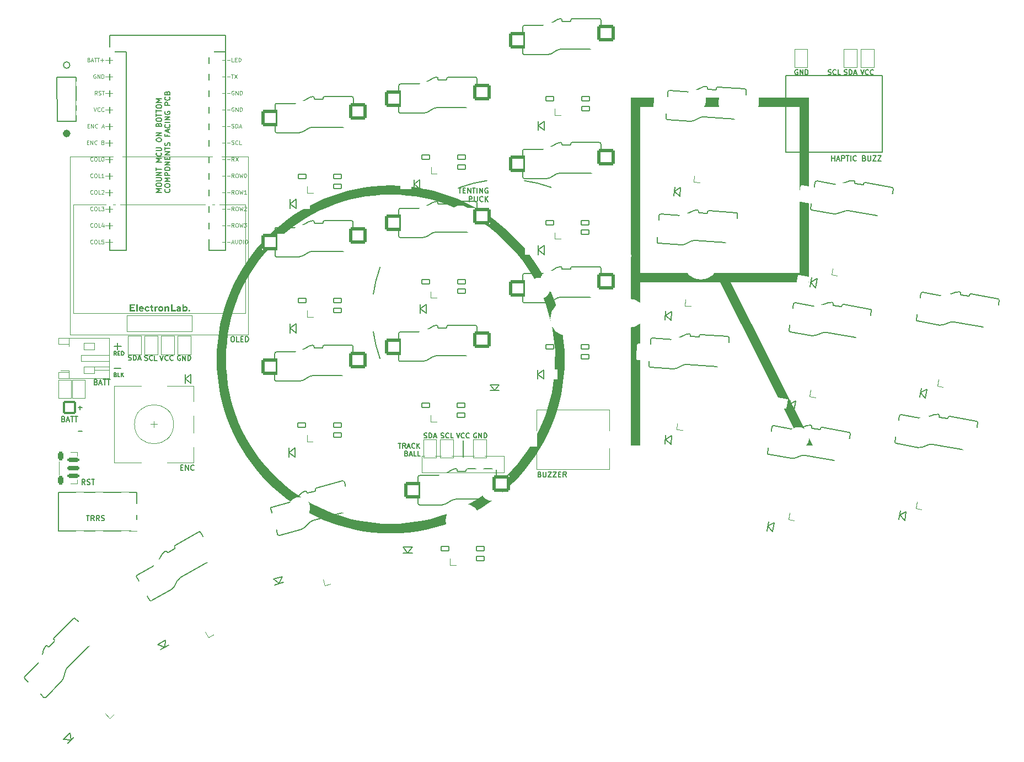
<source format=gto>
G04 #@! TF.GenerationSoftware,KiCad,Pcbnew,8.0.4-8.0.4-0~ubuntu22.04.1*
G04 #@! TF.CreationDate,2024-08-28T05:36:28+02:00*
G04 #@! TF.ProjectId,klor1_4,6b6c6f72-315f-4342-9e6b-696361645f70,v1.4.0 LP KS33*
G04 #@! TF.SameCoordinates,Original*
G04 #@! TF.FileFunction,Legend,Top*
G04 #@! TF.FilePolarity,Positive*
%FSLAX46Y46*%
G04 Gerber Fmt 4.6, Leading zero omitted, Abs format (unit mm)*
G04 Created by KiCad (PCBNEW 8.0.4-8.0.4-0~ubuntu22.04.1) date 2024-08-28 05:36:28*
%MOMM*%
%LPD*%
G01*
G04 APERTURE LIST*
G04 Aperture macros list*
%AMRoundRect*
0 Rectangle with rounded corners*
0 $1 Rounding radius*
0 $2 $3 $4 $5 $6 $7 $8 $9 X,Y pos of 4 corners*
0 Add a 4 corners polygon primitive as box body*
4,1,4,$2,$3,$4,$5,$6,$7,$8,$9,$2,$3,0*
0 Add four circle primitives for the rounded corners*
1,1,$1+$1,$2,$3*
1,1,$1+$1,$4,$5*
1,1,$1+$1,$6,$7*
1,1,$1+$1,$8,$9*
0 Add four rect primitives between the rounded corners*
20,1,$1+$1,$2,$3,$4,$5,0*
20,1,$1+$1,$4,$5,$6,$7,0*
20,1,$1+$1,$6,$7,$8,$9,0*
20,1,$1+$1,$8,$9,$2,$3,0*%
%AMRotRect*
0 Rectangle, with rotation*
0 The origin of the aperture is its center*
0 $1 length*
0 $2 width*
0 $3 Rotation angle, in degrees counterclockwise*
0 Add horizontal line*
21,1,$1,$2,0,0,$3*%
%AMFreePoly0*
4,1,6,1.000000,0.000000,0.500000,-0.750000,-0.500000,-0.750000,-0.500000,0.750000,0.500000,0.750000,1.000000,0.000000,1.000000,0.000000,$1*%
%AMFreePoly1*
4,1,6,0.500000,-0.750000,-0.650000,-0.750000,-0.150000,0.000000,-0.650000,0.750000,0.500000,0.750000,0.500000,-0.750000,0.500000,-0.750000,$1*%
%AMFreePoly2*
4,1,18,-0.410000,0.265000,0.000000,0.675000,0.328000,0.675000,0.359380,0.668758,0.385983,0.650983,0.403758,0.624380,0.410000,0.593000,0.410000,-0.593000,0.403758,-0.624380,0.385983,-0.650983,0.359380,-0.668758,0.328000,-0.675000,-0.328000,-0.675000,-0.359380,-0.668758,-0.385983,-0.650983,-0.403758,-0.624380,-0.410000,-0.593000,-0.410000,0.265000,-0.410000,0.265000,$1*%
G04 Aperture macros list end*
%ADD10C,0.000000*%
%ADD11C,0.150000*%
%ADD12C,0.569975*%
%ADD13C,0.127000*%
%ADD14C,0.100000*%
%ADD15C,0.120000*%
%ADD16C,0.200000*%
%ADD17C,1.200000*%
%ADD18O,2.500000X1.700000*%
%ADD19C,1.524000*%
%ADD20C,0.000001*%
%ADD21FreePoly0,270.000000*%
%ADD22FreePoly1,270.000000*%
%ADD23C,3.300000*%
%ADD24C,5.250000*%
%ADD25RoundRect,0.082000X0.651245X0.187383X0.187383X0.651245X-0.651245X-0.187383X-0.187383X-0.651245X0*%
%ADD26FreePoly2,135.000000*%
%ADD27RotRect,1.200000X2.550000X45.000000*%
%ADD28RoundRect,0.255000X0.035355X1.477853X-1.477853X-0.035355X-0.035355X-1.477853X1.477853X0.035355X0*%
%ADD29RotRect,1.200000X2.550000X225.000000*%
%ADD30RoundRect,0.082000X0.593000X-0.328000X0.593000X0.328000X-0.593000X0.328000X-0.593000X-0.328000X0*%
%ADD31FreePoly2,90.000000*%
%ADD32R,1.200000X2.550000*%
%ADD33RoundRect,0.255000X1.070000X1.020000X-1.070000X1.020000X-1.070000X-1.020000X1.070000X-1.020000X0*%
%ADD34RoundRect,0.082000X0.568675X-0.368567X0.614436X0.285835X-0.568675X0.368567X-0.614436X-0.285835X0*%
%ADD35FreePoly2,86.000000*%
%ADD36RotRect,1.200000X2.550000X356.000000*%
%ADD37RoundRect,0.255000X1.138545X0.942876X-0.996242X1.092155X-1.138545X-0.942876X0.996242X-1.092155X0*%
%ADD38RotRect,1.200000X2.550000X176.000000*%
%ADD39C,3.200000*%
%ADD40RotRect,1.800000X1.500000X350.000000*%
%ADD41R,1.800000X1.500000*%
%ADD42RotRect,1.800000X1.500000X356.000000*%
%ADD43RoundRect,0.082000X0.657687X-0.163344X0.487901X0.470303X-0.657687X0.163344X-0.487901X-0.470303X0*%
%ADD44FreePoly2,105.000000*%
%ADD45RotRect,1.200000X2.550000X15.000000*%
%ADD46RoundRect,0.255000X0.769545X1.262181X-1.297536X0.708308X-0.769545X-1.262181X1.297536X-0.708308X0*%
%ADD47RotRect,1.200000X2.550000X195.000000*%
%ADD48FreePoly0,90.000000*%
%ADD49FreePoly1,90.000000*%
%ADD50RoundRect,0.082000X0.527034X-0.425990X0.640948X0.220044X-0.527034X0.425990X-0.640948X-0.220044X0*%
%ADD51FreePoly2,80.000000*%
%ADD52RotRect,1.200000X2.550000X350.000000*%
%ADD53RoundRect,0.255000X1.230865X0.818700X-0.876623X1.190307X-1.230865X-0.818700X0.876623X-1.190307X0*%
%ADD54RotRect,1.200000X2.550000X170.000000*%
%ADD55RotRect,1.800000X1.500000X105.000000*%
%ADD56R,2.200000X2.200000*%
%ADD57C,2.200000*%
%ADD58C,2.000000*%
%ADD59R,3.200000X2.000000*%
%ADD60O,1.600000X2.000000*%
%ADD61RotRect,1.800000X1.500000X120.000000*%
%ADD62O,1.750000X1.200000*%
%ADD63C,0.900000*%
%ADD64RoundRect,0.187500X-0.712500X0.187500X-0.712500X-0.187500X0.712500X-0.187500X0.712500X0.187500X0*%
%ADD65RoundRect,0.150000X-0.750000X0.150000X-0.750000X-0.150000X0.750000X-0.150000X0.750000X0.150000X0*%
%ADD66RoundRect,0.225000X-0.225000X0.425000X-0.225000X-0.425000X0.225000X-0.425000X0.225000X0.425000X0*%
%ADD67C,4.400000*%
%ADD68RoundRect,0.082000X0.677553X0.012444X0.349553X0.580556X-0.677553X-0.012444X-0.349553X-0.580556X0*%
%ADD69FreePoly2,120.000000*%
%ADD70RotRect,1.200000X2.550000X30.000000*%
%ADD71RoundRect,0.255000X0.416647X1.418346X-1.436647X0.348346X-0.416647X-1.418346X1.436647X-0.348346X0*%
%ADD72RotRect,1.200000X2.550000X210.000000*%
%ADD73RotRect,1.800000X1.500000X135.000000*%
%ADD74R,1.500000X1.800000*%
%ADD75RoundRect,0.142858X-0.857142X0.857142X-0.857142X-0.857142X0.857142X-0.857142X0.857142X0.857142X0*%
%ADD76R,1.000000X0.700000*%
%ADD77R,2.800000X1.000000*%
%ADD78R,1.524000X1.524000*%
%ADD79C,1.800000*%
%ADD80C,1.700000*%
%ADD81O,1.700000X1.700000*%
G04 APERTURE END LIST*
D10*
G36*
X93079257Y-96616030D02*
G01*
X92864416Y-96616030D01*
X92864416Y-95504251D01*
X93079257Y-95504251D01*
X93079257Y-96616030D01*
G37*
G36*
X98426485Y-96401717D02*
G01*
X98941894Y-96401717D01*
X98941894Y-96615501D01*
X98187832Y-96615501D01*
X98187832Y-95504251D01*
X98426485Y-95504251D01*
X98426485Y-96401717D01*
G37*
D11*
X192600000Y-60375000D02*
X207375000Y-60375000D01*
X207375000Y-72150000D01*
X192600000Y-72150000D01*
X192600000Y-60375000D01*
D10*
G36*
X94585454Y-95822552D02*
G01*
X94600297Y-95823363D01*
X94614967Y-95824708D01*
X94629451Y-95826580D01*
X94643736Y-95828973D01*
X94657811Y-95831880D01*
X94671662Y-95835296D01*
X94685278Y-95839214D01*
X94698497Y-95843481D01*
X94711158Y-95847946D01*
X94723248Y-95852609D01*
X94734755Y-95857471D01*
X94745667Y-95862531D01*
X94755971Y-95867789D01*
X94765656Y-95873246D01*
X94774707Y-95878902D01*
X94783314Y-95884656D01*
X94791674Y-95890411D01*
X94799785Y-95896165D01*
X94807648Y-95901920D01*
X94815263Y-95907675D01*
X94822630Y-95913430D01*
X94829749Y-95919184D01*
X94836620Y-95924939D01*
X94843143Y-95930617D01*
X94849221Y-95936134D01*
X94854851Y-95941477D01*
X94860035Y-95946634D01*
X94864773Y-95951593D01*
X94869064Y-95956341D01*
X94872909Y-95960866D01*
X94876308Y-95965155D01*
X94887949Y-95981559D01*
X94753012Y-96116497D01*
X94751300Y-96113620D01*
X94749341Y-96110544D01*
X94747133Y-96107269D01*
X94744677Y-96103797D01*
X94741974Y-96100125D01*
X94739022Y-96096256D01*
X94735822Y-96092188D01*
X94732374Y-96087922D01*
X94730458Y-96085696D01*
X94728281Y-96083383D01*
X94725844Y-96080983D01*
X94723147Y-96078496D01*
X94720189Y-96075923D01*
X94716970Y-96073263D01*
X94713492Y-96070516D01*
X94709752Y-96067682D01*
X94705752Y-96064761D01*
X94701492Y-96061753D01*
X94696972Y-96058659D01*
X94692191Y-96055478D01*
X94687149Y-96052210D01*
X94681847Y-96048855D01*
X94676285Y-96045413D01*
X94670462Y-96041885D01*
X94664490Y-96038424D01*
X94658480Y-96035188D01*
X94652431Y-96032174D01*
X94646343Y-96029383D01*
X94640215Y-96026816D01*
X94634045Y-96024472D01*
X94627834Y-96022351D01*
X94621580Y-96020454D01*
X94615283Y-96018780D01*
X94608941Y-96017329D01*
X94602554Y-96016101D01*
X94596122Y-96015096D01*
X94589643Y-96014315D01*
X94583117Y-96013757D01*
X94576543Y-96013422D01*
X94569920Y-96013310D01*
X94559490Y-96013558D01*
X94549234Y-96014301D01*
X94539153Y-96015539D01*
X94529249Y-96017271D01*
X94519521Y-96019495D01*
X94509970Y-96022212D01*
X94500598Y-96025420D01*
X94491405Y-96029119D01*
X94482392Y-96033308D01*
X94473559Y-96037986D01*
X94464908Y-96043152D01*
X94456439Y-96048806D01*
X94448152Y-96054946D01*
X94440050Y-96061573D01*
X94432132Y-96068685D01*
X94424399Y-96076281D01*
X94417001Y-96084224D01*
X94410086Y-96092377D01*
X94403653Y-96100738D01*
X94397701Y-96109304D01*
X94392230Y-96118075D01*
X94387239Y-96127050D01*
X94382726Y-96136226D01*
X94378692Y-96145602D01*
X94375136Y-96155176D01*
X94372056Y-96164947D01*
X94369452Y-96174914D01*
X94367323Y-96185074D01*
X94365669Y-96195427D01*
X94364488Y-96205971D01*
X94363781Y-96216703D01*
X94363545Y-96227623D01*
X94363787Y-96238543D01*
X94364511Y-96249275D01*
X94365718Y-96259819D01*
X94367406Y-96270171D01*
X94369575Y-96280332D01*
X94372223Y-96290298D01*
X94375351Y-96300069D01*
X94378957Y-96309644D01*
X94383040Y-96319020D01*
X94387600Y-96328196D01*
X94392636Y-96337170D01*
X94398147Y-96345942D01*
X94404133Y-96354508D01*
X94410592Y-96362869D01*
X94417524Y-96371022D01*
X94424928Y-96378965D01*
X94432655Y-96386561D01*
X94440556Y-96393673D01*
X94448633Y-96400300D01*
X94456885Y-96406440D01*
X94465314Y-96412094D01*
X94473921Y-96417260D01*
X94482705Y-96421938D01*
X94491669Y-96426127D01*
X94500813Y-96429826D01*
X94510138Y-96433034D01*
X94519643Y-96435751D01*
X94529331Y-96437975D01*
X94539202Y-96439707D01*
X94549257Y-96440945D01*
X94559496Y-96441688D01*
X94569920Y-96441936D01*
X94576456Y-96441837D01*
X94582965Y-96441539D01*
X94589447Y-96441043D01*
X94595899Y-96440348D01*
X94602320Y-96439455D01*
X94608708Y-96438364D01*
X94615063Y-96437074D01*
X94621381Y-96435586D01*
X94627663Y-96433899D01*
X94633906Y-96432014D01*
X94640108Y-96429930D01*
X94646269Y-96427648D01*
X94652386Y-96425168D01*
X94658458Y-96422489D01*
X94664484Y-96419612D01*
X94670462Y-96416536D01*
X94681970Y-96410185D01*
X94692678Y-96403827D01*
X94697731Y-96400644D01*
X94702581Y-96397458D01*
X94707227Y-96394266D01*
X94711670Y-96391070D01*
X94715909Y-96387867D01*
X94719942Y-96384657D01*
X94723769Y-96381439D01*
X94727388Y-96378213D01*
X94730800Y-96374977D01*
X94734004Y-96371732D01*
X94736998Y-96368475D01*
X94739783Y-96365207D01*
X94760950Y-96338748D01*
X94887950Y-96473686D01*
X94885370Y-96477159D01*
X94882393Y-96481227D01*
X94879020Y-96485890D01*
X94875250Y-96491148D01*
X94874171Y-96492600D01*
X94872919Y-96494175D01*
X94871495Y-96495874D01*
X94869900Y-96497697D01*
X94868134Y-96499644D01*
X94866199Y-96501715D01*
X94861822Y-96506230D01*
X94856775Y-96511241D01*
X94851065Y-96516747D01*
X94844697Y-96522750D01*
X94837679Y-96529249D01*
X94830262Y-96535874D01*
X94822697Y-96542263D01*
X94814982Y-96548429D01*
X94807119Y-96554384D01*
X94799108Y-96560141D01*
X94790947Y-96565712D01*
X94782637Y-96571109D01*
X94774179Y-96576344D01*
X94765324Y-96581454D01*
X94755823Y-96586465D01*
X94745678Y-96591376D01*
X94734888Y-96596188D01*
X94723453Y-96600901D01*
X94711373Y-96605515D01*
X94698648Y-96610030D01*
X94685279Y-96614445D01*
X94671511Y-96618538D01*
X94657588Y-96622085D01*
X94643505Y-96625086D01*
X94629253Y-96627542D01*
X94614828Y-96629451D01*
X94600223Y-96630816D01*
X94585433Y-96631634D01*
X94570449Y-96631907D01*
X94549204Y-96631436D01*
X94528329Y-96630021D01*
X94507823Y-96627662D01*
X94487684Y-96624358D01*
X94467912Y-96620109D01*
X94448503Y-96614913D01*
X94429458Y-96608770D01*
X94410773Y-96601679D01*
X94392449Y-96593639D01*
X94374482Y-96584649D01*
X94356872Y-96574710D01*
X94339617Y-96563819D01*
X94322715Y-96551976D01*
X94306166Y-96539181D01*
X94289967Y-96525432D01*
X94274116Y-96510729D01*
X94258935Y-96495393D01*
X94244745Y-96479747D01*
X94231544Y-96463788D01*
X94219331Y-96447518D01*
X94208103Y-96430934D01*
X94197860Y-96414037D01*
X94188600Y-96396825D01*
X94180321Y-96379297D01*
X94173022Y-96361453D01*
X94166702Y-96343292D01*
X94161357Y-96324813D01*
X94156988Y-96306015D01*
X94153593Y-96286898D01*
X94151170Y-96267461D01*
X94149717Y-96247703D01*
X94149233Y-96227624D01*
X94149723Y-96207539D01*
X94151191Y-96187765D01*
X94153638Y-96168304D01*
X94157063Y-96149158D01*
X94161464Y-96130329D01*
X94166841Y-96111817D01*
X94173193Y-96093624D01*
X94180520Y-96075753D01*
X94188820Y-96058204D01*
X94198093Y-96040979D01*
X94208338Y-96024079D01*
X94219554Y-96007507D01*
X94231741Y-95991263D01*
X94244897Y-95975349D01*
X94259023Y-95959768D01*
X94274116Y-95944519D01*
X94274116Y-95943459D01*
X94289879Y-95928756D01*
X94306013Y-95915007D01*
X94322518Y-95902212D01*
X94339393Y-95890369D01*
X94356637Y-95879478D01*
X94374249Y-95869538D01*
X94392228Y-95860549D01*
X94410574Y-95852509D01*
X94429286Y-95845418D01*
X94448363Y-95839275D01*
X94467805Y-95834079D01*
X94487610Y-95829829D01*
X94507777Y-95826525D01*
X94528307Y-95824166D01*
X94549198Y-95822752D01*
X94570449Y-95822280D01*
X94585454Y-95822552D01*
G37*
G36*
X101019016Y-96393917D02*
G01*
X101025396Y-96394327D01*
X101031663Y-96395012D01*
X101037816Y-96395972D01*
X101043854Y-96397207D01*
X101049777Y-96398720D01*
X101055583Y-96400510D01*
X101061273Y-96402578D01*
X101066844Y-96404925D01*
X101072297Y-96407552D01*
X101077631Y-96410460D01*
X101082845Y-96413649D01*
X101087937Y-96417120D01*
X101092908Y-96420874D01*
X101097756Y-96424912D01*
X101102482Y-96429234D01*
X101106996Y-96433743D01*
X101111214Y-96438340D01*
X101115136Y-96443027D01*
X101118762Y-96447805D01*
X101122094Y-96452676D01*
X101125131Y-96457642D01*
X101127876Y-96462704D01*
X101130329Y-96467864D01*
X101132490Y-96473122D01*
X101134361Y-96478482D01*
X101135941Y-96483944D01*
X101137233Y-96489510D01*
X101138236Y-96495181D01*
X101138952Y-96500959D01*
X101139380Y-96506846D01*
X101139523Y-96512843D01*
X101139380Y-96518834D01*
X101138952Y-96524703D01*
X101138236Y-96530456D01*
X101137233Y-96536093D01*
X101135941Y-96541619D01*
X101134361Y-96547036D01*
X101132490Y-96552348D01*
X101130329Y-96557557D01*
X101127876Y-96562668D01*
X101125131Y-96567682D01*
X101122094Y-96572603D01*
X101118762Y-96577434D01*
X101115136Y-96582179D01*
X101111214Y-96586839D01*
X101106996Y-96591420D01*
X101102482Y-96595922D01*
X101097756Y-96600245D01*
X101092908Y-96604283D01*
X101087937Y-96608037D01*
X101082845Y-96611508D01*
X101077631Y-96614697D01*
X101072297Y-96617605D01*
X101066844Y-96620232D01*
X101061273Y-96622579D01*
X101055583Y-96624648D01*
X101049777Y-96626437D01*
X101043854Y-96627950D01*
X101037816Y-96629186D01*
X101031663Y-96630145D01*
X101025396Y-96630830D01*
X101019016Y-96631240D01*
X101012523Y-96631377D01*
X101006031Y-96631240D01*
X100999651Y-96630830D01*
X100993384Y-96630145D01*
X100987231Y-96629186D01*
X100981193Y-96627950D01*
X100975270Y-96626437D01*
X100969464Y-96624648D01*
X100963774Y-96622579D01*
X100958203Y-96620232D01*
X100952750Y-96617605D01*
X100947416Y-96614697D01*
X100942202Y-96611508D01*
X100937110Y-96608037D01*
X100932139Y-96604283D01*
X100927290Y-96600245D01*
X100922565Y-96595922D01*
X100918051Y-96591414D01*
X100913833Y-96586818D01*
X100909911Y-96582134D01*
X100906285Y-96577360D01*
X100902953Y-96572497D01*
X100899915Y-96567543D01*
X100897171Y-96562497D01*
X100894718Y-96557359D01*
X100892557Y-96552128D01*
X100890686Y-96546804D01*
X100889106Y-96541385D01*
X100887814Y-96535870D01*
X100886811Y-96530259D01*
X100886095Y-96524552D01*
X100885667Y-96518746D01*
X100885524Y-96512843D01*
X100885667Y-96506933D01*
X100886095Y-96501111D01*
X100886811Y-96495378D01*
X100887814Y-96489733D01*
X100889106Y-96484179D01*
X100890686Y-96478715D01*
X100892557Y-96473342D01*
X100894718Y-96468062D01*
X100897171Y-96462875D01*
X100899915Y-96457782D01*
X100902953Y-96452783D01*
X100906285Y-96447879D01*
X100909911Y-96443072D01*
X100913833Y-96438362D01*
X100918051Y-96433749D01*
X100922565Y-96429234D01*
X100927290Y-96424912D01*
X100932139Y-96420874D01*
X100937110Y-96417120D01*
X100942202Y-96413649D01*
X100947416Y-96410460D01*
X100952750Y-96407552D01*
X100958203Y-96404925D01*
X100963774Y-96402578D01*
X100969464Y-96400510D01*
X100975270Y-96398720D01*
X100981193Y-96397207D01*
X100987231Y-96395972D01*
X100993384Y-96395012D01*
X100999651Y-96394327D01*
X101006031Y-96393917D01*
X101012523Y-96393781D01*
X101019016Y-96393917D01*
G37*
G36*
X196189538Y-92174098D02*
G01*
X184120096Y-92174098D01*
X196718912Y-117230555D01*
X195095529Y-117230555D01*
X182496728Y-92174098D01*
X170215532Y-92174098D01*
X170215532Y-117230555D01*
X168768610Y-117230555D01*
X168768610Y-90691889D01*
X168768610Y-65211947D01*
X170215524Y-65211947D01*
X170215524Y-90691889D01*
X194742624Y-90691889D01*
X194742624Y-65211947D01*
X170215524Y-65211947D01*
X168768610Y-65211947D01*
X168768610Y-63765025D01*
X196189538Y-63765025D01*
X196189538Y-92174098D01*
G37*
G36*
X92666507Y-95719093D02*
G01*
X92087599Y-95719093D01*
X92087599Y-95941343D01*
X92539507Y-95941343D01*
X92539507Y-96155126D01*
X92087599Y-96155126D01*
X92087599Y-96401717D01*
X92682912Y-96401717D01*
X92682912Y-96616030D01*
X91848945Y-96616030D01*
X91848945Y-95504251D01*
X92666507Y-95504251D01*
X92666507Y-95719093D01*
G37*
G36*
X97649213Y-95822111D02*
G01*
X97665305Y-95823190D01*
X97681013Y-95824989D01*
X97696336Y-95827506D01*
X97711274Y-95830743D01*
X97725828Y-95834700D01*
X97739998Y-95839375D01*
X97753783Y-95844770D01*
X97767184Y-95850885D01*
X97780200Y-95857718D01*
X97792832Y-95865271D01*
X97805079Y-95873544D01*
X97816942Y-95882536D01*
X97828421Y-95892247D01*
X97839514Y-95902677D01*
X97850224Y-95913827D01*
X97860412Y-95925590D01*
X97869943Y-95937862D01*
X97878817Y-95950640D01*
X97887034Y-95963924D01*
X97894593Y-95977714D01*
X97901495Y-95992008D01*
X97907740Y-96006807D01*
X97913327Y-96022108D01*
X97918257Y-96037911D01*
X97922529Y-96054216D01*
X97926145Y-96071022D01*
X97929103Y-96088328D01*
X97931403Y-96106133D01*
X97933046Y-96124436D01*
X97934032Y-96143237D01*
X97934361Y-96162535D01*
X97934361Y-96614973D01*
X97720578Y-96614973D01*
X97720578Y-96186347D01*
X97720411Y-96177529D01*
X97719909Y-96168933D01*
X97719074Y-96160559D01*
X97717907Y-96152406D01*
X97716408Y-96144473D01*
X97714578Y-96136760D01*
X97712418Y-96129265D01*
X97709928Y-96121988D01*
X97707110Y-96114927D01*
X97703964Y-96108083D01*
X97700491Y-96101455D01*
X97696691Y-96095041D01*
X97692566Y-96088842D01*
X97688116Y-96082855D01*
X97683342Y-96077081D01*
X97678244Y-96071518D01*
X97672887Y-96066229D01*
X97667331Y-96061275D01*
X97661579Y-96056657D01*
X97655631Y-96052377D01*
X97649487Y-96048435D01*
X97643149Y-96044831D01*
X97636617Y-96041567D01*
X97629892Y-96038644D01*
X97622974Y-96036061D01*
X97615866Y-96033820D01*
X97608566Y-96031922D01*
X97601077Y-96030367D01*
X97593399Y-96029156D01*
X97585532Y-96028291D01*
X97577477Y-96027771D01*
X97569236Y-96027597D01*
X97560226Y-96027783D01*
X97551451Y-96028341D01*
X97542912Y-96029271D01*
X97534609Y-96030574D01*
X97526541Y-96032248D01*
X97518709Y-96034294D01*
X97511113Y-96036713D01*
X97503752Y-96039503D01*
X97496627Y-96042666D01*
X97489737Y-96046201D01*
X97483083Y-96050108D01*
X97476665Y-96054386D01*
X97470482Y-96059037D01*
X97464535Y-96064060D01*
X97458824Y-96069455D01*
X97453348Y-96075222D01*
X97448158Y-96081330D01*
X97443303Y-96087750D01*
X97438782Y-96094480D01*
X97434596Y-96101524D01*
X97430745Y-96108880D01*
X97427229Y-96116550D01*
X97424048Y-96124535D01*
X97421202Y-96132835D01*
X97418690Y-96141452D01*
X97416514Y-96150385D01*
X97414672Y-96159637D01*
X97413165Y-96169207D01*
X97411993Y-96179096D01*
X97411156Y-96189306D01*
X97410653Y-96199836D01*
X97410486Y-96210688D01*
X97410486Y-96615501D01*
X97196703Y-96615501D01*
X97196703Y-95837097D01*
X97410486Y-95837097D01*
X97410486Y-95932876D01*
X97412969Y-95929625D01*
X97415662Y-95926220D01*
X97418579Y-95922653D01*
X97421731Y-95918919D01*
X97425131Y-95915011D01*
X97428792Y-95910924D01*
X97432726Y-95906650D01*
X97436944Y-95902184D01*
X97439282Y-95899853D01*
X97441930Y-95897422D01*
X97444888Y-95894892D01*
X97448156Y-95892263D01*
X97451734Y-95889534D01*
X97455622Y-95886706D01*
X97459821Y-95883780D01*
X97464329Y-95880753D01*
X97469147Y-95877628D01*
X97474276Y-95874403D01*
X97479714Y-95871080D01*
X97485463Y-95867657D01*
X97497890Y-95860513D01*
X97511557Y-95852973D01*
X97518732Y-95849221D01*
X97525967Y-95845706D01*
X97533261Y-95842428D01*
X97540612Y-95839388D01*
X97548019Y-95836587D01*
X97555480Y-95834025D01*
X97562994Y-95831703D01*
X97570559Y-95829623D01*
X97578174Y-95827784D01*
X97585837Y-95826188D01*
X97593546Y-95824836D01*
X97601300Y-95823728D01*
X97609098Y-95822864D01*
X97616938Y-95822247D01*
X97624818Y-95821875D01*
X97632736Y-95821752D01*
X97649213Y-95822111D01*
G37*
G36*
X93671376Y-95822186D02*
G01*
X93691559Y-95823489D01*
X93711308Y-95825659D01*
X93730620Y-95828698D01*
X93749494Y-95832604D01*
X93767931Y-95837379D01*
X93785929Y-95843022D01*
X93803487Y-95849533D01*
X93820606Y-95856913D01*
X93837283Y-95865160D01*
X93853518Y-95874276D01*
X93869311Y-95884260D01*
X93884660Y-95895112D01*
X93899565Y-95906832D01*
X93914025Y-95919421D01*
X93928040Y-95932877D01*
X93941403Y-95946985D01*
X93953910Y-95961527D01*
X93965560Y-95976503D01*
X93976351Y-95991912D01*
X93986284Y-96007756D01*
X93995357Y-96024034D01*
X94003569Y-96040747D01*
X94010921Y-96057893D01*
X94017410Y-96075473D01*
X94023037Y-96093488D01*
X94027800Y-96111936D01*
X94031699Y-96130819D01*
X94034733Y-96150136D01*
X94036901Y-96169886D01*
X94038202Y-96190071D01*
X94038636Y-96210690D01*
X94030698Y-96297473D01*
X93467137Y-96297473D01*
X93467665Y-96298001D01*
X93469414Y-96305864D01*
X93471486Y-96313578D01*
X93473883Y-96321141D01*
X93476604Y-96328553D01*
X93479650Y-96335812D01*
X93483023Y-96342920D01*
X93486723Y-96349873D01*
X93490751Y-96356673D01*
X93495107Y-96363317D01*
X93499793Y-96369806D01*
X93504809Y-96376138D01*
X93510156Y-96382312D01*
X93515835Y-96388329D01*
X93521846Y-96394187D01*
X93528191Y-96399885D01*
X93534870Y-96405422D01*
X93541833Y-96410712D01*
X93549031Y-96415666D01*
X93556461Y-96420283D01*
X93564123Y-96424563D01*
X93572013Y-96428506D01*
X93580132Y-96432109D01*
X93588477Y-96435373D01*
X93597047Y-96438297D01*
X93605840Y-96440880D01*
X93614854Y-96443120D01*
X93624089Y-96445019D01*
X93633543Y-96446573D01*
X93643213Y-96447784D01*
X93653099Y-96448650D01*
X93663199Y-96449170D01*
X93673511Y-96449343D01*
X93681021Y-96449250D01*
X93688468Y-96448971D01*
X93695851Y-96448506D01*
X93703169Y-96447855D01*
X93710423Y-96447018D01*
X93717611Y-96445995D01*
X93724732Y-96444786D01*
X93731786Y-96443390D01*
X93738771Y-96441809D01*
X93745688Y-96440042D01*
X93752535Y-96438088D01*
X93759311Y-96435949D01*
X93766016Y-96433624D01*
X93772648Y-96431112D01*
X93779208Y-96428415D01*
X93785695Y-96425531D01*
X93798121Y-96419578D01*
X93809598Y-96413625D01*
X93814979Y-96410648D01*
X93820120Y-96407672D01*
X93825022Y-96404695D01*
X93829682Y-96401718D01*
X93834100Y-96398742D01*
X93838275Y-96395765D01*
X93842208Y-96392789D01*
X93845896Y-96389812D01*
X93849339Y-96386836D01*
X93852536Y-96383859D01*
X93855487Y-96380883D01*
X93858190Y-96377906D01*
X93880415Y-96354094D01*
X93991011Y-96496969D01*
X93976724Y-96511257D01*
X93973995Y-96513860D01*
X93970572Y-96516904D01*
X93966455Y-96520381D01*
X93961642Y-96524287D01*
X93956136Y-96528614D01*
X93949935Y-96533357D01*
X93943039Y-96538509D01*
X93935449Y-96544064D01*
X93927439Y-96549745D01*
X93919292Y-96555276D01*
X93911022Y-96560659D01*
X93902640Y-96565893D01*
X93894159Y-96570978D01*
X93885591Y-96575914D01*
X93876949Y-96580701D01*
X93868245Y-96585339D01*
X93863786Y-96587603D01*
X93859143Y-96589830D01*
X93849310Y-96594178D01*
X93838758Y-96598390D01*
X93827499Y-96602471D01*
X93815545Y-96606428D01*
X93802909Y-96610268D01*
X93789603Y-96613996D01*
X93775640Y-96617619D01*
X93761303Y-96620944D01*
X93746867Y-96623787D01*
X93732331Y-96626157D01*
X93717697Y-96628069D01*
X93702963Y-96629535D01*
X93688129Y-96630566D01*
X93673197Y-96631176D01*
X93658165Y-96631377D01*
X93636933Y-96630912D01*
X93616097Y-96629516D01*
X93595658Y-96627191D01*
X93575615Y-96623935D01*
X93555970Y-96619750D01*
X93536722Y-96614634D01*
X93517870Y-96608587D01*
X93499415Y-96601611D01*
X93481357Y-96593705D01*
X93463697Y-96584868D01*
X93446432Y-96575101D01*
X93429565Y-96564404D01*
X93413095Y-96552777D01*
X93397022Y-96540219D01*
X93381345Y-96526732D01*
X93366065Y-96512314D01*
X93351449Y-96497245D01*
X93337765Y-96481804D01*
X93325014Y-96465991D01*
X93313198Y-96449806D01*
X93302318Y-96433249D01*
X93292377Y-96416320D01*
X93283374Y-96399019D01*
X93275313Y-96381345D01*
X93268194Y-96363300D01*
X93262020Y-96344883D01*
X93256791Y-96326093D01*
X93252509Y-96306931D01*
X93249176Y-96287398D01*
X93246794Y-96267492D01*
X93245363Y-96247214D01*
X93244886Y-96226564D01*
X93245351Y-96205914D01*
X93246747Y-96185636D01*
X93249075Y-96165731D01*
X93252082Y-96147718D01*
X93467136Y-96147718D01*
X93824324Y-96147718D01*
X93822606Y-96140060D01*
X93820627Y-96132565D01*
X93818386Y-96125234D01*
X93815882Y-96118068D01*
X93813115Y-96111071D01*
X93810083Y-96104242D01*
X93806786Y-96097584D01*
X93803223Y-96091098D01*
X93799394Y-96084785D01*
X93795297Y-96078648D01*
X93790932Y-96072687D01*
X93786298Y-96066905D01*
X93781395Y-96061303D01*
X93776220Y-96055882D01*
X93770775Y-96050643D01*
X93765057Y-96045590D01*
X93759117Y-96040691D01*
X93753003Y-96036113D01*
X93746718Y-96031857D01*
X93740261Y-96027920D01*
X93733633Y-96024304D01*
X93726836Y-96021005D01*
X93719870Y-96018025D01*
X93712736Y-96015361D01*
X93705434Y-96013014D01*
X93697966Y-96010982D01*
X93690331Y-96009265D01*
X93682532Y-96007862D01*
X93674568Y-96006772D01*
X93666441Y-96005995D01*
X93658151Y-96005529D01*
X93649699Y-96005373D01*
X93641247Y-96005529D01*
X93632956Y-96005994D01*
X93624826Y-96006769D01*
X93616857Y-96007854D01*
X93609050Y-96009249D01*
X93601404Y-96010954D01*
X93593919Y-96012970D01*
X93586596Y-96015295D01*
X93579433Y-96017931D01*
X93572432Y-96020876D01*
X93565592Y-96024132D01*
X93558914Y-96027697D01*
X93552396Y-96031573D01*
X93546040Y-96035759D01*
X93539845Y-96040255D01*
X93533811Y-96045061D01*
X93534340Y-96044531D01*
X93528499Y-96049585D01*
X93522880Y-96054825D01*
X93517482Y-96060251D01*
X93512306Y-96065863D01*
X93507349Y-96071661D01*
X93502612Y-96077645D01*
X93498094Y-96083815D01*
X93493793Y-96090172D01*
X93489709Y-96096714D01*
X93485842Y-96103442D01*
X93482190Y-96110356D01*
X93478753Y-96117457D01*
X93475530Y-96124743D01*
X93472520Y-96132215D01*
X93469722Y-96139874D01*
X93467136Y-96147718D01*
X93252082Y-96147718D01*
X93252336Y-96146197D01*
X93256529Y-96127035D01*
X93261657Y-96108246D01*
X93267720Y-96089829D01*
X93274718Y-96071783D01*
X93282652Y-96054110D01*
X93291524Y-96036809D01*
X93301334Y-96019880D01*
X93312082Y-96003323D01*
X93323770Y-95987138D01*
X93336398Y-95971325D01*
X93349967Y-95955884D01*
X93364478Y-95940815D01*
X93379640Y-95926397D01*
X93395162Y-95912910D01*
X93411046Y-95900352D01*
X93427291Y-95888725D01*
X93443900Y-95878028D01*
X93460872Y-95868261D01*
X93478208Y-95859424D01*
X93495909Y-95851518D01*
X93513977Y-95844542D01*
X93532411Y-95838495D01*
X93551212Y-95833379D01*
X93570381Y-95829194D01*
X93589920Y-95825938D01*
X93609828Y-95823613D01*
X93630107Y-95822217D01*
X93650757Y-95821752D01*
X93671376Y-95822186D01*
G37*
D11*
X84560000Y-115000000D02*
X83975000Y-115000000D01*
D10*
G36*
X95126074Y-95608498D02*
G01*
X95316574Y-95608498D01*
X95316574Y-95854031D01*
X95474795Y-95854031D01*
X95474795Y-96044531D01*
X95316574Y-96044531D01*
X95316574Y-96353564D01*
X95316679Y-96358085D01*
X95316996Y-96362519D01*
X95317523Y-96366866D01*
X95318261Y-96371126D01*
X95319209Y-96375299D01*
X95320369Y-96379386D01*
X95321739Y-96383386D01*
X95323321Y-96387299D01*
X95325113Y-96391125D01*
X95327116Y-96394864D01*
X95329330Y-96398517D01*
X95331754Y-96402082D01*
X95334390Y-96405561D01*
X95337236Y-96408953D01*
X95340293Y-96412258D01*
X95343561Y-96415476D01*
X95346985Y-96418552D01*
X95350509Y-96421430D01*
X95354135Y-96424109D01*
X95357865Y-96426589D01*
X95361701Y-96428871D01*
X95365644Y-96430955D01*
X95369695Y-96432840D01*
X95373856Y-96434527D01*
X95378129Y-96436015D01*
X95382515Y-96437305D01*
X95387016Y-96438396D01*
X95391633Y-96439289D01*
X95396368Y-96439983D01*
X95401222Y-96440479D01*
X95406197Y-96440777D01*
X95411295Y-96440876D01*
X95416453Y-96440803D01*
X95421605Y-96440587D01*
X95426745Y-96440234D01*
X95431866Y-96439752D01*
X95436962Y-96439145D01*
X95442027Y-96438421D01*
X95447056Y-96437584D01*
X95452040Y-96436643D01*
X95456851Y-96435627D01*
X95461359Y-96434567D01*
X95465556Y-96433471D01*
X95469437Y-96432343D01*
X95472995Y-96431191D01*
X95476225Y-96430020D01*
X95479120Y-96428837D01*
X95481674Y-96427648D01*
X95491199Y-96424472D01*
X95491199Y-96607565D01*
X95483199Y-96610448D01*
X95475074Y-96613145D01*
X95466824Y-96615653D01*
X95458448Y-96617974D01*
X95449945Y-96620106D01*
X95441313Y-96622047D01*
X95432553Y-96623798D01*
X95423664Y-96625358D01*
X95414644Y-96626725D01*
X95405493Y-96627899D01*
X95396211Y-96628879D01*
X95386796Y-96629665D01*
X95377247Y-96630256D01*
X95367565Y-96630650D01*
X95357748Y-96630848D01*
X95347795Y-96630848D01*
X95332657Y-96630584D01*
X95318004Y-96629794D01*
X95303834Y-96628476D01*
X95290146Y-96626631D01*
X95276942Y-96624259D01*
X95264220Y-96621360D01*
X95251981Y-96617934D01*
X95240225Y-96613981D01*
X95228950Y-96609501D01*
X95218158Y-96604493D01*
X95207847Y-96598959D01*
X95198018Y-96592897D01*
X95188670Y-96586308D01*
X95179803Y-96579192D01*
X95171417Y-96571549D01*
X95163512Y-96563379D01*
X95156088Y-96554682D01*
X95149144Y-96545458D01*
X95142680Y-96535707D01*
X95136696Y-96525428D01*
X95131192Y-96514623D01*
X95126168Y-96503290D01*
X95121623Y-96491430D01*
X95117557Y-96479043D01*
X95113971Y-96466129D01*
X95110863Y-96452688D01*
X95108234Y-96438720D01*
X95106083Y-96424225D01*
X95104411Y-96409202D01*
X95103216Y-96393653D01*
X95102500Y-96377576D01*
X95102261Y-96360973D01*
X95102261Y-96044001D01*
X94967324Y-96044001D01*
X94967324Y-95853501D01*
X95038761Y-95853501D01*
X95043282Y-95853390D01*
X95047715Y-95853055D01*
X95052062Y-95852497D01*
X95056323Y-95851715D01*
X95060496Y-95850711D01*
X95064583Y-95849483D01*
X95068582Y-95848032D01*
X95072495Y-95846358D01*
X95076321Y-95844460D01*
X95080061Y-95842339D01*
X95083713Y-95839995D01*
X95087279Y-95837428D01*
X95090758Y-95834637D01*
X95094150Y-95831624D01*
X95097455Y-95828386D01*
X95100673Y-95824926D01*
X95103749Y-95821286D01*
X95106626Y-95817510D01*
X95109305Y-95813597D01*
X95111786Y-95809547D01*
X95114068Y-95805361D01*
X95116151Y-95801039D01*
X95118037Y-95796581D01*
X95119723Y-95791986D01*
X95121212Y-95787254D01*
X95122501Y-95782386D01*
X95123593Y-95777382D01*
X95124486Y-95772241D01*
X95125180Y-95766964D01*
X95125676Y-95761550D01*
X95125974Y-95756000D01*
X95126073Y-95750314D01*
X95126073Y-95607439D01*
X95126074Y-95608498D01*
G37*
G36*
X131925027Y-77281397D02*
G01*
X133296433Y-77316267D01*
X134650216Y-77419743D01*
X135984678Y-77590126D01*
X137298120Y-77825716D01*
X138588841Y-78124815D01*
X139855143Y-78485722D01*
X141095325Y-78906737D01*
X142307689Y-79386162D01*
X143490535Y-79922297D01*
X144642163Y-80513443D01*
X145760874Y-81157899D01*
X146844968Y-81853967D01*
X147892746Y-82599947D01*
X148902509Y-83394139D01*
X149872556Y-84234845D01*
X150801189Y-85120364D01*
X151686708Y-86048997D01*
X152527413Y-87019044D01*
X153321605Y-88028806D01*
X154067585Y-89076584D01*
X154763653Y-90160678D01*
X155408109Y-91279389D01*
X155999255Y-92431016D01*
X156535389Y-93613862D01*
X157014814Y-94826225D01*
X157435830Y-96066407D01*
X157796736Y-97332707D01*
X158095835Y-98623428D01*
X158331425Y-99936868D01*
X158501808Y-101271330D01*
X158605284Y-102625112D01*
X158640153Y-103996516D01*
X158605284Y-105367921D01*
X158501808Y-106721705D01*
X158331425Y-108056167D01*
X158095835Y-109369609D01*
X157796736Y-110660330D01*
X157435830Y-111926632D01*
X157014814Y-113166815D01*
X156535389Y-114379179D01*
X155999255Y-115562025D01*
X155408109Y-116713653D01*
X154763653Y-117832364D01*
X154067585Y-118916459D01*
X153321605Y-119964237D01*
X152527413Y-120974000D01*
X151686708Y-121944048D01*
X150801189Y-122872681D01*
X149872556Y-123758200D01*
X148902509Y-124598906D01*
X147892746Y-125393099D01*
X146844968Y-126139079D01*
X145760874Y-126835147D01*
X144642163Y-127479603D01*
X143490535Y-128070749D01*
X142307689Y-128606884D01*
X141095325Y-129086309D01*
X139855143Y-129507325D01*
X138588841Y-129868232D01*
X137298120Y-130167330D01*
X135984678Y-130402921D01*
X134650216Y-130573304D01*
X133296433Y-130676780D01*
X131925027Y-130711649D01*
X130553623Y-130676780D01*
X129199840Y-130573303D01*
X127865378Y-130402920D01*
X126551937Y-130167330D01*
X125261216Y-129868231D01*
X123994915Y-129507324D01*
X122754733Y-129086308D01*
X121542369Y-128606882D01*
X120359524Y-128070746D01*
X119207896Y-127479600D01*
X118089186Y-126835143D01*
X117005091Y-126139074D01*
X115957313Y-125393094D01*
X114947551Y-124598900D01*
X113977504Y-123758194D01*
X113048871Y-122872674D01*
X112163352Y-121944041D01*
X111322646Y-120973992D01*
X110528454Y-119964229D01*
X109782474Y-118916450D01*
X109086406Y-117832355D01*
X108441950Y-116713644D01*
X107850805Y-115562015D01*
X107314670Y-114379169D01*
X106835245Y-113166805D01*
X106414229Y-111926622D01*
X106053322Y-110660321D01*
X105754224Y-109369599D01*
X105518634Y-108056158D01*
X105348251Y-106721696D01*
X105244775Y-105367913D01*
X105209905Y-103996508D01*
X105210803Y-103961215D01*
X106656827Y-103961215D01*
X106689750Y-105260159D01*
X106787453Y-106542206D01*
X106948342Y-107805759D01*
X107170818Y-109049221D01*
X107453288Y-110270997D01*
X107794154Y-111469491D01*
X108191820Y-112643107D01*
X108644691Y-113790248D01*
X109151170Y-114909318D01*
X109709661Y-115998721D01*
X110318568Y-117056862D01*
X110976296Y-118082144D01*
X111681246Y-119072970D01*
X112431825Y-120027746D01*
X113226435Y-120944874D01*
X114063481Y-121822759D01*
X114941366Y-122659805D01*
X115858495Y-123454415D01*
X116813270Y-124204993D01*
X117804097Y-124909944D01*
X118829379Y-125567671D01*
X119887520Y-126176578D01*
X120976923Y-126735069D01*
X122095994Y-127241547D01*
X123243135Y-127694418D01*
X124416750Y-128092084D01*
X125615244Y-128432950D01*
X126837021Y-128715420D01*
X128080483Y-128937897D01*
X129344036Y-129098785D01*
X130626083Y-129196488D01*
X131925027Y-129229411D01*
X133220868Y-129196488D01*
X134500204Y-129098785D01*
X135761421Y-128937897D01*
X137002903Y-128715420D01*
X138223035Y-128432950D01*
X139420202Y-128092084D01*
X140592787Y-127694418D01*
X141739175Y-127241547D01*
X142857752Y-126735069D01*
X143946900Y-126176578D01*
X145005006Y-125567671D01*
X146030452Y-124909944D01*
X147021625Y-124204993D01*
X147976908Y-123454415D01*
X148894686Y-122659805D01*
X149773344Y-121822759D01*
X150611265Y-120944874D01*
X151406835Y-120027746D01*
X152158438Y-119072970D01*
X152864458Y-118082144D01*
X153523280Y-117056862D01*
X154133289Y-115998721D01*
X154692869Y-114909318D01*
X155200405Y-113790248D01*
X155654280Y-112643107D01*
X156052880Y-111469491D01*
X156394590Y-110270997D01*
X156677793Y-109049221D01*
X156900874Y-107805759D01*
X157062218Y-106542206D01*
X157160208Y-105260159D01*
X157193231Y-103961215D01*
X157160309Y-102662270D01*
X157062605Y-101380224D01*
X156901717Y-100116672D01*
X156679240Y-98873210D01*
X156396770Y-97651434D01*
X156055904Y-96452941D01*
X155658238Y-95279325D01*
X155205367Y-94132185D01*
X154698888Y-93013115D01*
X154140396Y-91923711D01*
X153531489Y-90865570D01*
X152873762Y-89840289D01*
X152168811Y-88849462D01*
X151418232Y-87894686D01*
X150623622Y-86977558D01*
X149786576Y-86099673D01*
X148908690Y-85262627D01*
X147991562Y-84468017D01*
X147036786Y-83717438D01*
X146045959Y-83012487D01*
X145020677Y-82354760D01*
X143962536Y-81745853D01*
X142873132Y-81187362D01*
X141754062Y-80680883D01*
X140606920Y-80228012D01*
X139433305Y-79830345D01*
X138234811Y-79489479D01*
X137013034Y-79207010D01*
X135769572Y-78984533D01*
X134506019Y-78823644D01*
X133223972Y-78725941D01*
X131925027Y-78693018D01*
X130626083Y-78725941D01*
X129344036Y-78823644D01*
X128080483Y-78984533D01*
X126837021Y-79207010D01*
X125615244Y-79489479D01*
X124416750Y-79830345D01*
X123243135Y-80228012D01*
X122095994Y-80680883D01*
X120976923Y-81187362D01*
X119887520Y-81745853D01*
X118829379Y-82354760D01*
X117804097Y-83012487D01*
X116813270Y-83717438D01*
X115858495Y-84468017D01*
X114941366Y-85262627D01*
X114063481Y-86099673D01*
X113226435Y-86977558D01*
X112431825Y-87894686D01*
X111681246Y-88849462D01*
X110976296Y-89840289D01*
X110318568Y-90865570D01*
X109709661Y-91923711D01*
X109151170Y-93013115D01*
X108644691Y-94132185D01*
X108191820Y-95279325D01*
X107794154Y-96452941D01*
X107453288Y-97651434D01*
X107170818Y-98873210D01*
X106948342Y-100116672D01*
X106787453Y-101380224D01*
X106689750Y-102662270D01*
X106656827Y-103961215D01*
X105210803Y-103961215D01*
X105244775Y-102625104D01*
X105348251Y-101271322D01*
X105518634Y-99936861D01*
X105754224Y-98623420D01*
X106053323Y-97332700D01*
X106414229Y-96066399D01*
X106835245Y-94826217D01*
X107314670Y-93613854D01*
X107850805Y-92431009D01*
X108441951Y-91279381D01*
X109086407Y-90160671D01*
X109782475Y-89076577D01*
X110528455Y-88028799D01*
X111322648Y-87019036D01*
X112163353Y-86048989D01*
X113048872Y-85120356D01*
X113977505Y-84234837D01*
X114947553Y-83394132D01*
X115957315Y-82599939D01*
X117005093Y-81853960D01*
X118089187Y-81157892D01*
X119207898Y-80513435D01*
X120359526Y-79922290D01*
X121542371Y-79386155D01*
X122754734Y-78906730D01*
X123994916Y-78485714D01*
X125261218Y-78124807D01*
X126551938Y-77825709D01*
X127865379Y-77590118D01*
X129199841Y-77419736D01*
X130553623Y-77316259D01*
X131925027Y-77281390D01*
X131925027Y-77281397D01*
G37*
D11*
X84259000Y-111083500D02*
X84259000Y-111668500D01*
D12*
X82459987Y-69300000D02*
G75*
G02*
X81890013Y-69300000I-284987J0D01*
G01*
X81890013Y-69300000D02*
G75*
G02*
X82459987Y-69300000I284987J0D01*
G01*
D10*
G36*
X96645865Y-95823280D02*
G01*
X96666181Y-95824695D01*
X96686151Y-95827054D01*
X96705777Y-95830358D01*
X96725058Y-95834607D01*
X96743995Y-95839803D01*
X96762590Y-95845946D01*
X96780844Y-95853038D01*
X96798756Y-95861078D01*
X96816328Y-95870067D01*
X96833560Y-95880007D01*
X96850454Y-95890898D01*
X96867010Y-95902741D01*
X96883228Y-95915536D01*
X96899110Y-95929285D01*
X96914657Y-95943988D01*
X96929552Y-95959324D01*
X96943481Y-95974970D01*
X96956444Y-95990928D01*
X96968442Y-96007199D01*
X96979475Y-96023782D01*
X96989545Y-96040680D01*
X96998653Y-96057892D01*
X97006798Y-96075420D01*
X97013982Y-96093264D01*
X97020206Y-96111425D01*
X97025470Y-96129904D01*
X97029775Y-96148701D01*
X97033123Y-96167818D01*
X97035513Y-96187255D01*
X97036946Y-96207013D01*
X97037424Y-96227093D01*
X97036946Y-96247178D01*
X97035513Y-96266952D01*
X97033123Y-96286412D01*
X97029775Y-96305558D01*
X97025470Y-96324387D01*
X97020206Y-96342899D01*
X97013982Y-96361092D01*
X97006798Y-96378963D01*
X96998653Y-96396512D01*
X96989545Y-96413737D01*
X96979475Y-96430637D01*
X96968442Y-96447209D01*
X96956444Y-96463453D01*
X96943481Y-96479367D01*
X96929552Y-96494948D01*
X96914657Y-96510197D01*
X96899110Y-96524900D01*
X96883228Y-96538649D01*
X96867010Y-96551444D01*
X96850454Y-96563287D01*
X96833560Y-96574178D01*
X96816328Y-96584118D01*
X96798756Y-96593107D01*
X96780844Y-96601147D01*
X96762590Y-96608238D01*
X96743995Y-96614382D01*
X96725058Y-96619578D01*
X96705777Y-96623827D01*
X96686151Y-96627131D01*
X96666181Y-96629490D01*
X96645865Y-96630905D01*
X96625203Y-96631376D01*
X96604534Y-96630905D01*
X96584202Y-96629490D01*
X96564205Y-96627131D01*
X96544546Y-96623827D01*
X96525225Y-96619578D01*
X96506242Y-96614382D01*
X96487599Y-96608238D01*
X96469297Y-96601147D01*
X96451335Y-96593107D01*
X96433715Y-96584118D01*
X96416438Y-96574178D01*
X96399505Y-96563287D01*
X96382915Y-96551444D01*
X96366670Y-96538649D01*
X96350771Y-96524900D01*
X96335219Y-96510197D01*
X96320318Y-96494861D01*
X96306372Y-96479215D01*
X96293383Y-96463257D01*
X96281351Y-96446986D01*
X96270278Y-96430403D01*
X96260163Y-96413505D01*
X96251008Y-96396293D01*
X96242813Y-96378765D01*
X96235580Y-96360921D01*
X96229308Y-96342760D01*
X96223999Y-96324281D01*
X96219654Y-96305484D01*
X96216273Y-96286367D01*
X96213857Y-96266930D01*
X96212407Y-96247172D01*
X96211923Y-96227093D01*
X96434703Y-96227093D01*
X96434926Y-96237895D01*
X96435595Y-96248476D01*
X96436709Y-96258834D01*
X96438266Y-96268971D01*
X96440268Y-96278889D01*
X96442712Y-96288587D01*
X96445597Y-96298066D01*
X96448924Y-96307328D01*
X96452691Y-96316372D01*
X96456898Y-96325201D01*
X96461543Y-96333813D01*
X96466626Y-96342211D01*
X96472147Y-96350395D01*
X96478104Y-96358366D01*
X96484496Y-96366125D01*
X96491324Y-96373672D01*
X96498455Y-96380878D01*
X96505758Y-96387613D01*
X96513232Y-96393879D01*
X96520874Y-96399675D01*
X96528684Y-96405004D01*
X96536660Y-96409865D01*
X96544801Y-96414259D01*
X96553104Y-96418188D01*
X96561568Y-96421651D01*
X96570192Y-96424651D01*
X96578974Y-96427186D01*
X96587913Y-96429259D01*
X96597007Y-96430870D01*
X96606254Y-96432020D01*
X96615653Y-96432709D01*
X96625203Y-96432938D01*
X96634752Y-96432709D01*
X96644151Y-96432020D01*
X96653399Y-96430870D01*
X96662492Y-96429259D01*
X96671431Y-96427186D01*
X96680213Y-96424651D01*
X96688837Y-96421651D01*
X96697302Y-96418188D01*
X96705605Y-96414259D01*
X96713745Y-96409865D01*
X96721721Y-96405004D01*
X96729531Y-96399675D01*
X96737174Y-96393879D01*
X96744648Y-96387613D01*
X96751951Y-96380878D01*
X96759082Y-96373672D01*
X96765909Y-96366125D01*
X96772302Y-96358366D01*
X96778258Y-96350395D01*
X96783779Y-96342211D01*
X96788862Y-96333813D01*
X96793508Y-96325201D01*
X96797714Y-96316372D01*
X96801481Y-96307328D01*
X96804808Y-96298066D01*
X96807694Y-96288587D01*
X96810138Y-96278889D01*
X96812139Y-96268971D01*
X96813697Y-96258834D01*
X96814811Y-96248476D01*
X96815480Y-96237895D01*
X96815703Y-96227093D01*
X96815480Y-96216290D01*
X96814811Y-96205709D01*
X96813697Y-96195348D01*
X96812139Y-96185206D01*
X96810138Y-96175280D01*
X96807694Y-96165570D01*
X96804808Y-96156075D01*
X96801481Y-96146791D01*
X96797714Y-96137719D01*
X96793508Y-96128855D01*
X96788862Y-96120200D01*
X96783779Y-96111751D01*
X96778258Y-96103506D01*
X96772302Y-96095464D01*
X96765909Y-96087624D01*
X96759082Y-96079984D01*
X96751951Y-96072685D01*
X96744648Y-96065868D01*
X96737174Y-96059532D01*
X96729531Y-96053675D01*
X96721721Y-96048295D01*
X96713745Y-96043391D01*
X96705605Y-96038962D01*
X96697302Y-96035005D01*
X96688837Y-96031520D01*
X96680213Y-96028504D01*
X96671431Y-96025957D01*
X96662492Y-96023876D01*
X96653399Y-96022260D01*
X96644151Y-96021108D01*
X96634752Y-96020418D01*
X96625203Y-96020188D01*
X96615653Y-96020424D01*
X96606254Y-96021130D01*
X96597007Y-96022306D01*
X96587913Y-96023950D01*
X96578974Y-96026063D01*
X96570192Y-96028644D01*
X96561568Y-96031691D01*
X96553104Y-96035204D01*
X96544801Y-96039182D01*
X96536660Y-96043624D01*
X96528684Y-96048530D01*
X96520874Y-96053898D01*
X96513232Y-96059729D01*
X96505758Y-96066020D01*
X96498455Y-96072773D01*
X96491324Y-96079984D01*
X96484496Y-96087537D01*
X96478104Y-96095313D01*
X96472147Y-96103310D01*
X96466626Y-96111528D01*
X96461543Y-96119966D01*
X96456898Y-96128623D01*
X96452691Y-96137499D01*
X96448924Y-96146593D01*
X96445597Y-96155904D01*
X96442712Y-96165431D01*
X96440268Y-96175174D01*
X96438266Y-96185131D01*
X96436709Y-96195303D01*
X96435595Y-96205687D01*
X96434926Y-96216284D01*
X96434703Y-96227093D01*
X96211923Y-96227093D01*
X96212407Y-96207008D01*
X96213857Y-96187234D01*
X96216273Y-96167773D01*
X96219654Y-96148627D01*
X96223999Y-96129798D01*
X96229308Y-96111286D01*
X96235580Y-96093093D01*
X96242813Y-96075222D01*
X96251008Y-96057673D01*
X96260163Y-96040448D01*
X96270278Y-96023548D01*
X96281351Y-96006976D01*
X96293383Y-95990732D01*
X96306372Y-95974818D01*
X96320318Y-95959237D01*
X96335219Y-95943988D01*
X96350771Y-95929372D01*
X96366670Y-95915688D01*
X96382915Y-95902937D01*
X96399505Y-95891121D01*
X96416438Y-95880241D01*
X96433715Y-95870299D01*
X96451335Y-95861297D01*
X96469297Y-95853236D01*
X96487599Y-95846117D01*
X96506242Y-95839943D01*
X96525225Y-95834714D01*
X96544546Y-95830432D01*
X96564205Y-95827099D01*
X96584201Y-95824717D01*
X96604534Y-95823286D01*
X96625203Y-95822809D01*
X96645865Y-95823280D01*
G37*
G36*
X100148393Y-95933405D02*
G01*
X100149236Y-95932189D01*
X100150179Y-95930917D01*
X100151221Y-95929582D01*
X100152362Y-95928180D01*
X100153602Y-95926703D01*
X100154942Y-95925145D01*
X100157918Y-95921764D01*
X100159730Y-95919803D01*
X100161994Y-95917489D01*
X100164718Y-95914816D01*
X100167906Y-95911776D01*
X100171566Y-95908364D01*
X100175703Y-95904574D01*
X100180324Y-95900400D01*
X100185435Y-95895834D01*
X100190842Y-95891145D01*
X100196349Y-95886599D01*
X100201955Y-95882189D01*
X100207660Y-95877909D01*
X100213464Y-95873753D01*
X100219367Y-95869715D01*
X100225370Y-95865789D01*
X100231472Y-95861968D01*
X100234609Y-95860095D01*
X100237870Y-95858247D01*
X100241254Y-95856424D01*
X100244759Y-95854625D01*
X100252131Y-95851103D01*
X100259981Y-95847680D01*
X100268302Y-95844357D01*
X100277088Y-95841132D01*
X100286333Y-95838007D01*
X100296030Y-95834981D01*
X100306002Y-95832179D01*
X100316073Y-95829730D01*
X100326243Y-95827642D01*
X100336512Y-95825919D01*
X100346880Y-95824568D01*
X100357348Y-95823595D01*
X100367914Y-95823007D01*
X100378580Y-95822810D01*
X100397277Y-95823269D01*
X100415663Y-95824645D01*
X100433740Y-95826940D01*
X100451506Y-95830152D01*
X100468963Y-95834282D01*
X100486109Y-95839330D01*
X100502945Y-95845295D01*
X100519471Y-95852179D01*
X100535687Y-95859980D01*
X100551593Y-95868699D01*
X100567189Y-95878335D01*
X100582475Y-95888890D01*
X100597451Y-95900362D01*
X100612117Y-95912752D01*
X100626472Y-95926059D01*
X100640518Y-95940285D01*
X100640520Y-95939755D01*
X100653970Y-95954644D01*
X100666542Y-95969943D01*
X100678236Y-95985650D01*
X100689054Y-96001767D01*
X100698998Y-96018293D01*
X100708069Y-96035229D01*
X100716268Y-96052573D01*
X100723598Y-96070327D01*
X100730060Y-96088490D01*
X100735656Y-96107063D01*
X100740386Y-96126045D01*
X100744253Y-96145436D01*
X100747257Y-96165236D01*
X100749402Y-96185446D01*
X100750687Y-96206065D01*
X100751115Y-96227093D01*
X100750681Y-96248121D01*
X100749379Y-96268740D01*
X100747209Y-96288949D01*
X100744170Y-96308750D01*
X100740263Y-96328141D01*
X100735488Y-96347122D01*
X100729845Y-96365695D01*
X100723334Y-96383858D01*
X100715955Y-96401612D01*
X100707707Y-96418957D01*
X100698591Y-96435892D01*
X100688607Y-96452418D01*
X100677755Y-96468535D01*
X100666035Y-96484242D01*
X100653446Y-96499541D01*
X100639989Y-96514430D01*
X100625944Y-96528655D01*
X100611589Y-96541963D01*
X100596926Y-96554353D01*
X100581955Y-96565825D01*
X100566677Y-96576379D01*
X100551093Y-96586016D01*
X100535203Y-96594735D01*
X100519009Y-96602536D01*
X100502511Y-96609419D01*
X100485710Y-96615385D01*
X100468606Y-96620432D01*
X100451201Y-96624562D01*
X100433495Y-96627775D01*
X100415490Y-96630069D01*
X100397185Y-96631446D01*
X100378581Y-96631905D01*
X100370278Y-96631799D01*
X100362037Y-96631482D01*
X100353861Y-96630952D01*
X100345748Y-96630210D01*
X100337701Y-96629253D01*
X100329719Y-96628082D01*
X100321804Y-96626695D01*
X100313957Y-96625092D01*
X100306177Y-96623271D01*
X100298467Y-96621233D01*
X100290827Y-96618977D01*
X100283257Y-96616501D01*
X100275758Y-96613805D01*
X100268332Y-96610888D01*
X100260978Y-96607749D01*
X100253698Y-96604388D01*
X100239734Y-96597466D01*
X100226818Y-96590588D01*
X100214956Y-96583747D01*
X100209422Y-96580339D01*
X100204155Y-96576937D01*
X100199153Y-96573542D01*
X100194420Y-96570152D01*
X100189954Y-96566767D01*
X100185758Y-96563385D01*
X100181831Y-96560007D01*
X100178175Y-96556631D01*
X100174790Y-96553257D01*
X100171677Y-96549883D01*
X100148393Y-96521309D01*
X100148393Y-96616559D01*
X99933552Y-96616559D01*
X99933552Y-96226563D01*
X100148394Y-96226563D01*
X100148611Y-96238141D01*
X100149262Y-96249459D01*
X100150347Y-96260518D01*
X100151867Y-96271319D01*
X100153820Y-96281863D01*
X100156208Y-96292150D01*
X100159029Y-96302181D01*
X100162285Y-96311958D01*
X100165975Y-96321480D01*
X100170099Y-96330748D01*
X100174657Y-96339764D01*
X100179649Y-96348528D01*
X100185075Y-96357041D01*
X100190935Y-96365303D01*
X100197229Y-96373316D01*
X100203957Y-96381080D01*
X100210995Y-96388472D01*
X100218220Y-96395371D01*
X100225630Y-96401778D01*
X100233227Y-96407696D01*
X100241009Y-96413127D01*
X100248978Y-96418073D01*
X100257132Y-96422538D01*
X100265473Y-96426522D01*
X100273999Y-96430029D01*
X100282712Y-96433061D01*
X100291611Y-96435620D01*
X100300695Y-96437709D01*
X100309966Y-96439329D01*
X100319423Y-96440484D01*
X100329066Y-96441175D01*
X100338894Y-96441405D01*
X100348723Y-96441169D01*
X100358366Y-96440462D01*
X100367823Y-96439284D01*
X100377094Y-96437635D01*
X100386178Y-96435514D01*
X100395077Y-96432922D01*
X100403790Y-96429858D01*
X100412316Y-96426324D01*
X100420657Y-96422318D01*
X100428812Y-96417841D01*
X100436780Y-96412892D01*
X100444563Y-96407472D01*
X100452159Y-96401581D01*
X100459570Y-96395219D01*
X100466794Y-96388385D01*
X100473833Y-96381080D01*
X100480561Y-96373409D01*
X100486855Y-96365477D01*
X100492715Y-96357283D01*
X100498141Y-96348826D01*
X100503133Y-96340105D01*
X100507691Y-96331121D01*
X100511815Y-96321871D01*
X100515504Y-96312355D01*
X100518760Y-96302572D01*
X100521582Y-96292523D01*
X100523969Y-96282204D01*
X100525922Y-96271617D01*
X100527442Y-96260760D01*
X100528527Y-96249633D01*
X100529178Y-96238234D01*
X100529395Y-96226563D01*
X100529178Y-96214899D01*
X100528527Y-96203517D01*
X100527442Y-96192416D01*
X100525922Y-96181593D01*
X100523969Y-96171046D01*
X100521582Y-96160772D01*
X100518760Y-96150770D01*
X100515504Y-96141037D01*
X100511815Y-96131571D01*
X100507691Y-96122369D01*
X100503133Y-96113428D01*
X100498141Y-96104748D01*
X100492715Y-96096325D01*
X100486855Y-96088157D01*
X100480561Y-96080241D01*
X100473833Y-96072576D01*
X100466794Y-96065271D01*
X100459570Y-96058438D01*
X100452159Y-96052075D01*
X100444563Y-96046184D01*
X100436780Y-96040764D01*
X100428812Y-96035816D01*
X100420657Y-96031338D01*
X100412316Y-96027333D01*
X100403790Y-96023798D01*
X100395077Y-96020735D01*
X100386178Y-96018142D01*
X100377094Y-96016022D01*
X100367823Y-96014372D01*
X100358366Y-96013194D01*
X100348723Y-96012487D01*
X100338894Y-96012251D01*
X100329066Y-96012487D01*
X100319423Y-96013194D01*
X100309966Y-96014372D01*
X100300695Y-96016022D01*
X100291611Y-96018142D01*
X100282712Y-96020735D01*
X100273999Y-96023798D01*
X100265473Y-96027333D01*
X100257132Y-96031338D01*
X100248978Y-96035816D01*
X100241009Y-96040764D01*
X100233227Y-96046184D01*
X100225630Y-96052075D01*
X100218220Y-96058438D01*
X100210995Y-96065271D01*
X100203957Y-96072576D01*
X100197229Y-96080247D01*
X100190935Y-96088178D01*
X100185075Y-96096370D01*
X100179649Y-96104822D01*
X100174657Y-96113535D01*
X100170099Y-96122508D01*
X100165975Y-96131741D01*
X100162285Y-96141235D01*
X100159029Y-96150990D01*
X100156208Y-96161004D01*
X100153820Y-96171280D01*
X100151867Y-96181816D01*
X100150347Y-96192612D01*
X100149262Y-96203669D01*
X100148611Y-96214986D01*
X100148394Y-96226563D01*
X99933552Y-96226563D01*
X99933552Y-95504781D01*
X100148393Y-95504781D01*
X100148393Y-95933405D01*
G37*
D11*
X84550000Y-111375000D02*
X83965000Y-111375000D01*
X90537000Y-101998000D02*
X89468000Y-101998000D01*
D13*
X143043000Y-118997000D02*
X143043000Y-116440000D01*
D11*
X82669975Y-58800000D02*
G75*
G02*
X81680025Y-58800000I-494975J0D01*
G01*
X81680025Y-58800000D02*
G75*
G02*
X82669975Y-58800000I494975J0D01*
G01*
D10*
G36*
X99404631Y-95822621D02*
G01*
X99422436Y-95823645D01*
X99439808Y-95825353D01*
X99456748Y-95827745D01*
X99473257Y-95830822D01*
X99489336Y-95834586D01*
X99504986Y-95839036D01*
X99520207Y-95844174D01*
X99535000Y-95850000D01*
X99549366Y-95856515D01*
X99563305Y-95863720D01*
X99576819Y-95871616D01*
X99589908Y-95880203D01*
X99602573Y-95889483D01*
X99614815Y-95899455D01*
X99626635Y-95910121D01*
X99637884Y-95921308D01*
X99648412Y-95932844D01*
X99658220Y-95944727D01*
X99667306Y-95956961D01*
X99675670Y-95969545D01*
X99683310Y-95982480D01*
X99690227Y-95995767D01*
X99696419Y-96009406D01*
X99701885Y-96023400D01*
X99706625Y-96037747D01*
X99710638Y-96052449D01*
X99713923Y-96067507D01*
X99716479Y-96082922D01*
X99718306Y-96098694D01*
X99719403Y-96114824D01*
X99719768Y-96131313D01*
X99719768Y-96616029D01*
X99505985Y-96616029D01*
X99505986Y-96537184D01*
X99503504Y-96540037D01*
X99500818Y-96543038D01*
X99497921Y-96546188D01*
X99494807Y-96549487D01*
X99491470Y-96552935D01*
X99487903Y-96556532D01*
X99484101Y-96560277D01*
X99480057Y-96564172D01*
X99477818Y-96566193D01*
X99475270Y-96568290D01*
X99472414Y-96570463D01*
X99469250Y-96572713D01*
X99465779Y-96575040D01*
X99462002Y-96577445D01*
X99457919Y-96579929D01*
X99453532Y-96582494D01*
X99448841Y-96585139D01*
X99443847Y-96587865D01*
X99432952Y-96593565D01*
X99420855Y-96599600D01*
X99407561Y-96605975D01*
X99400591Y-96609144D01*
X99393573Y-96612103D01*
X99386508Y-96614853D01*
X99379399Y-96617394D01*
X99372246Y-96619727D01*
X99365052Y-96621853D01*
X99357817Y-96623774D01*
X99350543Y-96625488D01*
X99343232Y-96626999D01*
X99335885Y-96628305D01*
X99328505Y-96629408D01*
X99321092Y-96630309D01*
X99313647Y-96631008D01*
X99306174Y-96631507D01*
X99298672Y-96631805D01*
X99291144Y-96631905D01*
X99276820Y-96631651D01*
X99262821Y-96630889D01*
X99249148Y-96629620D01*
X99235805Y-96627845D01*
X99222794Y-96625565D01*
X99210117Y-96622780D01*
X99197776Y-96619491D01*
X99185774Y-96615699D01*
X99174113Y-96611405D01*
X99162795Y-96606609D01*
X99151824Y-96601313D01*
X99141200Y-96595516D01*
X99130926Y-96589221D01*
X99121006Y-96582427D01*
X99111440Y-96575135D01*
X99102231Y-96567346D01*
X99093476Y-96559198D01*
X99085268Y-96550826D01*
X99077611Y-96542231D01*
X99070506Y-96533413D01*
X99063956Y-96524372D01*
X99057964Y-96515108D01*
X99052531Y-96505620D01*
X99047661Y-96495909D01*
X99043354Y-96485974D01*
X99039615Y-96475817D01*
X99036444Y-96465436D01*
X99033844Y-96454832D01*
X99031819Y-96444005D01*
X99030369Y-96432955D01*
X99029497Y-96421681D01*
X99029206Y-96410184D01*
X99029448Y-96398663D01*
X99030172Y-96387323D01*
X99031077Y-96378964D01*
X99242989Y-96378964D01*
X99243090Y-96383845D01*
X99243392Y-96388569D01*
X99243896Y-96393136D01*
X99244601Y-96397544D01*
X99245508Y-96401796D01*
X99246617Y-96405890D01*
X99247927Y-96409827D01*
X99249438Y-96413608D01*
X99251151Y-96417231D01*
X99253066Y-96420699D01*
X99255182Y-96424010D01*
X99257500Y-96427166D01*
X99260019Y-96430165D01*
X99262740Y-96433009D01*
X99265662Y-96435697D01*
X99268786Y-96438231D01*
X99272111Y-96440609D01*
X99275638Y-96442832D01*
X99279367Y-96444901D01*
X99283297Y-96446815D01*
X99287428Y-96448575D01*
X99291761Y-96450181D01*
X99296296Y-96451633D01*
X99301032Y-96452932D01*
X99305970Y-96454077D01*
X99311109Y-96455069D01*
X99316450Y-96455907D01*
X99321992Y-96456593D01*
X99327736Y-96457126D01*
X99333681Y-96457506D01*
X99346177Y-96457810D01*
X99355187Y-96457630D01*
X99363962Y-96457091D01*
X99372501Y-96456192D01*
X99380804Y-96454933D01*
X99388872Y-96453314D01*
X99396704Y-96451336D01*
X99404300Y-96448998D01*
X99411661Y-96446301D01*
X99418786Y-96443244D01*
X99425676Y-96439827D01*
X99432329Y-96436051D01*
X99438748Y-96431914D01*
X99444930Y-96427419D01*
X99450877Y-96422563D01*
X99456589Y-96417348D01*
X99462064Y-96411773D01*
X99462594Y-96411242D01*
X99467784Y-96405345D01*
X99472640Y-96399163D01*
X99477160Y-96392698D01*
X99481346Y-96385950D01*
X99485197Y-96378919D01*
X99488713Y-96371607D01*
X99491894Y-96364015D01*
X99494741Y-96356143D01*
X99497252Y-96347992D01*
X99499429Y-96339562D01*
X99501271Y-96330855D01*
X99502777Y-96321871D01*
X99503949Y-96312611D01*
X99504787Y-96303077D01*
X99505289Y-96293267D01*
X99505456Y-96283184D01*
X99505456Y-96259372D01*
X99330831Y-96291122D01*
X99320252Y-96293137D01*
X99310344Y-96295612D01*
X99301109Y-96298548D01*
X99292549Y-96301945D01*
X99288522Y-96303816D01*
X99284664Y-96305803D01*
X99280976Y-96307906D01*
X99277457Y-96310125D01*
X99274108Y-96312460D01*
X99270929Y-96314910D01*
X99267920Y-96317477D01*
X99265082Y-96320160D01*
X99262414Y-96322959D01*
X99259917Y-96325874D01*
X99257590Y-96328906D01*
X99255435Y-96332055D01*
X99253451Y-96335320D01*
X99251639Y-96338702D01*
X99249998Y-96342200D01*
X99248529Y-96345816D01*
X99247232Y-96349549D01*
X99246108Y-96353399D01*
X99245156Y-96357366D01*
X99244376Y-96361450D01*
X99243770Y-96365652D01*
X99243336Y-96369972D01*
X99243076Y-96374409D01*
X99242989Y-96378964D01*
X99031077Y-96378964D01*
X99031379Y-96376171D01*
X99033067Y-96365213D01*
X99035236Y-96354457D01*
X99037884Y-96343909D01*
X99041012Y-96333576D01*
X99044618Y-96323467D01*
X99048701Y-96313586D01*
X99053261Y-96303942D01*
X99058297Y-96294541D01*
X99063809Y-96285391D01*
X99069794Y-96276498D01*
X99076253Y-96267870D01*
X99083186Y-96259513D01*
X99090590Y-96251434D01*
X99098415Y-96243670D01*
X99106612Y-96236252D01*
X99115177Y-96229180D01*
X99124109Y-96222454D01*
X99133408Y-96216071D01*
X99143070Y-96210032D01*
X99153096Y-96204335D01*
X99163482Y-96198980D01*
X99174229Y-96193966D01*
X99185333Y-96189293D01*
X99196794Y-96184959D01*
X99208610Y-96180963D01*
X99220780Y-96177306D01*
X99233301Y-96173986D01*
X99246173Y-96171002D01*
X99259394Y-96168354D01*
X99505986Y-96124433D01*
X99505849Y-96118356D01*
X99505439Y-96112427D01*
X99504755Y-96106645D01*
X99503795Y-96101010D01*
X99502559Y-96095520D01*
X99501047Y-96090175D01*
X99499257Y-96084974D01*
X99497188Y-96079917D01*
X99494841Y-96075003D01*
X99492214Y-96070230D01*
X99489306Y-96065598D01*
X99486117Y-96061107D01*
X99482646Y-96056755D01*
X99478892Y-96052542D01*
X99474854Y-96048467D01*
X99470532Y-96044529D01*
X99465961Y-96040778D01*
X99461178Y-96037263D01*
X99456182Y-96033985D01*
X99450969Y-96030945D01*
X99445540Y-96028144D01*
X99439892Y-96025582D01*
X99434024Y-96023261D01*
X99427934Y-96021180D01*
X99421621Y-96019342D01*
X99415083Y-96017746D01*
X99408319Y-96016393D01*
X99401327Y-96015285D01*
X99394105Y-96014422D01*
X99386653Y-96013804D01*
X99378968Y-96013433D01*
X99371049Y-96013309D01*
X99364531Y-96013383D01*
X99358076Y-96013608D01*
X99351685Y-96013982D01*
X99345359Y-96014508D01*
X99339097Y-96015185D01*
X99332901Y-96016016D01*
X99326772Y-96016999D01*
X99320711Y-96018137D01*
X99314718Y-96019430D01*
X99308793Y-96020879D01*
X99302939Y-96022485D01*
X99297155Y-96024247D01*
X99291442Y-96026168D01*
X99285801Y-96028248D01*
X99280234Y-96030487D01*
X99274740Y-96032887D01*
X99264245Y-96037850D01*
X99259310Y-96040336D01*
X99254582Y-96042826D01*
X99250058Y-96045322D01*
X99245737Y-96047826D01*
X99241617Y-96050340D01*
X99237698Y-96052864D01*
X99233977Y-96055400D01*
X99230453Y-96057951D01*
X99227124Y-96060517D01*
X99223989Y-96063100D01*
X99221046Y-96065702D01*
X99218294Y-96068323D01*
X99215731Y-96070967D01*
X99213356Y-96073634D01*
X99195364Y-96092155D01*
X99076831Y-95973621D01*
X99079410Y-95970240D01*
X99082387Y-95966412D01*
X99085761Y-95962088D01*
X99089532Y-95957218D01*
X99090604Y-95955866D01*
X99091838Y-95954391D01*
X99093234Y-95952793D01*
X99094790Y-95951074D01*
X99098387Y-95947274D01*
X99102628Y-95942996D01*
X99107515Y-95938247D01*
X99113046Y-95933033D01*
X99119222Y-95927360D01*
X99126044Y-95921234D01*
X99133262Y-95914960D01*
X99140629Y-95908840D01*
X99148145Y-95902882D01*
X99155810Y-95897091D01*
X99163623Y-95891474D01*
X99171585Y-95886036D01*
X99179696Y-95880785D01*
X99187956Y-95875726D01*
X99196614Y-95870815D01*
X99205923Y-95866002D01*
X99215889Y-95861290D01*
X99226519Y-95856676D01*
X99237819Y-95852162D01*
X99249794Y-95847746D01*
X99262452Y-95843430D01*
X99275798Y-95839214D01*
X99289492Y-95835295D01*
X99303199Y-95831879D01*
X99316930Y-95828972D01*
X99330699Y-95826579D01*
X99344517Y-95824707D01*
X99358398Y-95823363D01*
X99372352Y-95822551D01*
X99386394Y-95822279D01*
X99404631Y-95822621D01*
G37*
G36*
X96141015Y-96044365D02*
G01*
X96138475Y-96043569D01*
X96135219Y-96042669D01*
X96131777Y-96041829D01*
X96128150Y-96041049D01*
X96124336Y-96040328D01*
X96120336Y-96039665D01*
X96116151Y-96039060D01*
X96111779Y-96038511D01*
X96102477Y-96037580D01*
X96092431Y-96036866D01*
X96081641Y-96036362D01*
X96070107Y-96036063D01*
X96059720Y-96036274D01*
X96049596Y-96036906D01*
X96039734Y-96037958D01*
X96030138Y-96039429D01*
X96020809Y-96041318D01*
X96011748Y-96043626D01*
X96002956Y-96046350D01*
X95994436Y-96049491D01*
X95986189Y-96053047D01*
X95978216Y-96057018D01*
X95970519Y-96061403D01*
X95963100Y-96066201D01*
X95955959Y-96071411D01*
X95949099Y-96077033D01*
X95942522Y-96083066D01*
X95936228Y-96089509D01*
X95930269Y-96096342D01*
X95924694Y-96103547D01*
X95919503Y-96111123D01*
X95914697Y-96119068D01*
X95910276Y-96127382D01*
X95906239Y-96136064D01*
X95902586Y-96145114D01*
X95899318Y-96154530D01*
X95896435Y-96164312D01*
X95893936Y-96174460D01*
X95891821Y-96184971D01*
X95890091Y-96195846D01*
X95888745Y-96207084D01*
X95887784Y-96218684D01*
X95887208Y-96230645D01*
X95887015Y-96242967D01*
X95887015Y-96616029D01*
X95673232Y-96616029D01*
X95673232Y-95837625D01*
X95887015Y-95837625D01*
X95887015Y-95932875D01*
X95889498Y-95930021D01*
X95892191Y-95927005D01*
X95895108Y-95923815D01*
X95898260Y-95920440D01*
X95901660Y-95916866D01*
X95905321Y-95913081D01*
X95909255Y-95909073D01*
X95913474Y-95904830D01*
X95915812Y-95902603D01*
X95918459Y-95900290D01*
X95921417Y-95897890D01*
X95924685Y-95895404D01*
X95928264Y-95892830D01*
X95932152Y-95890170D01*
X95936350Y-95887423D01*
X95940858Y-95884589D01*
X95945676Y-95881668D01*
X95950805Y-95878661D01*
X95956243Y-95875566D01*
X95961992Y-95872385D01*
X95974419Y-95865762D01*
X95988087Y-95858792D01*
X95995261Y-95855332D01*
X96002496Y-95852095D01*
X96009790Y-95849081D01*
X96017141Y-95846291D01*
X96024548Y-95843724D01*
X96032009Y-95841380D01*
X96039523Y-95839259D01*
X96047089Y-95837361D01*
X96054703Y-95835687D01*
X96062366Y-95834236D01*
X96070075Y-95833008D01*
X96077830Y-95832004D01*
X96085628Y-95831222D01*
X96093467Y-95830664D01*
X96101347Y-95830329D01*
X96109266Y-95830218D01*
X96141015Y-95830218D01*
X96141015Y-96044365D01*
G37*
D11*
X90502000Y-105352000D02*
X89433000Y-105352000D01*
X89991000Y-101447000D02*
X89991000Y-102516000D01*
D14*
X85391497Y-68122085D02*
X85591497Y-68122085D01*
X85677211Y-68436371D02*
X85391497Y-68436371D01*
X85391497Y-68436371D02*
X85391497Y-67836371D01*
X85391497Y-67836371D02*
X85677211Y-67836371D01*
X85934354Y-68436371D02*
X85934354Y-67836371D01*
X85934354Y-67836371D02*
X86277211Y-68436371D01*
X86277211Y-68436371D02*
X86277211Y-67836371D01*
X86905782Y-68379228D02*
X86877210Y-68407800D01*
X86877210Y-68407800D02*
X86791496Y-68436371D01*
X86791496Y-68436371D02*
X86734353Y-68436371D01*
X86734353Y-68436371D02*
X86648639Y-68407800D01*
X86648639Y-68407800D02*
X86591496Y-68350657D01*
X86591496Y-68350657D02*
X86562925Y-68293514D01*
X86562925Y-68293514D02*
X86534353Y-68179228D01*
X86534353Y-68179228D02*
X86534353Y-68093514D01*
X86534353Y-68093514D02*
X86562925Y-67979228D01*
X86562925Y-67979228D02*
X86591496Y-67922085D01*
X86591496Y-67922085D02*
X86648639Y-67864942D01*
X86648639Y-67864942D02*
X86734353Y-67836371D01*
X86734353Y-67836371D02*
X86791496Y-67836371D01*
X86791496Y-67836371D02*
X86877210Y-67864942D01*
X86877210Y-67864942D02*
X86905782Y-67893514D01*
X87591496Y-68264942D02*
X87877211Y-68264942D01*
X87534353Y-68436371D02*
X87734353Y-67836371D01*
X87734353Y-67836371D02*
X87934353Y-68436371D01*
X88134354Y-68207800D02*
X88591497Y-68207800D01*
X88877211Y-68207800D02*
X89334354Y-68207800D01*
D13*
X137054341Y-116029626D02*
X137163199Y-116065911D01*
X137163199Y-116065911D02*
X137344627Y-116065911D01*
X137344627Y-116065911D02*
X137417199Y-116029626D01*
X137417199Y-116029626D02*
X137453484Y-115993340D01*
X137453484Y-115993340D02*
X137489770Y-115920768D01*
X137489770Y-115920768D02*
X137489770Y-115848197D01*
X137489770Y-115848197D02*
X137453484Y-115775626D01*
X137453484Y-115775626D02*
X137417199Y-115739340D01*
X137417199Y-115739340D02*
X137344627Y-115703054D01*
X137344627Y-115703054D02*
X137199484Y-115666768D01*
X137199484Y-115666768D02*
X137126913Y-115630483D01*
X137126913Y-115630483D02*
X137090627Y-115594197D01*
X137090627Y-115594197D02*
X137054341Y-115521626D01*
X137054341Y-115521626D02*
X137054341Y-115449054D01*
X137054341Y-115449054D02*
X137090627Y-115376483D01*
X137090627Y-115376483D02*
X137126913Y-115340197D01*
X137126913Y-115340197D02*
X137199484Y-115303911D01*
X137199484Y-115303911D02*
X137380913Y-115303911D01*
X137380913Y-115303911D02*
X137489770Y-115340197D01*
X137816341Y-116065911D02*
X137816341Y-115303911D01*
X137816341Y-115303911D02*
X137997770Y-115303911D01*
X137997770Y-115303911D02*
X138106627Y-115340197D01*
X138106627Y-115340197D02*
X138179198Y-115412768D01*
X138179198Y-115412768D02*
X138215484Y-115485340D01*
X138215484Y-115485340D02*
X138251770Y-115630483D01*
X138251770Y-115630483D02*
X138251770Y-115739340D01*
X138251770Y-115739340D02*
X138215484Y-115884483D01*
X138215484Y-115884483D02*
X138179198Y-115957054D01*
X138179198Y-115957054D02*
X138106627Y-116029626D01*
X138106627Y-116029626D02*
X137997770Y-116065911D01*
X137997770Y-116065911D02*
X137816341Y-116065911D01*
X138542055Y-115848197D02*
X138904913Y-115848197D01*
X138469484Y-116065911D02*
X138723484Y-115303911D01*
X138723484Y-115303911D02*
X138977484Y-116065911D01*
D14*
X106051646Y-85977800D02*
X106508789Y-85977800D01*
X106794503Y-85977800D02*
X107251646Y-85977800D01*
X107508788Y-86034942D02*
X107794503Y-86034942D01*
X107451645Y-86206371D02*
X107651645Y-85606371D01*
X107651645Y-85606371D02*
X107851645Y-86206371D01*
X108051646Y-85606371D02*
X108051646Y-86092085D01*
X108051646Y-86092085D02*
X108080217Y-86149228D01*
X108080217Y-86149228D02*
X108108789Y-86177800D01*
X108108789Y-86177800D02*
X108165931Y-86206371D01*
X108165931Y-86206371D02*
X108280217Y-86206371D01*
X108280217Y-86206371D02*
X108337360Y-86177800D01*
X108337360Y-86177800D02*
X108365931Y-86149228D01*
X108365931Y-86149228D02*
X108394503Y-86092085D01*
X108394503Y-86092085D02*
X108394503Y-85606371D01*
X108680217Y-86206371D02*
X108680217Y-85606371D01*
X108680217Y-85606371D02*
X108823074Y-85606371D01*
X108823074Y-85606371D02*
X108908788Y-85634942D01*
X108908788Y-85634942D02*
X108965931Y-85692085D01*
X108965931Y-85692085D02*
X108994502Y-85749228D01*
X108994502Y-85749228D02*
X109023074Y-85863514D01*
X109023074Y-85863514D02*
X109023074Y-85949228D01*
X109023074Y-85949228D02*
X108994502Y-86063514D01*
X108994502Y-86063514D02*
X108965931Y-86120657D01*
X108965931Y-86120657D02*
X108908788Y-86177800D01*
X108908788Y-86177800D02*
X108823074Y-86206371D01*
X108823074Y-86206371D02*
X108680217Y-86206371D01*
X109280217Y-86206371D02*
X109280217Y-85606371D01*
X109680216Y-85606371D02*
X109794502Y-85606371D01*
X109794502Y-85606371D02*
X109851645Y-85634942D01*
X109851645Y-85634942D02*
X109908788Y-85692085D01*
X109908788Y-85692085D02*
X109937359Y-85806371D01*
X109937359Y-85806371D02*
X109937359Y-86006371D01*
X109937359Y-86006371D02*
X109908788Y-86120657D01*
X109908788Y-86120657D02*
X109851645Y-86177800D01*
X109851645Y-86177800D02*
X109794502Y-86206371D01*
X109794502Y-86206371D02*
X109680216Y-86206371D01*
X109680216Y-86206371D02*
X109623074Y-86177800D01*
X109623074Y-86177800D02*
X109565931Y-86120657D01*
X109565931Y-86120657D02*
X109537359Y-86006371D01*
X109537359Y-86006371D02*
X109537359Y-85806371D01*
X109537359Y-85806371D02*
X109565931Y-85692085D01*
X109565931Y-85692085D02*
X109623074Y-85634942D01*
X109623074Y-85634942D02*
X109680216Y-85606371D01*
X106051646Y-80897800D02*
X106508789Y-80897800D01*
X106794503Y-80897800D02*
X107251646Y-80897800D01*
X107880217Y-81126371D02*
X107680217Y-80840657D01*
X107537360Y-81126371D02*
X107537360Y-80526371D01*
X107537360Y-80526371D02*
X107765931Y-80526371D01*
X107765931Y-80526371D02*
X107823074Y-80554942D01*
X107823074Y-80554942D02*
X107851645Y-80583514D01*
X107851645Y-80583514D02*
X107880217Y-80640657D01*
X107880217Y-80640657D02*
X107880217Y-80726371D01*
X107880217Y-80726371D02*
X107851645Y-80783514D01*
X107851645Y-80783514D02*
X107823074Y-80812085D01*
X107823074Y-80812085D02*
X107765931Y-80840657D01*
X107765931Y-80840657D02*
X107537360Y-80840657D01*
X108251645Y-80526371D02*
X108365931Y-80526371D01*
X108365931Y-80526371D02*
X108423074Y-80554942D01*
X108423074Y-80554942D02*
X108480217Y-80612085D01*
X108480217Y-80612085D02*
X108508788Y-80726371D01*
X108508788Y-80726371D02*
X108508788Y-80926371D01*
X108508788Y-80926371D02*
X108480217Y-81040657D01*
X108480217Y-81040657D02*
X108423074Y-81097800D01*
X108423074Y-81097800D02*
X108365931Y-81126371D01*
X108365931Y-81126371D02*
X108251645Y-81126371D01*
X108251645Y-81126371D02*
X108194503Y-81097800D01*
X108194503Y-81097800D02*
X108137360Y-81040657D01*
X108137360Y-81040657D02*
X108108788Y-80926371D01*
X108108788Y-80926371D02*
X108108788Y-80726371D01*
X108108788Y-80726371D02*
X108137360Y-80612085D01*
X108137360Y-80612085D02*
X108194503Y-80554942D01*
X108194503Y-80554942D02*
X108251645Y-80526371D01*
X108708788Y-80526371D02*
X108851645Y-81126371D01*
X108851645Y-81126371D02*
X108965931Y-80697800D01*
X108965931Y-80697800D02*
X109080216Y-81126371D01*
X109080216Y-81126371D02*
X109223074Y-80526371D01*
X109423073Y-80583514D02*
X109451645Y-80554942D01*
X109451645Y-80554942D02*
X109508788Y-80526371D01*
X109508788Y-80526371D02*
X109651645Y-80526371D01*
X109651645Y-80526371D02*
X109708788Y-80554942D01*
X109708788Y-80554942D02*
X109737359Y-80583514D01*
X109737359Y-80583514D02*
X109765930Y-80640657D01*
X109765930Y-80640657D02*
X109765930Y-80697800D01*
X109765930Y-80697800D02*
X109737359Y-80783514D01*
X109737359Y-80783514D02*
X109394502Y-81126371D01*
X109394502Y-81126371D02*
X109765930Y-81126371D01*
D13*
X99618715Y-103410197D02*
X99546144Y-103373911D01*
X99546144Y-103373911D02*
X99437286Y-103373911D01*
X99437286Y-103373911D02*
X99328429Y-103410197D01*
X99328429Y-103410197D02*
X99255858Y-103482768D01*
X99255858Y-103482768D02*
X99219572Y-103555340D01*
X99219572Y-103555340D02*
X99183286Y-103700483D01*
X99183286Y-103700483D02*
X99183286Y-103809340D01*
X99183286Y-103809340D02*
X99219572Y-103954483D01*
X99219572Y-103954483D02*
X99255858Y-104027054D01*
X99255858Y-104027054D02*
X99328429Y-104099626D01*
X99328429Y-104099626D02*
X99437286Y-104135911D01*
X99437286Y-104135911D02*
X99509858Y-104135911D01*
X99509858Y-104135911D02*
X99618715Y-104099626D01*
X99618715Y-104099626D02*
X99655001Y-104063340D01*
X99655001Y-104063340D02*
X99655001Y-103809340D01*
X99655001Y-103809340D02*
X99509858Y-103809340D01*
X99981572Y-104135911D02*
X99981572Y-103373911D01*
X99981572Y-103373911D02*
X100417001Y-104135911D01*
X100417001Y-104135911D02*
X100417001Y-103373911D01*
X100779858Y-104135911D02*
X100779858Y-103373911D01*
X100779858Y-103373911D02*
X100961287Y-103373911D01*
X100961287Y-103373911D02*
X101070144Y-103410197D01*
X101070144Y-103410197D02*
X101142715Y-103482768D01*
X101142715Y-103482768D02*
X101179001Y-103555340D01*
X101179001Y-103555340D02*
X101215287Y-103700483D01*
X101215287Y-103700483D02*
X101215287Y-103809340D01*
X101215287Y-103809340D02*
X101179001Y-103954483D01*
X101179001Y-103954483D02*
X101142715Y-104027054D01*
X101142715Y-104027054D02*
X101070144Y-104099626D01*
X101070144Y-104099626D02*
X100961287Y-104135911D01*
X100961287Y-104135911D02*
X100779858Y-104135911D01*
D11*
X107588095Y-100462295D02*
X107740476Y-100462295D01*
X107740476Y-100462295D02*
X107816666Y-100500390D01*
X107816666Y-100500390D02*
X107892857Y-100576580D01*
X107892857Y-100576580D02*
X107930952Y-100728961D01*
X107930952Y-100728961D02*
X107930952Y-100995628D01*
X107930952Y-100995628D02*
X107892857Y-101148009D01*
X107892857Y-101148009D02*
X107816666Y-101224200D01*
X107816666Y-101224200D02*
X107740476Y-101262295D01*
X107740476Y-101262295D02*
X107588095Y-101262295D01*
X107588095Y-101262295D02*
X107511904Y-101224200D01*
X107511904Y-101224200D02*
X107435714Y-101148009D01*
X107435714Y-101148009D02*
X107397618Y-100995628D01*
X107397618Y-100995628D02*
X107397618Y-100728961D01*
X107397618Y-100728961D02*
X107435714Y-100576580D01*
X107435714Y-100576580D02*
X107511904Y-100500390D01*
X107511904Y-100500390D02*
X107588095Y-100462295D01*
X108654761Y-101262295D02*
X108273809Y-101262295D01*
X108273809Y-101262295D02*
X108273809Y-100462295D01*
X108921428Y-100843247D02*
X109188094Y-100843247D01*
X109302380Y-101262295D02*
X108921428Y-101262295D01*
X108921428Y-101262295D02*
X108921428Y-100462295D01*
X108921428Y-100462295D02*
X109302380Y-100462295D01*
X109645238Y-101262295D02*
X109645238Y-100462295D01*
X109645238Y-100462295D02*
X109835714Y-100462295D01*
X109835714Y-100462295D02*
X109950000Y-100500390D01*
X109950000Y-100500390D02*
X110026190Y-100576580D01*
X110026190Y-100576580D02*
X110064285Y-100652771D01*
X110064285Y-100652771D02*
X110102381Y-100805152D01*
X110102381Y-100805152D02*
X110102381Y-100919438D01*
X110102381Y-100919438D02*
X110064285Y-101071819D01*
X110064285Y-101071819D02*
X110026190Y-101148009D01*
X110026190Y-101148009D02*
X109950000Y-101224200D01*
X109950000Y-101224200D02*
X109835714Y-101262295D01*
X109835714Y-101262295D02*
X109645238Y-101262295D01*
D13*
X142018340Y-115303911D02*
X142272340Y-116065911D01*
X142272340Y-116065911D02*
X142526340Y-115303911D01*
X143215769Y-115993340D02*
X143179483Y-116029626D01*
X143179483Y-116029626D02*
X143070626Y-116065911D01*
X143070626Y-116065911D02*
X142998054Y-116065911D01*
X142998054Y-116065911D02*
X142889197Y-116029626D01*
X142889197Y-116029626D02*
X142816626Y-115957054D01*
X142816626Y-115957054D02*
X142780340Y-115884483D01*
X142780340Y-115884483D02*
X142744054Y-115739340D01*
X142744054Y-115739340D02*
X142744054Y-115630483D01*
X142744054Y-115630483D02*
X142780340Y-115485340D01*
X142780340Y-115485340D02*
X142816626Y-115412768D01*
X142816626Y-115412768D02*
X142889197Y-115340197D01*
X142889197Y-115340197D02*
X142998054Y-115303911D01*
X142998054Y-115303911D02*
X143070626Y-115303911D01*
X143070626Y-115303911D02*
X143179483Y-115340197D01*
X143179483Y-115340197D02*
X143215769Y-115376483D01*
X143977769Y-115993340D02*
X143941483Y-116029626D01*
X143941483Y-116029626D02*
X143832626Y-116065911D01*
X143832626Y-116065911D02*
X143760054Y-116065911D01*
X143760054Y-116065911D02*
X143651197Y-116029626D01*
X143651197Y-116029626D02*
X143578626Y-115957054D01*
X143578626Y-115957054D02*
X143542340Y-115884483D01*
X143542340Y-115884483D02*
X143506054Y-115739340D01*
X143506054Y-115739340D02*
X143506054Y-115630483D01*
X143506054Y-115630483D02*
X143542340Y-115485340D01*
X143542340Y-115485340D02*
X143578626Y-115412768D01*
X143578626Y-115412768D02*
X143651197Y-115340197D01*
X143651197Y-115340197D02*
X143760054Y-115303911D01*
X143760054Y-115303911D02*
X143832626Y-115303911D01*
X143832626Y-115303911D02*
X143941483Y-115340197D01*
X143941483Y-115340197D02*
X143977769Y-115376483D01*
D11*
X86679761Y-107468247D02*
X86794047Y-107506342D01*
X86794047Y-107506342D02*
X86832142Y-107544438D01*
X86832142Y-107544438D02*
X86870238Y-107620628D01*
X86870238Y-107620628D02*
X86870238Y-107734914D01*
X86870238Y-107734914D02*
X86832142Y-107811104D01*
X86832142Y-107811104D02*
X86794047Y-107849200D01*
X86794047Y-107849200D02*
X86717857Y-107887295D01*
X86717857Y-107887295D02*
X86413095Y-107887295D01*
X86413095Y-107887295D02*
X86413095Y-107087295D01*
X86413095Y-107087295D02*
X86679761Y-107087295D01*
X86679761Y-107087295D02*
X86755952Y-107125390D01*
X86755952Y-107125390D02*
X86794047Y-107163485D01*
X86794047Y-107163485D02*
X86832142Y-107239676D01*
X86832142Y-107239676D02*
X86832142Y-107315866D01*
X86832142Y-107315866D02*
X86794047Y-107392057D01*
X86794047Y-107392057D02*
X86755952Y-107430152D01*
X86755952Y-107430152D02*
X86679761Y-107468247D01*
X86679761Y-107468247D02*
X86413095Y-107468247D01*
X87174999Y-107658723D02*
X87555952Y-107658723D01*
X87098809Y-107887295D02*
X87365476Y-107087295D01*
X87365476Y-107087295D02*
X87632142Y-107887295D01*
X87784523Y-107087295D02*
X88241666Y-107087295D01*
X88013094Y-107887295D02*
X88013094Y-107087295D01*
X88394047Y-107087295D02*
X88851190Y-107087295D01*
X88622618Y-107887295D02*
X88622618Y-107087295D01*
D13*
X199101571Y-60219626D02*
X199210429Y-60255911D01*
X199210429Y-60255911D02*
X199391857Y-60255911D01*
X199391857Y-60255911D02*
X199464429Y-60219626D01*
X199464429Y-60219626D02*
X199500714Y-60183340D01*
X199500714Y-60183340D02*
X199537000Y-60110768D01*
X199537000Y-60110768D02*
X199537000Y-60038197D01*
X199537000Y-60038197D02*
X199500714Y-59965626D01*
X199500714Y-59965626D02*
X199464429Y-59929340D01*
X199464429Y-59929340D02*
X199391857Y-59893054D01*
X199391857Y-59893054D02*
X199246714Y-59856768D01*
X199246714Y-59856768D02*
X199174143Y-59820483D01*
X199174143Y-59820483D02*
X199137857Y-59784197D01*
X199137857Y-59784197D02*
X199101571Y-59711626D01*
X199101571Y-59711626D02*
X199101571Y-59639054D01*
X199101571Y-59639054D02*
X199137857Y-59566483D01*
X199137857Y-59566483D02*
X199174143Y-59530197D01*
X199174143Y-59530197D02*
X199246714Y-59493911D01*
X199246714Y-59493911D02*
X199428143Y-59493911D01*
X199428143Y-59493911D02*
X199537000Y-59530197D01*
X200299000Y-60183340D02*
X200262714Y-60219626D01*
X200262714Y-60219626D02*
X200153857Y-60255911D01*
X200153857Y-60255911D02*
X200081285Y-60255911D01*
X200081285Y-60255911D02*
X199972428Y-60219626D01*
X199972428Y-60219626D02*
X199899857Y-60147054D01*
X199899857Y-60147054D02*
X199863571Y-60074483D01*
X199863571Y-60074483D02*
X199827285Y-59929340D01*
X199827285Y-59929340D02*
X199827285Y-59820483D01*
X199827285Y-59820483D02*
X199863571Y-59675340D01*
X199863571Y-59675340D02*
X199899857Y-59602768D01*
X199899857Y-59602768D02*
X199972428Y-59530197D01*
X199972428Y-59530197D02*
X200081285Y-59493911D01*
X200081285Y-59493911D02*
X200153857Y-59493911D01*
X200153857Y-59493911D02*
X200262714Y-59530197D01*
X200262714Y-59530197D02*
X200299000Y-59566483D01*
X200988428Y-60255911D02*
X200625571Y-60255911D01*
X200625571Y-60255911D02*
X200625571Y-59493911D01*
D14*
X86334353Y-65296371D02*
X86534353Y-65896371D01*
X86534353Y-65896371D02*
X86734353Y-65296371D01*
X87277211Y-65839228D02*
X87248639Y-65867800D01*
X87248639Y-65867800D02*
X87162925Y-65896371D01*
X87162925Y-65896371D02*
X87105782Y-65896371D01*
X87105782Y-65896371D02*
X87020068Y-65867800D01*
X87020068Y-65867800D02*
X86962925Y-65810657D01*
X86962925Y-65810657D02*
X86934354Y-65753514D01*
X86934354Y-65753514D02*
X86905782Y-65639228D01*
X86905782Y-65639228D02*
X86905782Y-65553514D01*
X86905782Y-65553514D02*
X86934354Y-65439228D01*
X86934354Y-65439228D02*
X86962925Y-65382085D01*
X86962925Y-65382085D02*
X87020068Y-65324942D01*
X87020068Y-65324942D02*
X87105782Y-65296371D01*
X87105782Y-65296371D02*
X87162925Y-65296371D01*
X87162925Y-65296371D02*
X87248639Y-65324942D01*
X87248639Y-65324942D02*
X87277211Y-65353514D01*
X87877211Y-65839228D02*
X87848639Y-65867800D01*
X87848639Y-65867800D02*
X87762925Y-65896371D01*
X87762925Y-65896371D02*
X87705782Y-65896371D01*
X87705782Y-65896371D02*
X87620068Y-65867800D01*
X87620068Y-65867800D02*
X87562925Y-65810657D01*
X87562925Y-65810657D02*
X87534354Y-65753514D01*
X87534354Y-65753514D02*
X87505782Y-65639228D01*
X87505782Y-65639228D02*
X87505782Y-65553514D01*
X87505782Y-65553514D02*
X87534354Y-65439228D01*
X87534354Y-65439228D02*
X87562925Y-65382085D01*
X87562925Y-65382085D02*
X87620068Y-65324942D01*
X87620068Y-65324942D02*
X87705782Y-65296371D01*
X87705782Y-65296371D02*
X87762925Y-65296371D01*
X87762925Y-65296371D02*
X87848639Y-65324942D01*
X87848639Y-65324942D02*
X87877211Y-65353514D01*
X88134354Y-65667800D02*
X88591497Y-65667800D01*
X88877211Y-65667800D02*
X89334354Y-65667800D01*
D11*
X89666541Y-106355485D02*
X89752255Y-106384057D01*
X89752255Y-106384057D02*
X89780826Y-106412628D01*
X89780826Y-106412628D02*
X89809398Y-106469771D01*
X89809398Y-106469771D02*
X89809398Y-106555485D01*
X89809398Y-106555485D02*
X89780826Y-106612628D01*
X89780826Y-106612628D02*
X89752255Y-106641200D01*
X89752255Y-106641200D02*
X89695112Y-106669771D01*
X89695112Y-106669771D02*
X89466541Y-106669771D01*
X89466541Y-106669771D02*
X89466541Y-106069771D01*
X89466541Y-106069771D02*
X89666541Y-106069771D01*
X89666541Y-106069771D02*
X89723684Y-106098342D01*
X89723684Y-106098342D02*
X89752255Y-106126914D01*
X89752255Y-106126914D02*
X89780826Y-106184057D01*
X89780826Y-106184057D02*
X89780826Y-106241200D01*
X89780826Y-106241200D02*
X89752255Y-106298342D01*
X89752255Y-106298342D02*
X89723684Y-106326914D01*
X89723684Y-106326914D02*
X89666541Y-106355485D01*
X89666541Y-106355485D02*
X89466541Y-106355485D01*
X90352255Y-106669771D02*
X90066541Y-106669771D01*
X90066541Y-106669771D02*
X90066541Y-106069771D01*
X90552255Y-106669771D02*
X90552255Y-106069771D01*
X90895112Y-106669771D02*
X90637969Y-106326914D01*
X90895112Y-106069771D02*
X90552255Y-106412628D01*
D14*
X106051646Y-58037800D02*
X106508789Y-58037800D01*
X106794503Y-58037800D02*
X107251646Y-58037800D01*
X107823074Y-58266371D02*
X107537360Y-58266371D01*
X107537360Y-58266371D02*
X107537360Y-57666371D01*
X108023074Y-57952085D02*
X108223074Y-57952085D01*
X108308788Y-58266371D02*
X108023074Y-58266371D01*
X108023074Y-58266371D02*
X108023074Y-57666371D01*
X108023074Y-57666371D02*
X108308788Y-57666371D01*
X108565931Y-58266371D02*
X108565931Y-57666371D01*
X108565931Y-57666371D02*
X108708788Y-57666371D01*
X108708788Y-57666371D02*
X108794502Y-57694942D01*
X108794502Y-57694942D02*
X108851645Y-57752085D01*
X108851645Y-57752085D02*
X108880216Y-57809228D01*
X108880216Y-57809228D02*
X108908788Y-57923514D01*
X108908788Y-57923514D02*
X108908788Y-58009228D01*
X108908788Y-58009228D02*
X108880216Y-58123514D01*
X108880216Y-58123514D02*
X108851645Y-58180657D01*
X108851645Y-58180657D02*
X108794502Y-58237800D01*
X108794502Y-58237800D02*
X108708788Y-58266371D01*
X108708788Y-58266371D02*
X108565931Y-58266371D01*
D13*
X194414428Y-59530197D02*
X194341857Y-59493911D01*
X194341857Y-59493911D02*
X194232999Y-59493911D01*
X194232999Y-59493911D02*
X194124142Y-59530197D01*
X194124142Y-59530197D02*
X194051571Y-59602768D01*
X194051571Y-59602768D02*
X194015285Y-59675340D01*
X194015285Y-59675340D02*
X193978999Y-59820483D01*
X193978999Y-59820483D02*
X193978999Y-59929340D01*
X193978999Y-59929340D02*
X194015285Y-60074483D01*
X194015285Y-60074483D02*
X194051571Y-60147054D01*
X194051571Y-60147054D02*
X194124142Y-60219626D01*
X194124142Y-60219626D02*
X194232999Y-60255911D01*
X194232999Y-60255911D02*
X194305571Y-60255911D01*
X194305571Y-60255911D02*
X194414428Y-60219626D01*
X194414428Y-60219626D02*
X194450714Y-60183340D01*
X194450714Y-60183340D02*
X194450714Y-59929340D01*
X194450714Y-59929340D02*
X194305571Y-59929340D01*
X194777285Y-60255911D02*
X194777285Y-59493911D01*
X194777285Y-59493911D02*
X195212714Y-60255911D01*
X195212714Y-60255911D02*
X195212714Y-59493911D01*
X195575571Y-60255911D02*
X195575571Y-59493911D01*
X195575571Y-59493911D02*
X195757000Y-59493911D01*
X195757000Y-59493911D02*
X195865857Y-59530197D01*
X195865857Y-59530197D02*
X195938428Y-59602768D01*
X195938428Y-59602768D02*
X195974714Y-59675340D01*
X195974714Y-59675340D02*
X196011000Y-59820483D01*
X196011000Y-59820483D02*
X196011000Y-59929340D01*
X196011000Y-59929340D02*
X195974714Y-60074483D01*
X195974714Y-60074483D02*
X195938428Y-60147054D01*
X195938428Y-60147054D02*
X195865857Y-60219626D01*
X195865857Y-60219626D02*
X195757000Y-60255911D01*
X195757000Y-60255911D02*
X195575571Y-60255911D01*
D14*
X86191497Y-86159228D02*
X86162925Y-86187800D01*
X86162925Y-86187800D02*
X86077211Y-86216371D01*
X86077211Y-86216371D02*
X86020068Y-86216371D01*
X86020068Y-86216371D02*
X85934354Y-86187800D01*
X85934354Y-86187800D02*
X85877211Y-86130657D01*
X85877211Y-86130657D02*
X85848640Y-86073514D01*
X85848640Y-86073514D02*
X85820068Y-85959228D01*
X85820068Y-85959228D02*
X85820068Y-85873514D01*
X85820068Y-85873514D02*
X85848640Y-85759228D01*
X85848640Y-85759228D02*
X85877211Y-85702085D01*
X85877211Y-85702085D02*
X85934354Y-85644942D01*
X85934354Y-85644942D02*
X86020068Y-85616371D01*
X86020068Y-85616371D02*
X86077211Y-85616371D01*
X86077211Y-85616371D02*
X86162925Y-85644942D01*
X86162925Y-85644942D02*
X86191497Y-85673514D01*
X86562925Y-85616371D02*
X86677211Y-85616371D01*
X86677211Y-85616371D02*
X86734354Y-85644942D01*
X86734354Y-85644942D02*
X86791497Y-85702085D01*
X86791497Y-85702085D02*
X86820068Y-85816371D01*
X86820068Y-85816371D02*
X86820068Y-86016371D01*
X86820068Y-86016371D02*
X86791497Y-86130657D01*
X86791497Y-86130657D02*
X86734354Y-86187800D01*
X86734354Y-86187800D02*
X86677211Y-86216371D01*
X86677211Y-86216371D02*
X86562925Y-86216371D01*
X86562925Y-86216371D02*
X86505783Y-86187800D01*
X86505783Y-86187800D02*
X86448640Y-86130657D01*
X86448640Y-86130657D02*
X86420068Y-86016371D01*
X86420068Y-86016371D02*
X86420068Y-85816371D01*
X86420068Y-85816371D02*
X86448640Y-85702085D01*
X86448640Y-85702085D02*
X86505783Y-85644942D01*
X86505783Y-85644942D02*
X86562925Y-85616371D01*
X87362925Y-86216371D02*
X87077211Y-86216371D01*
X87077211Y-86216371D02*
X87077211Y-85616371D01*
X87848639Y-85616371D02*
X87562925Y-85616371D01*
X87562925Y-85616371D02*
X87534353Y-85902085D01*
X87534353Y-85902085D02*
X87562925Y-85873514D01*
X87562925Y-85873514D02*
X87620068Y-85844942D01*
X87620068Y-85844942D02*
X87762925Y-85844942D01*
X87762925Y-85844942D02*
X87820068Y-85873514D01*
X87820068Y-85873514D02*
X87848639Y-85902085D01*
X87848639Y-85902085D02*
X87877210Y-85959228D01*
X87877210Y-85959228D02*
X87877210Y-86102085D01*
X87877210Y-86102085D02*
X87848639Y-86159228D01*
X87848639Y-86159228D02*
X87820068Y-86187800D01*
X87820068Y-86187800D02*
X87762925Y-86216371D01*
X87762925Y-86216371D02*
X87620068Y-86216371D01*
X87620068Y-86216371D02*
X87562925Y-86187800D01*
X87562925Y-86187800D02*
X87534353Y-86159228D01*
X88134354Y-85987800D02*
X88591497Y-85987800D01*
X88877211Y-85987800D02*
X89334354Y-85987800D01*
D11*
X96743318Y-78310839D02*
X95943318Y-78310839D01*
X95943318Y-78310839D02*
X96514746Y-78044173D01*
X96514746Y-78044173D02*
X95943318Y-77777506D01*
X95943318Y-77777506D02*
X96743318Y-77777506D01*
X95943318Y-77244172D02*
X95943318Y-77091791D01*
X95943318Y-77091791D02*
X95981413Y-77015601D01*
X95981413Y-77015601D02*
X96057603Y-76939410D01*
X96057603Y-76939410D02*
X96209984Y-76901315D01*
X96209984Y-76901315D02*
X96476651Y-76901315D01*
X96476651Y-76901315D02*
X96629032Y-76939410D01*
X96629032Y-76939410D02*
X96705223Y-77015601D01*
X96705223Y-77015601D02*
X96743318Y-77091791D01*
X96743318Y-77091791D02*
X96743318Y-77244172D01*
X96743318Y-77244172D02*
X96705223Y-77320363D01*
X96705223Y-77320363D02*
X96629032Y-77396553D01*
X96629032Y-77396553D02*
X96476651Y-77434649D01*
X96476651Y-77434649D02*
X96209984Y-77434649D01*
X96209984Y-77434649D02*
X96057603Y-77396553D01*
X96057603Y-77396553D02*
X95981413Y-77320363D01*
X95981413Y-77320363D02*
X95943318Y-77244172D01*
X95943318Y-76558458D02*
X96590937Y-76558458D01*
X96590937Y-76558458D02*
X96667127Y-76520363D01*
X96667127Y-76520363D02*
X96705223Y-76482268D01*
X96705223Y-76482268D02*
X96743318Y-76406077D01*
X96743318Y-76406077D02*
X96743318Y-76253696D01*
X96743318Y-76253696D02*
X96705223Y-76177506D01*
X96705223Y-76177506D02*
X96667127Y-76139411D01*
X96667127Y-76139411D02*
X96590937Y-76101315D01*
X96590937Y-76101315D02*
X95943318Y-76101315D01*
X96743318Y-75720363D02*
X95943318Y-75720363D01*
X95943318Y-75720363D02*
X96743318Y-75263220D01*
X96743318Y-75263220D02*
X95943318Y-75263220D01*
X95943318Y-74996554D02*
X95943318Y-74539411D01*
X96743318Y-74767983D02*
X95943318Y-74767983D01*
X96743318Y-73663220D02*
X95943318Y-73663220D01*
X95943318Y-73663220D02*
X96514746Y-73396554D01*
X96514746Y-73396554D02*
X95943318Y-73129887D01*
X95943318Y-73129887D02*
X96743318Y-73129887D01*
X96667127Y-72291791D02*
X96705223Y-72329887D01*
X96705223Y-72329887D02*
X96743318Y-72444172D01*
X96743318Y-72444172D02*
X96743318Y-72520363D01*
X96743318Y-72520363D02*
X96705223Y-72634649D01*
X96705223Y-72634649D02*
X96629032Y-72710839D01*
X96629032Y-72710839D02*
X96552842Y-72748934D01*
X96552842Y-72748934D02*
X96400461Y-72787030D01*
X96400461Y-72787030D02*
X96286175Y-72787030D01*
X96286175Y-72787030D02*
X96133794Y-72748934D01*
X96133794Y-72748934D02*
X96057603Y-72710839D01*
X96057603Y-72710839D02*
X95981413Y-72634649D01*
X95981413Y-72634649D02*
X95943318Y-72520363D01*
X95943318Y-72520363D02*
X95943318Y-72444172D01*
X95943318Y-72444172D02*
X95981413Y-72329887D01*
X95981413Y-72329887D02*
X96019508Y-72291791D01*
X95943318Y-71948934D02*
X96590937Y-71948934D01*
X96590937Y-71948934D02*
X96667127Y-71910839D01*
X96667127Y-71910839D02*
X96705223Y-71872744D01*
X96705223Y-71872744D02*
X96743318Y-71796553D01*
X96743318Y-71796553D02*
X96743318Y-71644172D01*
X96743318Y-71644172D02*
X96705223Y-71567982D01*
X96705223Y-71567982D02*
X96667127Y-71529887D01*
X96667127Y-71529887D02*
X96590937Y-71491791D01*
X96590937Y-71491791D02*
X95943318Y-71491791D01*
X95943318Y-70348934D02*
X95943318Y-70196553D01*
X95943318Y-70196553D02*
X95981413Y-70120363D01*
X95981413Y-70120363D02*
X96057603Y-70044172D01*
X96057603Y-70044172D02*
X96209984Y-70006077D01*
X96209984Y-70006077D02*
X96476651Y-70006077D01*
X96476651Y-70006077D02*
X96629032Y-70044172D01*
X96629032Y-70044172D02*
X96705223Y-70120363D01*
X96705223Y-70120363D02*
X96743318Y-70196553D01*
X96743318Y-70196553D02*
X96743318Y-70348934D01*
X96743318Y-70348934D02*
X96705223Y-70425125D01*
X96705223Y-70425125D02*
X96629032Y-70501315D01*
X96629032Y-70501315D02*
X96476651Y-70539411D01*
X96476651Y-70539411D02*
X96209984Y-70539411D01*
X96209984Y-70539411D02*
X96057603Y-70501315D01*
X96057603Y-70501315D02*
X95981413Y-70425125D01*
X95981413Y-70425125D02*
X95943318Y-70348934D01*
X96743318Y-69663220D02*
X95943318Y-69663220D01*
X95943318Y-69663220D02*
X96743318Y-69206077D01*
X96743318Y-69206077D02*
X95943318Y-69206077D01*
X96324270Y-67948935D02*
X96362365Y-67834649D01*
X96362365Y-67834649D02*
X96400461Y-67796554D01*
X96400461Y-67796554D02*
X96476651Y-67758458D01*
X96476651Y-67758458D02*
X96590937Y-67758458D01*
X96590937Y-67758458D02*
X96667127Y-67796554D01*
X96667127Y-67796554D02*
X96705223Y-67834649D01*
X96705223Y-67834649D02*
X96743318Y-67910839D01*
X96743318Y-67910839D02*
X96743318Y-68215601D01*
X96743318Y-68215601D02*
X95943318Y-68215601D01*
X95943318Y-68215601D02*
X95943318Y-67948935D01*
X95943318Y-67948935D02*
X95981413Y-67872744D01*
X95981413Y-67872744D02*
X96019508Y-67834649D01*
X96019508Y-67834649D02*
X96095699Y-67796554D01*
X96095699Y-67796554D02*
X96171889Y-67796554D01*
X96171889Y-67796554D02*
X96248080Y-67834649D01*
X96248080Y-67834649D02*
X96286175Y-67872744D01*
X96286175Y-67872744D02*
X96324270Y-67948935D01*
X96324270Y-67948935D02*
X96324270Y-68215601D01*
X95943318Y-67263220D02*
X95943318Y-67110839D01*
X95943318Y-67110839D02*
X95981413Y-67034649D01*
X95981413Y-67034649D02*
X96057603Y-66958458D01*
X96057603Y-66958458D02*
X96209984Y-66920363D01*
X96209984Y-66920363D02*
X96476651Y-66920363D01*
X96476651Y-66920363D02*
X96629032Y-66958458D01*
X96629032Y-66958458D02*
X96705223Y-67034649D01*
X96705223Y-67034649D02*
X96743318Y-67110839D01*
X96743318Y-67110839D02*
X96743318Y-67263220D01*
X96743318Y-67263220D02*
X96705223Y-67339411D01*
X96705223Y-67339411D02*
X96629032Y-67415601D01*
X96629032Y-67415601D02*
X96476651Y-67453697D01*
X96476651Y-67453697D02*
X96209984Y-67453697D01*
X96209984Y-67453697D02*
X96057603Y-67415601D01*
X96057603Y-67415601D02*
X95981413Y-67339411D01*
X95981413Y-67339411D02*
X95943318Y-67263220D01*
X95943318Y-66691792D02*
X95943318Y-66234649D01*
X96743318Y-66463221D02*
X95943318Y-66463221D01*
X95943318Y-66082268D02*
X95943318Y-65625125D01*
X96743318Y-65853697D02*
X95943318Y-65853697D01*
X95943318Y-65206077D02*
X95943318Y-65053696D01*
X95943318Y-65053696D02*
X95981413Y-64977506D01*
X95981413Y-64977506D02*
X96057603Y-64901315D01*
X96057603Y-64901315D02*
X96209984Y-64863220D01*
X96209984Y-64863220D02*
X96476651Y-64863220D01*
X96476651Y-64863220D02*
X96629032Y-64901315D01*
X96629032Y-64901315D02*
X96705223Y-64977506D01*
X96705223Y-64977506D02*
X96743318Y-65053696D01*
X96743318Y-65053696D02*
X96743318Y-65206077D01*
X96743318Y-65206077D02*
X96705223Y-65282268D01*
X96705223Y-65282268D02*
X96629032Y-65358458D01*
X96629032Y-65358458D02*
X96476651Y-65396554D01*
X96476651Y-65396554D02*
X96209984Y-65396554D01*
X96209984Y-65396554D02*
X96057603Y-65358458D01*
X96057603Y-65358458D02*
X95981413Y-65282268D01*
X95981413Y-65282268D02*
X95943318Y-65206077D01*
X96743318Y-64520363D02*
X95943318Y-64520363D01*
X95943318Y-64520363D02*
X96514746Y-64253697D01*
X96514746Y-64253697D02*
X95943318Y-63987030D01*
X95943318Y-63987030D02*
X96743318Y-63987030D01*
X97955082Y-77853696D02*
X97993178Y-77891792D01*
X97993178Y-77891792D02*
X98031273Y-78006077D01*
X98031273Y-78006077D02*
X98031273Y-78082268D01*
X98031273Y-78082268D02*
X97993178Y-78196554D01*
X97993178Y-78196554D02*
X97916987Y-78272744D01*
X97916987Y-78272744D02*
X97840797Y-78310839D01*
X97840797Y-78310839D02*
X97688416Y-78348935D01*
X97688416Y-78348935D02*
X97574130Y-78348935D01*
X97574130Y-78348935D02*
X97421749Y-78310839D01*
X97421749Y-78310839D02*
X97345558Y-78272744D01*
X97345558Y-78272744D02*
X97269368Y-78196554D01*
X97269368Y-78196554D02*
X97231273Y-78082268D01*
X97231273Y-78082268D02*
X97231273Y-78006077D01*
X97231273Y-78006077D02*
X97269368Y-77891792D01*
X97269368Y-77891792D02*
X97307463Y-77853696D01*
X97231273Y-77358458D02*
X97231273Y-77206077D01*
X97231273Y-77206077D02*
X97269368Y-77129887D01*
X97269368Y-77129887D02*
X97345558Y-77053696D01*
X97345558Y-77053696D02*
X97497939Y-77015601D01*
X97497939Y-77015601D02*
X97764606Y-77015601D01*
X97764606Y-77015601D02*
X97916987Y-77053696D01*
X97916987Y-77053696D02*
X97993178Y-77129887D01*
X97993178Y-77129887D02*
X98031273Y-77206077D01*
X98031273Y-77206077D02*
X98031273Y-77358458D01*
X98031273Y-77358458D02*
X97993178Y-77434649D01*
X97993178Y-77434649D02*
X97916987Y-77510839D01*
X97916987Y-77510839D02*
X97764606Y-77548935D01*
X97764606Y-77548935D02*
X97497939Y-77548935D01*
X97497939Y-77548935D02*
X97345558Y-77510839D01*
X97345558Y-77510839D02*
X97269368Y-77434649D01*
X97269368Y-77434649D02*
X97231273Y-77358458D01*
X98031273Y-76672744D02*
X97231273Y-76672744D01*
X97231273Y-76672744D02*
X97802701Y-76406078D01*
X97802701Y-76406078D02*
X97231273Y-76139411D01*
X97231273Y-76139411D02*
X98031273Y-76139411D01*
X98031273Y-75758458D02*
X97231273Y-75758458D01*
X97231273Y-75758458D02*
X97231273Y-75453696D01*
X97231273Y-75453696D02*
X97269368Y-75377506D01*
X97269368Y-75377506D02*
X97307463Y-75339411D01*
X97307463Y-75339411D02*
X97383654Y-75301315D01*
X97383654Y-75301315D02*
X97497939Y-75301315D01*
X97497939Y-75301315D02*
X97574130Y-75339411D01*
X97574130Y-75339411D02*
X97612225Y-75377506D01*
X97612225Y-75377506D02*
X97650320Y-75453696D01*
X97650320Y-75453696D02*
X97650320Y-75758458D01*
X97231273Y-74806077D02*
X97231273Y-74653696D01*
X97231273Y-74653696D02*
X97269368Y-74577506D01*
X97269368Y-74577506D02*
X97345558Y-74501315D01*
X97345558Y-74501315D02*
X97497939Y-74463220D01*
X97497939Y-74463220D02*
X97764606Y-74463220D01*
X97764606Y-74463220D02*
X97916987Y-74501315D01*
X97916987Y-74501315D02*
X97993178Y-74577506D01*
X97993178Y-74577506D02*
X98031273Y-74653696D01*
X98031273Y-74653696D02*
X98031273Y-74806077D01*
X98031273Y-74806077D02*
X97993178Y-74882268D01*
X97993178Y-74882268D02*
X97916987Y-74958458D01*
X97916987Y-74958458D02*
X97764606Y-74996554D01*
X97764606Y-74996554D02*
X97497939Y-74996554D01*
X97497939Y-74996554D02*
X97345558Y-74958458D01*
X97345558Y-74958458D02*
X97269368Y-74882268D01*
X97269368Y-74882268D02*
X97231273Y-74806077D01*
X98031273Y-74120363D02*
X97231273Y-74120363D01*
X97231273Y-74120363D02*
X98031273Y-73663220D01*
X98031273Y-73663220D02*
X97231273Y-73663220D01*
X97612225Y-73282268D02*
X97612225Y-73015602D01*
X98031273Y-72901316D02*
X98031273Y-73282268D01*
X98031273Y-73282268D02*
X97231273Y-73282268D01*
X97231273Y-73282268D02*
X97231273Y-72901316D01*
X98031273Y-72558458D02*
X97231273Y-72558458D01*
X97231273Y-72558458D02*
X98031273Y-72101315D01*
X98031273Y-72101315D02*
X97231273Y-72101315D01*
X97231273Y-71834649D02*
X97231273Y-71377506D01*
X98031273Y-71606078D02*
X97231273Y-71606078D01*
X97993178Y-71148935D02*
X98031273Y-71034649D01*
X98031273Y-71034649D02*
X98031273Y-70844173D01*
X98031273Y-70844173D02*
X97993178Y-70767982D01*
X97993178Y-70767982D02*
X97955082Y-70729887D01*
X97955082Y-70729887D02*
X97878892Y-70691792D01*
X97878892Y-70691792D02*
X97802701Y-70691792D01*
X97802701Y-70691792D02*
X97726511Y-70729887D01*
X97726511Y-70729887D02*
X97688416Y-70767982D01*
X97688416Y-70767982D02*
X97650320Y-70844173D01*
X97650320Y-70844173D02*
X97612225Y-70996554D01*
X97612225Y-70996554D02*
X97574130Y-71072744D01*
X97574130Y-71072744D02*
X97536035Y-71110839D01*
X97536035Y-71110839D02*
X97459844Y-71148935D01*
X97459844Y-71148935D02*
X97383654Y-71148935D01*
X97383654Y-71148935D02*
X97307463Y-71110839D01*
X97307463Y-71110839D02*
X97269368Y-71072744D01*
X97269368Y-71072744D02*
X97231273Y-70996554D01*
X97231273Y-70996554D02*
X97231273Y-70806077D01*
X97231273Y-70806077D02*
X97269368Y-70691792D01*
X97612225Y-69472744D02*
X97612225Y-69739410D01*
X98031273Y-69739410D02*
X97231273Y-69739410D01*
X97231273Y-69739410D02*
X97231273Y-69358458D01*
X97802701Y-69091792D02*
X97802701Y-68710839D01*
X98031273Y-69167982D02*
X97231273Y-68901315D01*
X97231273Y-68901315D02*
X98031273Y-68634649D01*
X97955082Y-67910839D02*
X97993178Y-67948935D01*
X97993178Y-67948935D02*
X98031273Y-68063220D01*
X98031273Y-68063220D02*
X98031273Y-68139411D01*
X98031273Y-68139411D02*
X97993178Y-68253697D01*
X97993178Y-68253697D02*
X97916987Y-68329887D01*
X97916987Y-68329887D02*
X97840797Y-68367982D01*
X97840797Y-68367982D02*
X97688416Y-68406078D01*
X97688416Y-68406078D02*
X97574130Y-68406078D01*
X97574130Y-68406078D02*
X97421749Y-68367982D01*
X97421749Y-68367982D02*
X97345558Y-68329887D01*
X97345558Y-68329887D02*
X97269368Y-68253697D01*
X97269368Y-68253697D02*
X97231273Y-68139411D01*
X97231273Y-68139411D02*
X97231273Y-68063220D01*
X97231273Y-68063220D02*
X97269368Y-67948935D01*
X97269368Y-67948935D02*
X97307463Y-67910839D01*
X98031273Y-67567982D02*
X97231273Y-67567982D01*
X98031273Y-67187030D02*
X97231273Y-67187030D01*
X97231273Y-67187030D02*
X98031273Y-66729887D01*
X98031273Y-66729887D02*
X97231273Y-66729887D01*
X97269368Y-65929888D02*
X97231273Y-66006078D01*
X97231273Y-66006078D02*
X97231273Y-66120364D01*
X97231273Y-66120364D02*
X97269368Y-66234650D01*
X97269368Y-66234650D02*
X97345558Y-66310840D01*
X97345558Y-66310840D02*
X97421749Y-66348935D01*
X97421749Y-66348935D02*
X97574130Y-66387031D01*
X97574130Y-66387031D02*
X97688416Y-66387031D01*
X97688416Y-66387031D02*
X97840797Y-66348935D01*
X97840797Y-66348935D02*
X97916987Y-66310840D01*
X97916987Y-66310840D02*
X97993178Y-66234650D01*
X97993178Y-66234650D02*
X98031273Y-66120364D01*
X98031273Y-66120364D02*
X98031273Y-66044173D01*
X98031273Y-66044173D02*
X97993178Y-65929888D01*
X97993178Y-65929888D02*
X97955082Y-65891792D01*
X97955082Y-65891792D02*
X97688416Y-65891792D01*
X97688416Y-65891792D02*
X97688416Y-66044173D01*
X98031273Y-64939411D02*
X97231273Y-64939411D01*
X97231273Y-64939411D02*
X97231273Y-64634649D01*
X97231273Y-64634649D02*
X97269368Y-64558459D01*
X97269368Y-64558459D02*
X97307463Y-64520364D01*
X97307463Y-64520364D02*
X97383654Y-64482268D01*
X97383654Y-64482268D02*
X97497939Y-64482268D01*
X97497939Y-64482268D02*
X97574130Y-64520364D01*
X97574130Y-64520364D02*
X97612225Y-64558459D01*
X97612225Y-64558459D02*
X97650320Y-64634649D01*
X97650320Y-64634649D02*
X97650320Y-64939411D01*
X97955082Y-63682268D02*
X97993178Y-63720364D01*
X97993178Y-63720364D02*
X98031273Y-63834649D01*
X98031273Y-63834649D02*
X98031273Y-63910840D01*
X98031273Y-63910840D02*
X97993178Y-64025126D01*
X97993178Y-64025126D02*
X97916987Y-64101316D01*
X97916987Y-64101316D02*
X97840797Y-64139411D01*
X97840797Y-64139411D02*
X97688416Y-64177507D01*
X97688416Y-64177507D02*
X97574130Y-64177507D01*
X97574130Y-64177507D02*
X97421749Y-64139411D01*
X97421749Y-64139411D02*
X97345558Y-64101316D01*
X97345558Y-64101316D02*
X97269368Y-64025126D01*
X97269368Y-64025126D02*
X97231273Y-63910840D01*
X97231273Y-63910840D02*
X97231273Y-63834649D01*
X97231273Y-63834649D02*
X97269368Y-63720364D01*
X97269368Y-63720364D02*
X97307463Y-63682268D01*
X97612225Y-63072745D02*
X97650320Y-62958459D01*
X97650320Y-62958459D02*
X97688416Y-62920364D01*
X97688416Y-62920364D02*
X97764606Y-62882268D01*
X97764606Y-62882268D02*
X97878892Y-62882268D01*
X97878892Y-62882268D02*
X97955082Y-62920364D01*
X97955082Y-62920364D02*
X97993178Y-62958459D01*
X97993178Y-62958459D02*
X98031273Y-63034649D01*
X98031273Y-63034649D02*
X98031273Y-63339411D01*
X98031273Y-63339411D02*
X97231273Y-63339411D01*
X97231273Y-63339411D02*
X97231273Y-63072745D01*
X97231273Y-63072745D02*
X97269368Y-62996554D01*
X97269368Y-62996554D02*
X97307463Y-62958459D01*
X97307463Y-62958459D02*
X97383654Y-62920364D01*
X97383654Y-62920364D02*
X97459844Y-62920364D01*
X97459844Y-62920364D02*
X97536035Y-62958459D01*
X97536035Y-62958459D02*
X97574130Y-62996554D01*
X97574130Y-62996554D02*
X97612225Y-63072745D01*
X97612225Y-63072745D02*
X97612225Y-63339411D01*
D14*
X86848639Y-63356371D02*
X86648639Y-63070657D01*
X86505782Y-63356371D02*
X86505782Y-62756371D01*
X86505782Y-62756371D02*
X86734353Y-62756371D01*
X86734353Y-62756371D02*
X86791496Y-62784942D01*
X86791496Y-62784942D02*
X86820067Y-62813514D01*
X86820067Y-62813514D02*
X86848639Y-62870657D01*
X86848639Y-62870657D02*
X86848639Y-62956371D01*
X86848639Y-62956371D02*
X86820067Y-63013514D01*
X86820067Y-63013514D02*
X86791496Y-63042085D01*
X86791496Y-63042085D02*
X86734353Y-63070657D01*
X86734353Y-63070657D02*
X86505782Y-63070657D01*
X87077210Y-63327800D02*
X87162925Y-63356371D01*
X87162925Y-63356371D02*
X87305782Y-63356371D01*
X87305782Y-63356371D02*
X87362925Y-63327800D01*
X87362925Y-63327800D02*
X87391496Y-63299228D01*
X87391496Y-63299228D02*
X87420067Y-63242085D01*
X87420067Y-63242085D02*
X87420067Y-63184942D01*
X87420067Y-63184942D02*
X87391496Y-63127800D01*
X87391496Y-63127800D02*
X87362925Y-63099228D01*
X87362925Y-63099228D02*
X87305782Y-63070657D01*
X87305782Y-63070657D02*
X87191496Y-63042085D01*
X87191496Y-63042085D02*
X87134353Y-63013514D01*
X87134353Y-63013514D02*
X87105782Y-62984942D01*
X87105782Y-62984942D02*
X87077210Y-62927800D01*
X87077210Y-62927800D02*
X87077210Y-62870657D01*
X87077210Y-62870657D02*
X87105782Y-62813514D01*
X87105782Y-62813514D02*
X87134353Y-62784942D01*
X87134353Y-62784942D02*
X87191496Y-62756371D01*
X87191496Y-62756371D02*
X87334353Y-62756371D01*
X87334353Y-62756371D02*
X87420067Y-62784942D01*
X87591496Y-62756371D02*
X87934354Y-62756371D01*
X87762925Y-63356371D02*
X87762925Y-62756371D01*
X88134354Y-63127800D02*
X88591497Y-63127800D01*
X88877211Y-63127800D02*
X89334354Y-63127800D01*
X106051646Y-63117800D02*
X106508789Y-63117800D01*
X106794503Y-63117800D02*
X107251646Y-63117800D01*
X107851645Y-62774942D02*
X107794503Y-62746371D01*
X107794503Y-62746371D02*
X107708788Y-62746371D01*
X107708788Y-62746371D02*
X107623074Y-62774942D01*
X107623074Y-62774942D02*
X107565931Y-62832085D01*
X107565931Y-62832085D02*
X107537360Y-62889228D01*
X107537360Y-62889228D02*
X107508788Y-63003514D01*
X107508788Y-63003514D02*
X107508788Y-63089228D01*
X107508788Y-63089228D02*
X107537360Y-63203514D01*
X107537360Y-63203514D02*
X107565931Y-63260657D01*
X107565931Y-63260657D02*
X107623074Y-63317800D01*
X107623074Y-63317800D02*
X107708788Y-63346371D01*
X107708788Y-63346371D02*
X107765931Y-63346371D01*
X107765931Y-63346371D02*
X107851645Y-63317800D01*
X107851645Y-63317800D02*
X107880217Y-63289228D01*
X107880217Y-63289228D02*
X107880217Y-63089228D01*
X107880217Y-63089228D02*
X107765931Y-63089228D01*
X108137360Y-63346371D02*
X108137360Y-62746371D01*
X108137360Y-62746371D02*
X108480217Y-63346371D01*
X108480217Y-63346371D02*
X108480217Y-62746371D01*
X108765931Y-63346371D02*
X108765931Y-62746371D01*
X108765931Y-62746371D02*
X108908788Y-62746371D01*
X108908788Y-62746371D02*
X108994502Y-62774942D01*
X108994502Y-62774942D02*
X109051645Y-62832085D01*
X109051645Y-62832085D02*
X109080216Y-62889228D01*
X109080216Y-62889228D02*
X109108788Y-63003514D01*
X109108788Y-63003514D02*
X109108788Y-63089228D01*
X109108788Y-63089228D02*
X109080216Y-63203514D01*
X109080216Y-63203514D02*
X109051645Y-63260657D01*
X109051645Y-63260657D02*
X108994502Y-63317800D01*
X108994502Y-63317800D02*
X108908788Y-63346371D01*
X108908788Y-63346371D02*
X108765931Y-63346371D01*
X106051646Y-60577800D02*
X106508789Y-60577800D01*
X106794503Y-60577800D02*
X107251646Y-60577800D01*
X107451645Y-60206371D02*
X107794503Y-60206371D01*
X107623074Y-60806371D02*
X107623074Y-60206371D01*
X107937360Y-60206371D02*
X108337360Y-60806371D01*
X108337360Y-60206371D02*
X107937360Y-60806371D01*
D13*
X145099055Y-115340197D02*
X145026484Y-115303911D01*
X145026484Y-115303911D02*
X144917626Y-115303911D01*
X144917626Y-115303911D02*
X144808769Y-115340197D01*
X144808769Y-115340197D02*
X144736198Y-115412768D01*
X144736198Y-115412768D02*
X144699912Y-115485340D01*
X144699912Y-115485340D02*
X144663626Y-115630483D01*
X144663626Y-115630483D02*
X144663626Y-115739340D01*
X144663626Y-115739340D02*
X144699912Y-115884483D01*
X144699912Y-115884483D02*
X144736198Y-115957054D01*
X144736198Y-115957054D02*
X144808769Y-116029626D01*
X144808769Y-116029626D02*
X144917626Y-116065911D01*
X144917626Y-116065911D02*
X144990198Y-116065911D01*
X144990198Y-116065911D02*
X145099055Y-116029626D01*
X145099055Y-116029626D02*
X145135341Y-115993340D01*
X145135341Y-115993340D02*
X145135341Y-115739340D01*
X145135341Y-115739340D02*
X144990198Y-115739340D01*
X145461912Y-116065911D02*
X145461912Y-115303911D01*
X145461912Y-115303911D02*
X145897341Y-116065911D01*
X145897341Y-116065911D02*
X145897341Y-115303911D01*
X146260198Y-116065911D02*
X146260198Y-115303911D01*
X146260198Y-115303911D02*
X146441627Y-115303911D01*
X146441627Y-115303911D02*
X146550484Y-115340197D01*
X146550484Y-115340197D02*
X146623055Y-115412768D01*
X146623055Y-115412768D02*
X146659341Y-115485340D01*
X146659341Y-115485340D02*
X146695627Y-115630483D01*
X146695627Y-115630483D02*
X146695627Y-115739340D01*
X146695627Y-115739340D02*
X146659341Y-115884483D01*
X146659341Y-115884483D02*
X146623055Y-115957054D01*
X146623055Y-115957054D02*
X146550484Y-116029626D01*
X146550484Y-116029626D02*
X146441627Y-116065911D01*
X146441627Y-116065911D02*
X146260198Y-116065911D01*
D14*
X86620068Y-60244942D02*
X86562926Y-60216371D01*
X86562926Y-60216371D02*
X86477211Y-60216371D01*
X86477211Y-60216371D02*
X86391497Y-60244942D01*
X86391497Y-60244942D02*
X86334354Y-60302085D01*
X86334354Y-60302085D02*
X86305783Y-60359228D01*
X86305783Y-60359228D02*
X86277211Y-60473514D01*
X86277211Y-60473514D02*
X86277211Y-60559228D01*
X86277211Y-60559228D02*
X86305783Y-60673514D01*
X86305783Y-60673514D02*
X86334354Y-60730657D01*
X86334354Y-60730657D02*
X86391497Y-60787800D01*
X86391497Y-60787800D02*
X86477211Y-60816371D01*
X86477211Y-60816371D02*
X86534354Y-60816371D01*
X86534354Y-60816371D02*
X86620068Y-60787800D01*
X86620068Y-60787800D02*
X86648640Y-60759228D01*
X86648640Y-60759228D02*
X86648640Y-60559228D01*
X86648640Y-60559228D02*
X86534354Y-60559228D01*
X86905783Y-60816371D02*
X86905783Y-60216371D01*
X86905783Y-60216371D02*
X87248640Y-60816371D01*
X87248640Y-60816371D02*
X87248640Y-60216371D01*
X87534354Y-60816371D02*
X87534354Y-60216371D01*
X87534354Y-60216371D02*
X87677211Y-60216371D01*
X87677211Y-60216371D02*
X87762925Y-60244942D01*
X87762925Y-60244942D02*
X87820068Y-60302085D01*
X87820068Y-60302085D02*
X87848639Y-60359228D01*
X87848639Y-60359228D02*
X87877211Y-60473514D01*
X87877211Y-60473514D02*
X87877211Y-60559228D01*
X87877211Y-60559228D02*
X87848639Y-60673514D01*
X87848639Y-60673514D02*
X87820068Y-60730657D01*
X87820068Y-60730657D02*
X87762925Y-60787800D01*
X87762925Y-60787800D02*
X87677211Y-60816371D01*
X87677211Y-60816371D02*
X87534354Y-60816371D01*
X88134354Y-60587800D02*
X88591497Y-60587800D01*
X88877211Y-60587800D02*
X89334354Y-60587800D01*
D11*
X85011905Y-123187295D02*
X84745238Y-122806342D01*
X84554762Y-123187295D02*
X84554762Y-122387295D01*
X84554762Y-122387295D02*
X84859524Y-122387295D01*
X84859524Y-122387295D02*
X84935714Y-122425390D01*
X84935714Y-122425390D02*
X84973809Y-122463485D01*
X84973809Y-122463485D02*
X85011905Y-122539676D01*
X85011905Y-122539676D02*
X85011905Y-122653961D01*
X85011905Y-122653961D02*
X84973809Y-122730152D01*
X84973809Y-122730152D02*
X84935714Y-122768247D01*
X84935714Y-122768247D02*
X84859524Y-122806342D01*
X84859524Y-122806342D02*
X84554762Y-122806342D01*
X85316666Y-123149200D02*
X85430952Y-123187295D01*
X85430952Y-123187295D02*
X85621428Y-123187295D01*
X85621428Y-123187295D02*
X85697619Y-123149200D01*
X85697619Y-123149200D02*
X85735714Y-123111104D01*
X85735714Y-123111104D02*
X85773809Y-123034914D01*
X85773809Y-123034914D02*
X85773809Y-122958723D01*
X85773809Y-122958723D02*
X85735714Y-122882533D01*
X85735714Y-122882533D02*
X85697619Y-122844438D01*
X85697619Y-122844438D02*
X85621428Y-122806342D01*
X85621428Y-122806342D02*
X85469047Y-122768247D01*
X85469047Y-122768247D02*
X85392857Y-122730152D01*
X85392857Y-122730152D02*
X85354762Y-122692057D01*
X85354762Y-122692057D02*
X85316666Y-122615866D01*
X85316666Y-122615866D02*
X85316666Y-122539676D01*
X85316666Y-122539676D02*
X85354762Y-122463485D01*
X85354762Y-122463485D02*
X85392857Y-122425390D01*
X85392857Y-122425390D02*
X85469047Y-122387295D01*
X85469047Y-122387295D02*
X85659524Y-122387295D01*
X85659524Y-122387295D02*
X85773809Y-122425390D01*
X86002381Y-122387295D02*
X86459524Y-122387295D01*
X86230952Y-123187295D02*
X86230952Y-122387295D01*
X89809398Y-103369771D02*
X89609398Y-103084057D01*
X89466541Y-103369771D02*
X89466541Y-102769771D01*
X89466541Y-102769771D02*
X89695112Y-102769771D01*
X89695112Y-102769771D02*
X89752255Y-102798342D01*
X89752255Y-102798342D02*
X89780826Y-102826914D01*
X89780826Y-102826914D02*
X89809398Y-102884057D01*
X89809398Y-102884057D02*
X89809398Y-102969771D01*
X89809398Y-102969771D02*
X89780826Y-103026914D01*
X89780826Y-103026914D02*
X89752255Y-103055485D01*
X89752255Y-103055485D02*
X89695112Y-103084057D01*
X89695112Y-103084057D02*
X89466541Y-103084057D01*
X90066541Y-103055485D02*
X90266541Y-103055485D01*
X90352255Y-103369771D02*
X90066541Y-103369771D01*
X90066541Y-103369771D02*
X90066541Y-102769771D01*
X90066541Y-102769771D02*
X90352255Y-102769771D01*
X90609398Y-103369771D02*
X90609398Y-102769771D01*
X90609398Y-102769771D02*
X90752255Y-102769771D01*
X90752255Y-102769771D02*
X90837969Y-102798342D01*
X90837969Y-102798342D02*
X90895112Y-102855485D01*
X90895112Y-102855485D02*
X90923683Y-102912628D01*
X90923683Y-102912628D02*
X90952255Y-103026914D01*
X90952255Y-103026914D02*
X90952255Y-103112628D01*
X90952255Y-103112628D02*
X90923683Y-103226914D01*
X90923683Y-103226914D02*
X90895112Y-103284057D01*
X90895112Y-103284057D02*
X90837969Y-103341200D01*
X90837969Y-103341200D02*
X90752255Y-103369771D01*
X90752255Y-103369771D02*
X90609398Y-103369771D01*
D14*
X106051646Y-73277800D02*
X106508789Y-73277800D01*
X106794503Y-73277800D02*
X107251646Y-73277800D01*
X107880217Y-73506371D02*
X107680217Y-73220657D01*
X107537360Y-73506371D02*
X107537360Y-72906371D01*
X107537360Y-72906371D02*
X107765931Y-72906371D01*
X107765931Y-72906371D02*
X107823074Y-72934942D01*
X107823074Y-72934942D02*
X107851645Y-72963514D01*
X107851645Y-72963514D02*
X107880217Y-73020657D01*
X107880217Y-73020657D02*
X107880217Y-73106371D01*
X107880217Y-73106371D02*
X107851645Y-73163514D01*
X107851645Y-73163514D02*
X107823074Y-73192085D01*
X107823074Y-73192085D02*
X107765931Y-73220657D01*
X107765931Y-73220657D02*
X107537360Y-73220657D01*
X108080217Y-72906371D02*
X108480217Y-73506371D01*
X108480217Y-72906371D02*
X108080217Y-73506371D01*
X86191497Y-83619228D02*
X86162925Y-83647800D01*
X86162925Y-83647800D02*
X86077211Y-83676371D01*
X86077211Y-83676371D02*
X86020068Y-83676371D01*
X86020068Y-83676371D02*
X85934354Y-83647800D01*
X85934354Y-83647800D02*
X85877211Y-83590657D01*
X85877211Y-83590657D02*
X85848640Y-83533514D01*
X85848640Y-83533514D02*
X85820068Y-83419228D01*
X85820068Y-83419228D02*
X85820068Y-83333514D01*
X85820068Y-83333514D02*
X85848640Y-83219228D01*
X85848640Y-83219228D02*
X85877211Y-83162085D01*
X85877211Y-83162085D02*
X85934354Y-83104942D01*
X85934354Y-83104942D02*
X86020068Y-83076371D01*
X86020068Y-83076371D02*
X86077211Y-83076371D01*
X86077211Y-83076371D02*
X86162925Y-83104942D01*
X86162925Y-83104942D02*
X86191497Y-83133514D01*
X86562925Y-83076371D02*
X86677211Y-83076371D01*
X86677211Y-83076371D02*
X86734354Y-83104942D01*
X86734354Y-83104942D02*
X86791497Y-83162085D01*
X86791497Y-83162085D02*
X86820068Y-83276371D01*
X86820068Y-83276371D02*
X86820068Y-83476371D01*
X86820068Y-83476371D02*
X86791497Y-83590657D01*
X86791497Y-83590657D02*
X86734354Y-83647800D01*
X86734354Y-83647800D02*
X86677211Y-83676371D01*
X86677211Y-83676371D02*
X86562925Y-83676371D01*
X86562925Y-83676371D02*
X86505783Y-83647800D01*
X86505783Y-83647800D02*
X86448640Y-83590657D01*
X86448640Y-83590657D02*
X86420068Y-83476371D01*
X86420068Y-83476371D02*
X86420068Y-83276371D01*
X86420068Y-83276371D02*
X86448640Y-83162085D01*
X86448640Y-83162085D02*
X86505783Y-83104942D01*
X86505783Y-83104942D02*
X86562925Y-83076371D01*
X87362925Y-83676371D02*
X87077211Y-83676371D01*
X87077211Y-83676371D02*
X87077211Y-83076371D01*
X87820068Y-83276371D02*
X87820068Y-83676371D01*
X87677210Y-83047800D02*
X87534353Y-83476371D01*
X87534353Y-83476371D02*
X87905782Y-83476371D01*
X88134354Y-83447800D02*
X88591497Y-83447800D01*
X88877211Y-83447800D02*
X89334354Y-83447800D01*
X106051646Y-78357800D02*
X106508789Y-78357800D01*
X106794503Y-78357800D02*
X107251646Y-78357800D01*
X107880217Y-78586371D02*
X107680217Y-78300657D01*
X107537360Y-78586371D02*
X107537360Y-77986371D01*
X107537360Y-77986371D02*
X107765931Y-77986371D01*
X107765931Y-77986371D02*
X107823074Y-78014942D01*
X107823074Y-78014942D02*
X107851645Y-78043514D01*
X107851645Y-78043514D02*
X107880217Y-78100657D01*
X107880217Y-78100657D02*
X107880217Y-78186371D01*
X107880217Y-78186371D02*
X107851645Y-78243514D01*
X107851645Y-78243514D02*
X107823074Y-78272085D01*
X107823074Y-78272085D02*
X107765931Y-78300657D01*
X107765931Y-78300657D02*
X107537360Y-78300657D01*
X108251645Y-77986371D02*
X108365931Y-77986371D01*
X108365931Y-77986371D02*
X108423074Y-78014942D01*
X108423074Y-78014942D02*
X108480217Y-78072085D01*
X108480217Y-78072085D02*
X108508788Y-78186371D01*
X108508788Y-78186371D02*
X108508788Y-78386371D01*
X108508788Y-78386371D02*
X108480217Y-78500657D01*
X108480217Y-78500657D02*
X108423074Y-78557800D01*
X108423074Y-78557800D02*
X108365931Y-78586371D01*
X108365931Y-78586371D02*
X108251645Y-78586371D01*
X108251645Y-78586371D02*
X108194503Y-78557800D01*
X108194503Y-78557800D02*
X108137360Y-78500657D01*
X108137360Y-78500657D02*
X108108788Y-78386371D01*
X108108788Y-78386371D02*
X108108788Y-78186371D01*
X108108788Y-78186371D02*
X108137360Y-78072085D01*
X108137360Y-78072085D02*
X108194503Y-78014942D01*
X108194503Y-78014942D02*
X108251645Y-77986371D01*
X108708788Y-77986371D02*
X108851645Y-78586371D01*
X108851645Y-78586371D02*
X108965931Y-78157800D01*
X108965931Y-78157800D02*
X109080216Y-78586371D01*
X109080216Y-78586371D02*
X109223074Y-77986371D01*
X109765930Y-78586371D02*
X109423073Y-78586371D01*
X109594502Y-78586371D02*
X109594502Y-77986371D01*
X109594502Y-77986371D02*
X109537359Y-78072085D01*
X109537359Y-78072085D02*
X109480216Y-78129228D01*
X109480216Y-78129228D02*
X109423073Y-78157800D01*
D11*
X81699761Y-113143247D02*
X81814047Y-113181342D01*
X81814047Y-113181342D02*
X81852142Y-113219438D01*
X81852142Y-113219438D02*
X81890238Y-113295628D01*
X81890238Y-113295628D02*
X81890238Y-113409914D01*
X81890238Y-113409914D02*
X81852142Y-113486104D01*
X81852142Y-113486104D02*
X81814047Y-113524200D01*
X81814047Y-113524200D02*
X81737857Y-113562295D01*
X81737857Y-113562295D02*
X81433095Y-113562295D01*
X81433095Y-113562295D02*
X81433095Y-112762295D01*
X81433095Y-112762295D02*
X81699761Y-112762295D01*
X81699761Y-112762295D02*
X81775952Y-112800390D01*
X81775952Y-112800390D02*
X81814047Y-112838485D01*
X81814047Y-112838485D02*
X81852142Y-112914676D01*
X81852142Y-112914676D02*
X81852142Y-112990866D01*
X81852142Y-112990866D02*
X81814047Y-113067057D01*
X81814047Y-113067057D02*
X81775952Y-113105152D01*
X81775952Y-113105152D02*
X81699761Y-113143247D01*
X81699761Y-113143247D02*
X81433095Y-113143247D01*
X82194999Y-113333723D02*
X82575952Y-113333723D01*
X82118809Y-113562295D02*
X82385476Y-112762295D01*
X82385476Y-112762295D02*
X82652142Y-113562295D01*
X82804523Y-112762295D02*
X83261666Y-112762295D01*
X83033094Y-113562295D02*
X83033094Y-112762295D01*
X83414047Y-112762295D02*
X83871190Y-112762295D01*
X83642618Y-113562295D02*
X83642618Y-112762295D01*
X99709524Y-120593247D02*
X99976190Y-120593247D01*
X100090476Y-121012295D02*
X99709524Y-121012295D01*
X99709524Y-121012295D02*
X99709524Y-120212295D01*
X99709524Y-120212295D02*
X100090476Y-120212295D01*
X100433334Y-121012295D02*
X100433334Y-120212295D01*
X100433334Y-120212295D02*
X100890477Y-121012295D01*
X100890477Y-121012295D02*
X100890477Y-120212295D01*
X101728572Y-120936104D02*
X101690476Y-120974200D01*
X101690476Y-120974200D02*
X101576191Y-121012295D01*
X101576191Y-121012295D02*
X101500000Y-121012295D01*
X101500000Y-121012295D02*
X101385714Y-120974200D01*
X101385714Y-120974200D02*
X101309524Y-120898009D01*
X101309524Y-120898009D02*
X101271429Y-120821819D01*
X101271429Y-120821819D02*
X101233333Y-120669438D01*
X101233333Y-120669438D02*
X101233333Y-120555152D01*
X101233333Y-120555152D02*
X101271429Y-120402771D01*
X101271429Y-120402771D02*
X101309524Y-120326580D01*
X101309524Y-120326580D02*
X101385714Y-120250390D01*
X101385714Y-120250390D02*
X101500000Y-120212295D01*
X101500000Y-120212295D02*
X101576191Y-120212295D01*
X101576191Y-120212295D02*
X101690476Y-120250390D01*
X101690476Y-120250390D02*
X101728572Y-120288485D01*
D13*
X133094305Y-116850523D02*
X133529734Y-116850523D01*
X133312019Y-117612523D02*
X133312019Y-116850523D01*
X134219162Y-117612523D02*
X133965162Y-117249666D01*
X133783733Y-117612523D02*
X133783733Y-116850523D01*
X133783733Y-116850523D02*
X134074019Y-116850523D01*
X134074019Y-116850523D02*
X134146590Y-116886809D01*
X134146590Y-116886809D02*
X134182876Y-116923095D01*
X134182876Y-116923095D02*
X134219162Y-116995666D01*
X134219162Y-116995666D02*
X134219162Y-117104523D01*
X134219162Y-117104523D02*
X134182876Y-117177095D01*
X134182876Y-117177095D02*
X134146590Y-117213380D01*
X134146590Y-117213380D02*
X134074019Y-117249666D01*
X134074019Y-117249666D02*
X133783733Y-117249666D01*
X134509447Y-117394809D02*
X134872305Y-117394809D01*
X134436876Y-117612523D02*
X134690876Y-116850523D01*
X134690876Y-116850523D02*
X134944876Y-117612523D01*
X135634305Y-117539952D02*
X135598019Y-117576238D01*
X135598019Y-117576238D02*
X135489162Y-117612523D01*
X135489162Y-117612523D02*
X135416590Y-117612523D01*
X135416590Y-117612523D02*
X135307733Y-117576238D01*
X135307733Y-117576238D02*
X135235162Y-117503666D01*
X135235162Y-117503666D02*
X135198876Y-117431095D01*
X135198876Y-117431095D02*
X135162590Y-117285952D01*
X135162590Y-117285952D02*
X135162590Y-117177095D01*
X135162590Y-117177095D02*
X135198876Y-117031952D01*
X135198876Y-117031952D02*
X135235162Y-116959380D01*
X135235162Y-116959380D02*
X135307733Y-116886809D01*
X135307733Y-116886809D02*
X135416590Y-116850523D01*
X135416590Y-116850523D02*
X135489162Y-116850523D01*
X135489162Y-116850523D02*
X135598019Y-116886809D01*
X135598019Y-116886809D02*
X135634305Y-116923095D01*
X135960876Y-117612523D02*
X135960876Y-116850523D01*
X136396305Y-117612523D02*
X136069733Y-117177095D01*
X136396305Y-116850523D02*
X135960876Y-117285952D01*
X134328019Y-118440157D02*
X134436876Y-118476443D01*
X134436876Y-118476443D02*
X134473162Y-118512729D01*
X134473162Y-118512729D02*
X134509448Y-118585300D01*
X134509448Y-118585300D02*
X134509448Y-118694157D01*
X134509448Y-118694157D02*
X134473162Y-118766729D01*
X134473162Y-118766729D02*
X134436876Y-118803015D01*
X134436876Y-118803015D02*
X134364305Y-118839300D01*
X134364305Y-118839300D02*
X134074019Y-118839300D01*
X134074019Y-118839300D02*
X134074019Y-118077300D01*
X134074019Y-118077300D02*
X134328019Y-118077300D01*
X134328019Y-118077300D02*
X134400591Y-118113586D01*
X134400591Y-118113586D02*
X134436876Y-118149872D01*
X134436876Y-118149872D02*
X134473162Y-118222443D01*
X134473162Y-118222443D02*
X134473162Y-118295015D01*
X134473162Y-118295015D02*
X134436876Y-118367586D01*
X134436876Y-118367586D02*
X134400591Y-118403872D01*
X134400591Y-118403872D02*
X134328019Y-118440157D01*
X134328019Y-118440157D02*
X134074019Y-118440157D01*
X134799733Y-118621586D02*
X135162591Y-118621586D01*
X134727162Y-118839300D02*
X134981162Y-118077300D01*
X134981162Y-118077300D02*
X135235162Y-118839300D01*
X135852019Y-118839300D02*
X135489162Y-118839300D01*
X135489162Y-118839300D02*
X135489162Y-118077300D01*
X136468876Y-118839300D02*
X136106019Y-118839300D01*
X136106019Y-118839300D02*
X136106019Y-118077300D01*
D14*
X86191497Y-73459228D02*
X86162925Y-73487800D01*
X86162925Y-73487800D02*
X86077211Y-73516371D01*
X86077211Y-73516371D02*
X86020068Y-73516371D01*
X86020068Y-73516371D02*
X85934354Y-73487800D01*
X85934354Y-73487800D02*
X85877211Y-73430657D01*
X85877211Y-73430657D02*
X85848640Y-73373514D01*
X85848640Y-73373514D02*
X85820068Y-73259228D01*
X85820068Y-73259228D02*
X85820068Y-73173514D01*
X85820068Y-73173514D02*
X85848640Y-73059228D01*
X85848640Y-73059228D02*
X85877211Y-73002085D01*
X85877211Y-73002085D02*
X85934354Y-72944942D01*
X85934354Y-72944942D02*
X86020068Y-72916371D01*
X86020068Y-72916371D02*
X86077211Y-72916371D01*
X86077211Y-72916371D02*
X86162925Y-72944942D01*
X86162925Y-72944942D02*
X86191497Y-72973514D01*
X86562925Y-72916371D02*
X86677211Y-72916371D01*
X86677211Y-72916371D02*
X86734354Y-72944942D01*
X86734354Y-72944942D02*
X86791497Y-73002085D01*
X86791497Y-73002085D02*
X86820068Y-73116371D01*
X86820068Y-73116371D02*
X86820068Y-73316371D01*
X86820068Y-73316371D02*
X86791497Y-73430657D01*
X86791497Y-73430657D02*
X86734354Y-73487800D01*
X86734354Y-73487800D02*
X86677211Y-73516371D01*
X86677211Y-73516371D02*
X86562925Y-73516371D01*
X86562925Y-73516371D02*
X86505783Y-73487800D01*
X86505783Y-73487800D02*
X86448640Y-73430657D01*
X86448640Y-73430657D02*
X86420068Y-73316371D01*
X86420068Y-73316371D02*
X86420068Y-73116371D01*
X86420068Y-73116371D02*
X86448640Y-73002085D01*
X86448640Y-73002085D02*
X86505783Y-72944942D01*
X86505783Y-72944942D02*
X86562925Y-72916371D01*
X87362925Y-73516371D02*
X87077211Y-73516371D01*
X87077211Y-73516371D02*
X87077211Y-72916371D01*
X87677210Y-72916371D02*
X87734353Y-72916371D01*
X87734353Y-72916371D02*
X87791496Y-72944942D01*
X87791496Y-72944942D02*
X87820068Y-72973514D01*
X87820068Y-72973514D02*
X87848639Y-73030657D01*
X87848639Y-73030657D02*
X87877210Y-73144942D01*
X87877210Y-73144942D02*
X87877210Y-73287800D01*
X87877210Y-73287800D02*
X87848639Y-73402085D01*
X87848639Y-73402085D02*
X87820068Y-73459228D01*
X87820068Y-73459228D02*
X87791496Y-73487800D01*
X87791496Y-73487800D02*
X87734353Y-73516371D01*
X87734353Y-73516371D02*
X87677210Y-73516371D01*
X87677210Y-73516371D02*
X87620068Y-73487800D01*
X87620068Y-73487800D02*
X87591496Y-73459228D01*
X87591496Y-73459228D02*
X87562925Y-73402085D01*
X87562925Y-73402085D02*
X87534353Y-73287800D01*
X87534353Y-73287800D02*
X87534353Y-73144942D01*
X87534353Y-73144942D02*
X87562925Y-73030657D01*
X87562925Y-73030657D02*
X87591496Y-72973514D01*
X87591496Y-72973514D02*
X87620068Y-72944942D01*
X87620068Y-72944942D02*
X87677210Y-72916371D01*
X88134354Y-73287800D02*
X88591497Y-73287800D01*
X88877211Y-73287800D02*
X89334354Y-73287800D01*
D11*
X154805826Y-121618247D02*
X154920112Y-121656342D01*
X154920112Y-121656342D02*
X154958207Y-121694438D01*
X154958207Y-121694438D02*
X154996303Y-121770628D01*
X154996303Y-121770628D02*
X154996303Y-121884914D01*
X154996303Y-121884914D02*
X154958207Y-121961104D01*
X154958207Y-121961104D02*
X154920112Y-121999200D01*
X154920112Y-121999200D02*
X154843922Y-122037295D01*
X154843922Y-122037295D02*
X154539160Y-122037295D01*
X154539160Y-122037295D02*
X154539160Y-121237295D01*
X154539160Y-121237295D02*
X154805826Y-121237295D01*
X154805826Y-121237295D02*
X154882017Y-121275390D01*
X154882017Y-121275390D02*
X154920112Y-121313485D01*
X154920112Y-121313485D02*
X154958207Y-121389676D01*
X154958207Y-121389676D02*
X154958207Y-121465866D01*
X154958207Y-121465866D02*
X154920112Y-121542057D01*
X154920112Y-121542057D02*
X154882017Y-121580152D01*
X154882017Y-121580152D02*
X154805826Y-121618247D01*
X154805826Y-121618247D02*
X154539160Y-121618247D01*
X155339160Y-121237295D02*
X155339160Y-121884914D01*
X155339160Y-121884914D02*
X155377255Y-121961104D01*
X155377255Y-121961104D02*
X155415350Y-121999200D01*
X155415350Y-121999200D02*
X155491541Y-122037295D01*
X155491541Y-122037295D02*
X155643922Y-122037295D01*
X155643922Y-122037295D02*
X155720112Y-121999200D01*
X155720112Y-121999200D02*
X155758207Y-121961104D01*
X155758207Y-121961104D02*
X155796303Y-121884914D01*
X155796303Y-121884914D02*
X155796303Y-121237295D01*
X156101064Y-121237295D02*
X156634398Y-121237295D01*
X156634398Y-121237295D02*
X156101064Y-122037295D01*
X156101064Y-122037295D02*
X156634398Y-122037295D01*
X156862969Y-121237295D02*
X157396303Y-121237295D01*
X157396303Y-121237295D02*
X156862969Y-122037295D01*
X156862969Y-122037295D02*
X157396303Y-122037295D01*
X157701065Y-121618247D02*
X157967731Y-121618247D01*
X158082017Y-122037295D02*
X157701065Y-122037295D01*
X157701065Y-122037295D02*
X157701065Y-121237295D01*
X157701065Y-121237295D02*
X158082017Y-121237295D01*
X158882018Y-122037295D02*
X158615351Y-121656342D01*
X158424875Y-122037295D02*
X158424875Y-121237295D01*
X158424875Y-121237295D02*
X158729637Y-121237295D01*
X158729637Y-121237295D02*
X158805827Y-121275390D01*
X158805827Y-121275390D02*
X158843922Y-121313485D01*
X158843922Y-121313485D02*
X158882018Y-121389676D01*
X158882018Y-121389676D02*
X158882018Y-121503961D01*
X158882018Y-121503961D02*
X158843922Y-121580152D01*
X158843922Y-121580152D02*
X158805827Y-121618247D01*
X158805827Y-121618247D02*
X158729637Y-121656342D01*
X158729637Y-121656342D02*
X158424875Y-121656342D01*
D13*
X204079000Y-59493911D02*
X204333000Y-60255911D01*
X204333000Y-60255911D02*
X204587000Y-59493911D01*
X205276429Y-60183340D02*
X205240143Y-60219626D01*
X205240143Y-60219626D02*
X205131286Y-60255911D01*
X205131286Y-60255911D02*
X205058714Y-60255911D01*
X205058714Y-60255911D02*
X204949857Y-60219626D01*
X204949857Y-60219626D02*
X204877286Y-60147054D01*
X204877286Y-60147054D02*
X204841000Y-60074483D01*
X204841000Y-60074483D02*
X204804714Y-59929340D01*
X204804714Y-59929340D02*
X204804714Y-59820483D01*
X204804714Y-59820483D02*
X204841000Y-59675340D01*
X204841000Y-59675340D02*
X204877286Y-59602768D01*
X204877286Y-59602768D02*
X204949857Y-59530197D01*
X204949857Y-59530197D02*
X205058714Y-59493911D01*
X205058714Y-59493911D02*
X205131286Y-59493911D01*
X205131286Y-59493911D02*
X205240143Y-59530197D01*
X205240143Y-59530197D02*
X205276429Y-59566483D01*
X206038429Y-60183340D02*
X206002143Y-60219626D01*
X206002143Y-60219626D02*
X205893286Y-60255911D01*
X205893286Y-60255911D02*
X205820714Y-60255911D01*
X205820714Y-60255911D02*
X205711857Y-60219626D01*
X205711857Y-60219626D02*
X205639286Y-60147054D01*
X205639286Y-60147054D02*
X205603000Y-60074483D01*
X205603000Y-60074483D02*
X205566714Y-59929340D01*
X205566714Y-59929340D02*
X205566714Y-59820483D01*
X205566714Y-59820483D02*
X205603000Y-59675340D01*
X205603000Y-59675340D02*
X205639286Y-59602768D01*
X205639286Y-59602768D02*
X205711857Y-59530197D01*
X205711857Y-59530197D02*
X205820714Y-59493911D01*
X205820714Y-59493911D02*
X205893286Y-59493911D01*
X205893286Y-59493911D02*
X206002143Y-59530197D01*
X206002143Y-59530197D02*
X206038429Y-59566483D01*
D14*
X86191497Y-81079228D02*
X86162925Y-81107800D01*
X86162925Y-81107800D02*
X86077211Y-81136371D01*
X86077211Y-81136371D02*
X86020068Y-81136371D01*
X86020068Y-81136371D02*
X85934354Y-81107800D01*
X85934354Y-81107800D02*
X85877211Y-81050657D01*
X85877211Y-81050657D02*
X85848640Y-80993514D01*
X85848640Y-80993514D02*
X85820068Y-80879228D01*
X85820068Y-80879228D02*
X85820068Y-80793514D01*
X85820068Y-80793514D02*
X85848640Y-80679228D01*
X85848640Y-80679228D02*
X85877211Y-80622085D01*
X85877211Y-80622085D02*
X85934354Y-80564942D01*
X85934354Y-80564942D02*
X86020068Y-80536371D01*
X86020068Y-80536371D02*
X86077211Y-80536371D01*
X86077211Y-80536371D02*
X86162925Y-80564942D01*
X86162925Y-80564942D02*
X86191497Y-80593514D01*
X86562925Y-80536371D02*
X86677211Y-80536371D01*
X86677211Y-80536371D02*
X86734354Y-80564942D01*
X86734354Y-80564942D02*
X86791497Y-80622085D01*
X86791497Y-80622085D02*
X86820068Y-80736371D01*
X86820068Y-80736371D02*
X86820068Y-80936371D01*
X86820068Y-80936371D02*
X86791497Y-81050657D01*
X86791497Y-81050657D02*
X86734354Y-81107800D01*
X86734354Y-81107800D02*
X86677211Y-81136371D01*
X86677211Y-81136371D02*
X86562925Y-81136371D01*
X86562925Y-81136371D02*
X86505783Y-81107800D01*
X86505783Y-81107800D02*
X86448640Y-81050657D01*
X86448640Y-81050657D02*
X86420068Y-80936371D01*
X86420068Y-80936371D02*
X86420068Y-80736371D01*
X86420068Y-80736371D02*
X86448640Y-80622085D01*
X86448640Y-80622085D02*
X86505783Y-80564942D01*
X86505783Y-80564942D02*
X86562925Y-80536371D01*
X87362925Y-81136371D02*
X87077211Y-81136371D01*
X87077211Y-81136371D02*
X87077211Y-80536371D01*
X87505782Y-80536371D02*
X87877210Y-80536371D01*
X87877210Y-80536371D02*
X87677210Y-80764942D01*
X87677210Y-80764942D02*
X87762925Y-80764942D01*
X87762925Y-80764942D02*
X87820068Y-80793514D01*
X87820068Y-80793514D02*
X87848639Y-80822085D01*
X87848639Y-80822085D02*
X87877210Y-80879228D01*
X87877210Y-80879228D02*
X87877210Y-81022085D01*
X87877210Y-81022085D02*
X87848639Y-81079228D01*
X87848639Y-81079228D02*
X87820068Y-81107800D01*
X87820068Y-81107800D02*
X87762925Y-81136371D01*
X87762925Y-81136371D02*
X87591496Y-81136371D01*
X87591496Y-81136371D02*
X87534353Y-81107800D01*
X87534353Y-81107800D02*
X87505782Y-81079228D01*
X88134354Y-80907800D02*
X88591497Y-80907800D01*
X88877211Y-80907800D02*
X89334354Y-80907800D01*
X85305783Y-70662085D02*
X85505783Y-70662085D01*
X85591497Y-70976371D02*
X85305783Y-70976371D01*
X85305783Y-70976371D02*
X85305783Y-70376371D01*
X85305783Y-70376371D02*
X85591497Y-70376371D01*
X85848640Y-70976371D02*
X85848640Y-70376371D01*
X85848640Y-70376371D02*
X86191497Y-70976371D01*
X86191497Y-70976371D02*
X86191497Y-70376371D01*
X86820068Y-70919228D02*
X86791496Y-70947800D01*
X86791496Y-70947800D02*
X86705782Y-70976371D01*
X86705782Y-70976371D02*
X86648639Y-70976371D01*
X86648639Y-70976371D02*
X86562925Y-70947800D01*
X86562925Y-70947800D02*
X86505782Y-70890657D01*
X86505782Y-70890657D02*
X86477211Y-70833514D01*
X86477211Y-70833514D02*
X86448639Y-70719228D01*
X86448639Y-70719228D02*
X86448639Y-70633514D01*
X86448639Y-70633514D02*
X86477211Y-70519228D01*
X86477211Y-70519228D02*
X86505782Y-70462085D01*
X86505782Y-70462085D02*
X86562925Y-70404942D01*
X86562925Y-70404942D02*
X86648639Y-70376371D01*
X86648639Y-70376371D02*
X86705782Y-70376371D01*
X86705782Y-70376371D02*
X86791496Y-70404942D01*
X86791496Y-70404942D02*
X86820068Y-70433514D01*
X87734354Y-70662085D02*
X87820068Y-70690657D01*
X87820068Y-70690657D02*
X87848639Y-70719228D01*
X87848639Y-70719228D02*
X87877211Y-70776371D01*
X87877211Y-70776371D02*
X87877211Y-70862085D01*
X87877211Y-70862085D02*
X87848639Y-70919228D01*
X87848639Y-70919228D02*
X87820068Y-70947800D01*
X87820068Y-70947800D02*
X87762925Y-70976371D01*
X87762925Y-70976371D02*
X87534354Y-70976371D01*
X87534354Y-70976371D02*
X87534354Y-70376371D01*
X87534354Y-70376371D02*
X87734354Y-70376371D01*
X87734354Y-70376371D02*
X87791497Y-70404942D01*
X87791497Y-70404942D02*
X87820068Y-70433514D01*
X87820068Y-70433514D02*
X87848639Y-70490657D01*
X87848639Y-70490657D02*
X87848639Y-70547800D01*
X87848639Y-70547800D02*
X87820068Y-70604942D01*
X87820068Y-70604942D02*
X87791497Y-70633514D01*
X87791497Y-70633514D02*
X87734354Y-70662085D01*
X87734354Y-70662085D02*
X87534354Y-70662085D01*
X88134354Y-70747800D02*
X88591497Y-70747800D01*
X88877211Y-70747800D02*
X89334354Y-70747800D01*
X106051646Y-75817800D02*
X106508789Y-75817800D01*
X106794503Y-75817800D02*
X107251646Y-75817800D01*
X107880217Y-76046371D02*
X107680217Y-75760657D01*
X107537360Y-76046371D02*
X107537360Y-75446371D01*
X107537360Y-75446371D02*
X107765931Y-75446371D01*
X107765931Y-75446371D02*
X107823074Y-75474942D01*
X107823074Y-75474942D02*
X107851645Y-75503514D01*
X107851645Y-75503514D02*
X107880217Y-75560657D01*
X107880217Y-75560657D02*
X107880217Y-75646371D01*
X107880217Y-75646371D02*
X107851645Y-75703514D01*
X107851645Y-75703514D02*
X107823074Y-75732085D01*
X107823074Y-75732085D02*
X107765931Y-75760657D01*
X107765931Y-75760657D02*
X107537360Y-75760657D01*
X108251645Y-75446371D02*
X108365931Y-75446371D01*
X108365931Y-75446371D02*
X108423074Y-75474942D01*
X108423074Y-75474942D02*
X108480217Y-75532085D01*
X108480217Y-75532085D02*
X108508788Y-75646371D01*
X108508788Y-75646371D02*
X108508788Y-75846371D01*
X108508788Y-75846371D02*
X108480217Y-75960657D01*
X108480217Y-75960657D02*
X108423074Y-76017800D01*
X108423074Y-76017800D02*
X108365931Y-76046371D01*
X108365931Y-76046371D02*
X108251645Y-76046371D01*
X108251645Y-76046371D02*
X108194503Y-76017800D01*
X108194503Y-76017800D02*
X108137360Y-75960657D01*
X108137360Y-75960657D02*
X108108788Y-75846371D01*
X108108788Y-75846371D02*
X108108788Y-75646371D01*
X108108788Y-75646371D02*
X108137360Y-75532085D01*
X108137360Y-75532085D02*
X108194503Y-75474942D01*
X108194503Y-75474942D02*
X108251645Y-75446371D01*
X108708788Y-75446371D02*
X108851645Y-76046371D01*
X108851645Y-76046371D02*
X108965931Y-75617800D01*
X108965931Y-75617800D02*
X109080216Y-76046371D01*
X109080216Y-76046371D02*
X109223074Y-75446371D01*
X109565930Y-75446371D02*
X109623073Y-75446371D01*
X109623073Y-75446371D02*
X109680216Y-75474942D01*
X109680216Y-75474942D02*
X109708788Y-75503514D01*
X109708788Y-75503514D02*
X109737359Y-75560657D01*
X109737359Y-75560657D02*
X109765930Y-75674942D01*
X109765930Y-75674942D02*
X109765930Y-75817800D01*
X109765930Y-75817800D02*
X109737359Y-75932085D01*
X109737359Y-75932085D02*
X109708788Y-75989228D01*
X109708788Y-75989228D02*
X109680216Y-76017800D01*
X109680216Y-76017800D02*
X109623073Y-76046371D01*
X109623073Y-76046371D02*
X109565930Y-76046371D01*
X109565930Y-76046371D02*
X109508788Y-76017800D01*
X109508788Y-76017800D02*
X109480216Y-75989228D01*
X109480216Y-75989228D02*
X109451645Y-75932085D01*
X109451645Y-75932085D02*
X109423073Y-75817800D01*
X109423073Y-75817800D02*
X109423073Y-75674942D01*
X109423073Y-75674942D02*
X109451645Y-75560657D01*
X109451645Y-75560657D02*
X109480216Y-75503514D01*
X109480216Y-75503514D02*
X109508788Y-75474942D01*
X109508788Y-75474942D02*
X109565930Y-75446371D01*
D11*
X199647619Y-73512295D02*
X199647619Y-72712295D01*
X199647619Y-73093247D02*
X200104762Y-73093247D01*
X200104762Y-73512295D02*
X200104762Y-72712295D01*
X200447618Y-73283723D02*
X200828571Y-73283723D01*
X200371428Y-73512295D02*
X200638095Y-72712295D01*
X200638095Y-72712295D02*
X200904761Y-73512295D01*
X201171428Y-73512295D02*
X201171428Y-72712295D01*
X201171428Y-72712295D02*
X201476190Y-72712295D01*
X201476190Y-72712295D02*
X201552380Y-72750390D01*
X201552380Y-72750390D02*
X201590475Y-72788485D01*
X201590475Y-72788485D02*
X201628571Y-72864676D01*
X201628571Y-72864676D02*
X201628571Y-72978961D01*
X201628571Y-72978961D02*
X201590475Y-73055152D01*
X201590475Y-73055152D02*
X201552380Y-73093247D01*
X201552380Y-73093247D02*
X201476190Y-73131342D01*
X201476190Y-73131342D02*
X201171428Y-73131342D01*
X201857142Y-72712295D02*
X202314285Y-72712295D01*
X202085713Y-73512295D02*
X202085713Y-72712295D01*
X202580952Y-73512295D02*
X202580952Y-72712295D01*
X203419047Y-73436104D02*
X203380951Y-73474200D01*
X203380951Y-73474200D02*
X203266666Y-73512295D01*
X203266666Y-73512295D02*
X203190475Y-73512295D01*
X203190475Y-73512295D02*
X203076189Y-73474200D01*
X203076189Y-73474200D02*
X202999999Y-73398009D01*
X202999999Y-73398009D02*
X202961904Y-73321819D01*
X202961904Y-73321819D02*
X202923808Y-73169438D01*
X202923808Y-73169438D02*
X202923808Y-73055152D01*
X202923808Y-73055152D02*
X202961904Y-72902771D01*
X202961904Y-72902771D02*
X202999999Y-72826580D01*
X202999999Y-72826580D02*
X203076189Y-72750390D01*
X203076189Y-72750390D02*
X203190475Y-72712295D01*
X203190475Y-72712295D02*
X203266666Y-72712295D01*
X203266666Y-72712295D02*
X203380951Y-72750390D01*
X203380951Y-72750390D02*
X203419047Y-72788485D01*
X204638094Y-73093247D02*
X204752380Y-73131342D01*
X204752380Y-73131342D02*
X204790475Y-73169438D01*
X204790475Y-73169438D02*
X204828571Y-73245628D01*
X204828571Y-73245628D02*
X204828571Y-73359914D01*
X204828571Y-73359914D02*
X204790475Y-73436104D01*
X204790475Y-73436104D02*
X204752380Y-73474200D01*
X204752380Y-73474200D02*
X204676190Y-73512295D01*
X204676190Y-73512295D02*
X204371428Y-73512295D01*
X204371428Y-73512295D02*
X204371428Y-72712295D01*
X204371428Y-72712295D02*
X204638094Y-72712295D01*
X204638094Y-72712295D02*
X204714285Y-72750390D01*
X204714285Y-72750390D02*
X204752380Y-72788485D01*
X204752380Y-72788485D02*
X204790475Y-72864676D01*
X204790475Y-72864676D02*
X204790475Y-72940866D01*
X204790475Y-72940866D02*
X204752380Y-73017057D01*
X204752380Y-73017057D02*
X204714285Y-73055152D01*
X204714285Y-73055152D02*
X204638094Y-73093247D01*
X204638094Y-73093247D02*
X204371428Y-73093247D01*
X205171428Y-72712295D02*
X205171428Y-73359914D01*
X205171428Y-73359914D02*
X205209523Y-73436104D01*
X205209523Y-73436104D02*
X205247618Y-73474200D01*
X205247618Y-73474200D02*
X205323809Y-73512295D01*
X205323809Y-73512295D02*
X205476190Y-73512295D01*
X205476190Y-73512295D02*
X205552380Y-73474200D01*
X205552380Y-73474200D02*
X205590475Y-73436104D01*
X205590475Y-73436104D02*
X205628571Y-73359914D01*
X205628571Y-73359914D02*
X205628571Y-72712295D01*
X205933332Y-72712295D02*
X206466666Y-72712295D01*
X206466666Y-72712295D02*
X205933332Y-73512295D01*
X205933332Y-73512295D02*
X206466666Y-73512295D01*
X206695237Y-72712295D02*
X207228571Y-72712295D01*
X207228571Y-72712295D02*
X206695237Y-73512295D01*
X206695237Y-73512295D02*
X207228571Y-73512295D01*
X142302506Y-77668318D02*
X142759649Y-77668318D01*
X142531077Y-78468318D02*
X142531077Y-77668318D01*
X143026316Y-78049270D02*
X143292982Y-78049270D01*
X143407268Y-78468318D02*
X143026316Y-78468318D01*
X143026316Y-78468318D02*
X143026316Y-77668318D01*
X143026316Y-77668318D02*
X143407268Y-77668318D01*
X143750126Y-78468318D02*
X143750126Y-77668318D01*
X143750126Y-77668318D02*
X144207269Y-78468318D01*
X144207269Y-78468318D02*
X144207269Y-77668318D01*
X144473935Y-77668318D02*
X144931078Y-77668318D01*
X144702506Y-78468318D02*
X144702506Y-77668318D01*
X145197745Y-78468318D02*
X145197745Y-77668318D01*
X145578697Y-78468318D02*
X145578697Y-77668318D01*
X145578697Y-77668318D02*
X146035840Y-78468318D01*
X146035840Y-78468318D02*
X146035840Y-77668318D01*
X146835839Y-77706413D02*
X146759649Y-77668318D01*
X146759649Y-77668318D02*
X146645363Y-77668318D01*
X146645363Y-77668318D02*
X146531077Y-77706413D01*
X146531077Y-77706413D02*
X146454887Y-77782603D01*
X146454887Y-77782603D02*
X146416792Y-77858794D01*
X146416792Y-77858794D02*
X146378696Y-78011175D01*
X146378696Y-78011175D02*
X146378696Y-78125461D01*
X146378696Y-78125461D02*
X146416792Y-78277842D01*
X146416792Y-78277842D02*
X146454887Y-78354032D01*
X146454887Y-78354032D02*
X146531077Y-78430223D01*
X146531077Y-78430223D02*
X146645363Y-78468318D01*
X146645363Y-78468318D02*
X146721554Y-78468318D01*
X146721554Y-78468318D02*
X146835839Y-78430223D01*
X146835839Y-78430223D02*
X146873935Y-78392127D01*
X146873935Y-78392127D02*
X146873935Y-78125461D01*
X146873935Y-78125461D02*
X146721554Y-78125461D01*
X143978697Y-79756273D02*
X143978697Y-78956273D01*
X143978697Y-78956273D02*
X144283459Y-78956273D01*
X144283459Y-78956273D02*
X144359649Y-78994368D01*
X144359649Y-78994368D02*
X144397744Y-79032463D01*
X144397744Y-79032463D02*
X144435840Y-79108654D01*
X144435840Y-79108654D02*
X144435840Y-79222939D01*
X144435840Y-79222939D02*
X144397744Y-79299130D01*
X144397744Y-79299130D02*
X144359649Y-79337225D01*
X144359649Y-79337225D02*
X144283459Y-79375320D01*
X144283459Y-79375320D02*
X143978697Y-79375320D01*
X144778697Y-78956273D02*
X144778697Y-79603892D01*
X144778697Y-79603892D02*
X144816792Y-79680082D01*
X144816792Y-79680082D02*
X144854887Y-79718178D01*
X144854887Y-79718178D02*
X144931078Y-79756273D01*
X144931078Y-79756273D02*
X145083459Y-79756273D01*
X145083459Y-79756273D02*
X145159649Y-79718178D01*
X145159649Y-79718178D02*
X145197744Y-79680082D01*
X145197744Y-79680082D02*
X145235840Y-79603892D01*
X145235840Y-79603892D02*
X145235840Y-78956273D01*
X146073935Y-79680082D02*
X146035839Y-79718178D01*
X146035839Y-79718178D02*
X145921554Y-79756273D01*
X145921554Y-79756273D02*
X145845363Y-79756273D01*
X145845363Y-79756273D02*
X145731077Y-79718178D01*
X145731077Y-79718178D02*
X145654887Y-79641987D01*
X145654887Y-79641987D02*
X145616792Y-79565797D01*
X145616792Y-79565797D02*
X145578696Y-79413416D01*
X145578696Y-79413416D02*
X145578696Y-79299130D01*
X145578696Y-79299130D02*
X145616792Y-79146749D01*
X145616792Y-79146749D02*
X145654887Y-79070558D01*
X145654887Y-79070558D02*
X145731077Y-78994368D01*
X145731077Y-78994368D02*
X145845363Y-78956273D01*
X145845363Y-78956273D02*
X145921554Y-78956273D01*
X145921554Y-78956273D02*
X146035839Y-78994368D01*
X146035839Y-78994368D02*
X146073935Y-79032463D01*
X146416792Y-79756273D02*
X146416792Y-78956273D01*
X146873935Y-79756273D02*
X146531077Y-79299130D01*
X146873935Y-78956273D02*
X146416792Y-79413416D01*
D14*
X86191497Y-78539228D02*
X86162925Y-78567800D01*
X86162925Y-78567800D02*
X86077211Y-78596371D01*
X86077211Y-78596371D02*
X86020068Y-78596371D01*
X86020068Y-78596371D02*
X85934354Y-78567800D01*
X85934354Y-78567800D02*
X85877211Y-78510657D01*
X85877211Y-78510657D02*
X85848640Y-78453514D01*
X85848640Y-78453514D02*
X85820068Y-78339228D01*
X85820068Y-78339228D02*
X85820068Y-78253514D01*
X85820068Y-78253514D02*
X85848640Y-78139228D01*
X85848640Y-78139228D02*
X85877211Y-78082085D01*
X85877211Y-78082085D02*
X85934354Y-78024942D01*
X85934354Y-78024942D02*
X86020068Y-77996371D01*
X86020068Y-77996371D02*
X86077211Y-77996371D01*
X86077211Y-77996371D02*
X86162925Y-78024942D01*
X86162925Y-78024942D02*
X86191497Y-78053514D01*
X86562925Y-77996371D02*
X86677211Y-77996371D01*
X86677211Y-77996371D02*
X86734354Y-78024942D01*
X86734354Y-78024942D02*
X86791497Y-78082085D01*
X86791497Y-78082085D02*
X86820068Y-78196371D01*
X86820068Y-78196371D02*
X86820068Y-78396371D01*
X86820068Y-78396371D02*
X86791497Y-78510657D01*
X86791497Y-78510657D02*
X86734354Y-78567800D01*
X86734354Y-78567800D02*
X86677211Y-78596371D01*
X86677211Y-78596371D02*
X86562925Y-78596371D01*
X86562925Y-78596371D02*
X86505783Y-78567800D01*
X86505783Y-78567800D02*
X86448640Y-78510657D01*
X86448640Y-78510657D02*
X86420068Y-78396371D01*
X86420068Y-78396371D02*
X86420068Y-78196371D01*
X86420068Y-78196371D02*
X86448640Y-78082085D01*
X86448640Y-78082085D02*
X86505783Y-78024942D01*
X86505783Y-78024942D02*
X86562925Y-77996371D01*
X87362925Y-78596371D02*
X87077211Y-78596371D01*
X87077211Y-78596371D02*
X87077211Y-77996371D01*
X87534353Y-78053514D02*
X87562925Y-78024942D01*
X87562925Y-78024942D02*
X87620068Y-77996371D01*
X87620068Y-77996371D02*
X87762925Y-77996371D01*
X87762925Y-77996371D02*
X87820068Y-78024942D01*
X87820068Y-78024942D02*
X87848639Y-78053514D01*
X87848639Y-78053514D02*
X87877210Y-78110657D01*
X87877210Y-78110657D02*
X87877210Y-78167800D01*
X87877210Y-78167800D02*
X87848639Y-78253514D01*
X87848639Y-78253514D02*
X87505782Y-78596371D01*
X87505782Y-78596371D02*
X87877210Y-78596371D01*
X88134354Y-78367800D02*
X88591497Y-78367800D01*
X88877211Y-78367800D02*
X89334354Y-78367800D01*
D13*
X201572142Y-60219626D02*
X201681000Y-60255911D01*
X201681000Y-60255911D02*
X201862428Y-60255911D01*
X201862428Y-60255911D02*
X201935000Y-60219626D01*
X201935000Y-60219626D02*
X201971285Y-60183340D01*
X201971285Y-60183340D02*
X202007571Y-60110768D01*
X202007571Y-60110768D02*
X202007571Y-60038197D01*
X202007571Y-60038197D02*
X201971285Y-59965626D01*
X201971285Y-59965626D02*
X201935000Y-59929340D01*
X201935000Y-59929340D02*
X201862428Y-59893054D01*
X201862428Y-59893054D02*
X201717285Y-59856768D01*
X201717285Y-59856768D02*
X201644714Y-59820483D01*
X201644714Y-59820483D02*
X201608428Y-59784197D01*
X201608428Y-59784197D02*
X201572142Y-59711626D01*
X201572142Y-59711626D02*
X201572142Y-59639054D01*
X201572142Y-59639054D02*
X201608428Y-59566483D01*
X201608428Y-59566483D02*
X201644714Y-59530197D01*
X201644714Y-59530197D02*
X201717285Y-59493911D01*
X201717285Y-59493911D02*
X201898714Y-59493911D01*
X201898714Y-59493911D02*
X202007571Y-59530197D01*
X202334142Y-60255911D02*
X202334142Y-59493911D01*
X202334142Y-59493911D02*
X202515571Y-59493911D01*
X202515571Y-59493911D02*
X202624428Y-59530197D01*
X202624428Y-59530197D02*
X202696999Y-59602768D01*
X202696999Y-59602768D02*
X202733285Y-59675340D01*
X202733285Y-59675340D02*
X202769571Y-59820483D01*
X202769571Y-59820483D02*
X202769571Y-59929340D01*
X202769571Y-59929340D02*
X202733285Y-60074483D01*
X202733285Y-60074483D02*
X202696999Y-60147054D01*
X202696999Y-60147054D02*
X202624428Y-60219626D01*
X202624428Y-60219626D02*
X202515571Y-60255911D01*
X202515571Y-60255911D02*
X202334142Y-60255911D01*
X203059856Y-60038197D02*
X203422714Y-60038197D01*
X202987285Y-60255911D02*
X203241285Y-59493911D01*
X203241285Y-59493911D02*
X203495285Y-60255911D01*
X96538000Y-103373911D02*
X96792000Y-104135911D01*
X96792000Y-104135911D02*
X97046000Y-103373911D01*
X97735429Y-104063340D02*
X97699143Y-104099626D01*
X97699143Y-104099626D02*
X97590286Y-104135911D01*
X97590286Y-104135911D02*
X97517714Y-104135911D01*
X97517714Y-104135911D02*
X97408857Y-104099626D01*
X97408857Y-104099626D02*
X97336286Y-104027054D01*
X97336286Y-104027054D02*
X97300000Y-103954483D01*
X97300000Y-103954483D02*
X97263714Y-103809340D01*
X97263714Y-103809340D02*
X97263714Y-103700483D01*
X97263714Y-103700483D02*
X97300000Y-103555340D01*
X97300000Y-103555340D02*
X97336286Y-103482768D01*
X97336286Y-103482768D02*
X97408857Y-103410197D01*
X97408857Y-103410197D02*
X97517714Y-103373911D01*
X97517714Y-103373911D02*
X97590286Y-103373911D01*
X97590286Y-103373911D02*
X97699143Y-103410197D01*
X97699143Y-103410197D02*
X97735429Y-103446483D01*
X98497429Y-104063340D02*
X98461143Y-104099626D01*
X98461143Y-104099626D02*
X98352286Y-104135911D01*
X98352286Y-104135911D02*
X98279714Y-104135911D01*
X98279714Y-104135911D02*
X98170857Y-104099626D01*
X98170857Y-104099626D02*
X98098286Y-104027054D01*
X98098286Y-104027054D02*
X98062000Y-103954483D01*
X98062000Y-103954483D02*
X98025714Y-103809340D01*
X98025714Y-103809340D02*
X98025714Y-103700483D01*
X98025714Y-103700483D02*
X98062000Y-103555340D01*
X98062000Y-103555340D02*
X98098286Y-103482768D01*
X98098286Y-103482768D02*
X98170857Y-103410197D01*
X98170857Y-103410197D02*
X98279714Y-103373911D01*
X98279714Y-103373911D02*
X98352286Y-103373911D01*
X98352286Y-103373911D02*
X98461143Y-103410197D01*
X98461143Y-103410197D02*
X98497429Y-103446483D01*
X94157517Y-104099626D02*
X94266375Y-104135911D01*
X94266375Y-104135911D02*
X94447803Y-104135911D01*
X94447803Y-104135911D02*
X94520375Y-104099626D01*
X94520375Y-104099626D02*
X94556660Y-104063340D01*
X94556660Y-104063340D02*
X94592946Y-103990768D01*
X94592946Y-103990768D02*
X94592946Y-103918197D01*
X94592946Y-103918197D02*
X94556660Y-103845626D01*
X94556660Y-103845626D02*
X94520375Y-103809340D01*
X94520375Y-103809340D02*
X94447803Y-103773054D01*
X94447803Y-103773054D02*
X94302660Y-103736768D01*
X94302660Y-103736768D02*
X94230089Y-103700483D01*
X94230089Y-103700483D02*
X94193803Y-103664197D01*
X94193803Y-103664197D02*
X94157517Y-103591626D01*
X94157517Y-103591626D02*
X94157517Y-103519054D01*
X94157517Y-103519054D02*
X94193803Y-103446483D01*
X94193803Y-103446483D02*
X94230089Y-103410197D01*
X94230089Y-103410197D02*
X94302660Y-103373911D01*
X94302660Y-103373911D02*
X94484089Y-103373911D01*
X94484089Y-103373911D02*
X94592946Y-103410197D01*
X95354946Y-104063340D02*
X95318660Y-104099626D01*
X95318660Y-104099626D02*
X95209803Y-104135911D01*
X95209803Y-104135911D02*
X95137231Y-104135911D01*
X95137231Y-104135911D02*
X95028374Y-104099626D01*
X95028374Y-104099626D02*
X94955803Y-104027054D01*
X94955803Y-104027054D02*
X94919517Y-103954483D01*
X94919517Y-103954483D02*
X94883231Y-103809340D01*
X94883231Y-103809340D02*
X94883231Y-103700483D01*
X94883231Y-103700483D02*
X94919517Y-103555340D01*
X94919517Y-103555340D02*
X94955803Y-103482768D01*
X94955803Y-103482768D02*
X95028374Y-103410197D01*
X95028374Y-103410197D02*
X95137231Y-103373911D01*
X95137231Y-103373911D02*
X95209803Y-103373911D01*
X95209803Y-103373911D02*
X95318660Y-103410197D01*
X95318660Y-103410197D02*
X95354946Y-103446483D01*
X96044374Y-104135911D02*
X95681517Y-104135911D01*
X95681517Y-104135911D02*
X95681517Y-103373911D01*
X139637857Y-116029626D02*
X139746715Y-116065911D01*
X139746715Y-116065911D02*
X139928143Y-116065911D01*
X139928143Y-116065911D02*
X140000715Y-116029626D01*
X140000715Y-116029626D02*
X140037000Y-115993340D01*
X140037000Y-115993340D02*
X140073286Y-115920768D01*
X140073286Y-115920768D02*
X140073286Y-115848197D01*
X140073286Y-115848197D02*
X140037000Y-115775626D01*
X140037000Y-115775626D02*
X140000715Y-115739340D01*
X140000715Y-115739340D02*
X139928143Y-115703054D01*
X139928143Y-115703054D02*
X139783000Y-115666768D01*
X139783000Y-115666768D02*
X139710429Y-115630483D01*
X139710429Y-115630483D02*
X139674143Y-115594197D01*
X139674143Y-115594197D02*
X139637857Y-115521626D01*
X139637857Y-115521626D02*
X139637857Y-115449054D01*
X139637857Y-115449054D02*
X139674143Y-115376483D01*
X139674143Y-115376483D02*
X139710429Y-115340197D01*
X139710429Y-115340197D02*
X139783000Y-115303911D01*
X139783000Y-115303911D02*
X139964429Y-115303911D01*
X139964429Y-115303911D02*
X140073286Y-115340197D01*
X140835286Y-115993340D02*
X140799000Y-116029626D01*
X140799000Y-116029626D02*
X140690143Y-116065911D01*
X140690143Y-116065911D02*
X140617571Y-116065911D01*
X140617571Y-116065911D02*
X140508714Y-116029626D01*
X140508714Y-116029626D02*
X140436143Y-115957054D01*
X140436143Y-115957054D02*
X140399857Y-115884483D01*
X140399857Y-115884483D02*
X140363571Y-115739340D01*
X140363571Y-115739340D02*
X140363571Y-115630483D01*
X140363571Y-115630483D02*
X140399857Y-115485340D01*
X140399857Y-115485340D02*
X140436143Y-115412768D01*
X140436143Y-115412768D02*
X140508714Y-115340197D01*
X140508714Y-115340197D02*
X140617571Y-115303911D01*
X140617571Y-115303911D02*
X140690143Y-115303911D01*
X140690143Y-115303911D02*
X140799000Y-115340197D01*
X140799000Y-115340197D02*
X140835286Y-115376483D01*
X141524714Y-116065911D02*
X141161857Y-116065911D01*
X141161857Y-116065911D02*
X141161857Y-115303911D01*
D14*
X85562925Y-57962085D02*
X85648639Y-57990657D01*
X85648639Y-57990657D02*
X85677210Y-58019228D01*
X85677210Y-58019228D02*
X85705782Y-58076371D01*
X85705782Y-58076371D02*
X85705782Y-58162085D01*
X85705782Y-58162085D02*
X85677210Y-58219228D01*
X85677210Y-58219228D02*
X85648639Y-58247800D01*
X85648639Y-58247800D02*
X85591496Y-58276371D01*
X85591496Y-58276371D02*
X85362925Y-58276371D01*
X85362925Y-58276371D02*
X85362925Y-57676371D01*
X85362925Y-57676371D02*
X85562925Y-57676371D01*
X85562925Y-57676371D02*
X85620068Y-57704942D01*
X85620068Y-57704942D02*
X85648639Y-57733514D01*
X85648639Y-57733514D02*
X85677210Y-57790657D01*
X85677210Y-57790657D02*
X85677210Y-57847800D01*
X85677210Y-57847800D02*
X85648639Y-57904942D01*
X85648639Y-57904942D02*
X85620068Y-57933514D01*
X85620068Y-57933514D02*
X85562925Y-57962085D01*
X85562925Y-57962085D02*
X85362925Y-57962085D01*
X85934353Y-58104942D02*
X86220068Y-58104942D01*
X85877210Y-58276371D02*
X86077210Y-57676371D01*
X86077210Y-57676371D02*
X86277210Y-58276371D01*
X86391496Y-57676371D02*
X86734354Y-57676371D01*
X86562925Y-58276371D02*
X86562925Y-57676371D01*
X86848639Y-57676371D02*
X87191497Y-57676371D01*
X87020068Y-58276371D02*
X87020068Y-57676371D01*
X87391497Y-58047800D02*
X87848640Y-58047800D01*
X87620068Y-58276371D02*
X87620068Y-57819228D01*
X88134354Y-58047800D02*
X88591497Y-58047800D01*
X88877211Y-58047800D02*
X89334354Y-58047800D01*
D13*
X91674714Y-104083626D02*
X91783572Y-104119911D01*
X91783572Y-104119911D02*
X91965000Y-104119911D01*
X91965000Y-104119911D02*
X92037572Y-104083626D01*
X92037572Y-104083626D02*
X92073857Y-104047340D01*
X92073857Y-104047340D02*
X92110143Y-103974768D01*
X92110143Y-103974768D02*
X92110143Y-103902197D01*
X92110143Y-103902197D02*
X92073857Y-103829626D01*
X92073857Y-103829626D02*
X92037572Y-103793340D01*
X92037572Y-103793340D02*
X91965000Y-103757054D01*
X91965000Y-103757054D02*
X91819857Y-103720768D01*
X91819857Y-103720768D02*
X91747286Y-103684483D01*
X91747286Y-103684483D02*
X91711000Y-103648197D01*
X91711000Y-103648197D02*
X91674714Y-103575626D01*
X91674714Y-103575626D02*
X91674714Y-103503054D01*
X91674714Y-103503054D02*
X91711000Y-103430483D01*
X91711000Y-103430483D02*
X91747286Y-103394197D01*
X91747286Y-103394197D02*
X91819857Y-103357911D01*
X91819857Y-103357911D02*
X92001286Y-103357911D01*
X92001286Y-103357911D02*
X92110143Y-103394197D01*
X92436714Y-104119911D02*
X92436714Y-103357911D01*
X92436714Y-103357911D02*
X92618143Y-103357911D01*
X92618143Y-103357911D02*
X92727000Y-103394197D01*
X92727000Y-103394197D02*
X92799571Y-103466768D01*
X92799571Y-103466768D02*
X92835857Y-103539340D01*
X92835857Y-103539340D02*
X92872143Y-103684483D01*
X92872143Y-103684483D02*
X92872143Y-103793340D01*
X92872143Y-103793340D02*
X92835857Y-103938483D01*
X92835857Y-103938483D02*
X92799571Y-104011054D01*
X92799571Y-104011054D02*
X92727000Y-104083626D01*
X92727000Y-104083626D02*
X92618143Y-104119911D01*
X92618143Y-104119911D02*
X92436714Y-104119911D01*
X93162428Y-103902197D02*
X93525286Y-103902197D01*
X93089857Y-104119911D02*
X93343857Y-103357911D01*
X93343857Y-103357911D02*
X93597857Y-104119911D01*
D14*
X106051646Y-68197800D02*
X106508789Y-68197800D01*
X106794503Y-68197800D02*
X107251646Y-68197800D01*
X107508788Y-68397800D02*
X107594503Y-68426371D01*
X107594503Y-68426371D02*
X107737360Y-68426371D01*
X107737360Y-68426371D02*
X107794503Y-68397800D01*
X107794503Y-68397800D02*
X107823074Y-68369228D01*
X107823074Y-68369228D02*
X107851645Y-68312085D01*
X107851645Y-68312085D02*
X107851645Y-68254942D01*
X107851645Y-68254942D02*
X107823074Y-68197800D01*
X107823074Y-68197800D02*
X107794503Y-68169228D01*
X107794503Y-68169228D02*
X107737360Y-68140657D01*
X107737360Y-68140657D02*
X107623074Y-68112085D01*
X107623074Y-68112085D02*
X107565931Y-68083514D01*
X107565931Y-68083514D02*
X107537360Y-68054942D01*
X107537360Y-68054942D02*
X107508788Y-67997800D01*
X107508788Y-67997800D02*
X107508788Y-67940657D01*
X107508788Y-67940657D02*
X107537360Y-67883514D01*
X107537360Y-67883514D02*
X107565931Y-67854942D01*
X107565931Y-67854942D02*
X107623074Y-67826371D01*
X107623074Y-67826371D02*
X107765931Y-67826371D01*
X107765931Y-67826371D02*
X107851645Y-67854942D01*
X108108789Y-68426371D02*
X108108789Y-67826371D01*
X108108789Y-67826371D02*
X108251646Y-67826371D01*
X108251646Y-67826371D02*
X108337360Y-67854942D01*
X108337360Y-67854942D02*
X108394503Y-67912085D01*
X108394503Y-67912085D02*
X108423074Y-67969228D01*
X108423074Y-67969228D02*
X108451646Y-68083514D01*
X108451646Y-68083514D02*
X108451646Y-68169228D01*
X108451646Y-68169228D02*
X108423074Y-68283514D01*
X108423074Y-68283514D02*
X108394503Y-68340657D01*
X108394503Y-68340657D02*
X108337360Y-68397800D01*
X108337360Y-68397800D02*
X108251646Y-68426371D01*
X108251646Y-68426371D02*
X108108789Y-68426371D01*
X108680217Y-68254942D02*
X108965932Y-68254942D01*
X108623074Y-68426371D02*
X108823074Y-67826371D01*
X108823074Y-67826371D02*
X109023074Y-68426371D01*
X106051646Y-83437800D02*
X106508789Y-83437800D01*
X106794503Y-83437800D02*
X107251646Y-83437800D01*
X107880217Y-83666371D02*
X107680217Y-83380657D01*
X107537360Y-83666371D02*
X107537360Y-83066371D01*
X107537360Y-83066371D02*
X107765931Y-83066371D01*
X107765931Y-83066371D02*
X107823074Y-83094942D01*
X107823074Y-83094942D02*
X107851645Y-83123514D01*
X107851645Y-83123514D02*
X107880217Y-83180657D01*
X107880217Y-83180657D02*
X107880217Y-83266371D01*
X107880217Y-83266371D02*
X107851645Y-83323514D01*
X107851645Y-83323514D02*
X107823074Y-83352085D01*
X107823074Y-83352085D02*
X107765931Y-83380657D01*
X107765931Y-83380657D02*
X107537360Y-83380657D01*
X108251645Y-83066371D02*
X108365931Y-83066371D01*
X108365931Y-83066371D02*
X108423074Y-83094942D01*
X108423074Y-83094942D02*
X108480217Y-83152085D01*
X108480217Y-83152085D02*
X108508788Y-83266371D01*
X108508788Y-83266371D02*
X108508788Y-83466371D01*
X108508788Y-83466371D02*
X108480217Y-83580657D01*
X108480217Y-83580657D02*
X108423074Y-83637800D01*
X108423074Y-83637800D02*
X108365931Y-83666371D01*
X108365931Y-83666371D02*
X108251645Y-83666371D01*
X108251645Y-83666371D02*
X108194503Y-83637800D01*
X108194503Y-83637800D02*
X108137360Y-83580657D01*
X108137360Y-83580657D02*
X108108788Y-83466371D01*
X108108788Y-83466371D02*
X108108788Y-83266371D01*
X108108788Y-83266371D02*
X108137360Y-83152085D01*
X108137360Y-83152085D02*
X108194503Y-83094942D01*
X108194503Y-83094942D02*
X108251645Y-83066371D01*
X108708788Y-83066371D02*
X108851645Y-83666371D01*
X108851645Y-83666371D02*
X108965931Y-83237800D01*
X108965931Y-83237800D02*
X109080216Y-83666371D01*
X109080216Y-83666371D02*
X109223074Y-83066371D01*
X109394502Y-83066371D02*
X109765930Y-83066371D01*
X109765930Y-83066371D02*
X109565930Y-83294942D01*
X109565930Y-83294942D02*
X109651645Y-83294942D01*
X109651645Y-83294942D02*
X109708788Y-83323514D01*
X109708788Y-83323514D02*
X109737359Y-83352085D01*
X109737359Y-83352085D02*
X109765930Y-83409228D01*
X109765930Y-83409228D02*
X109765930Y-83552085D01*
X109765930Y-83552085D02*
X109737359Y-83609228D01*
X109737359Y-83609228D02*
X109708788Y-83637800D01*
X109708788Y-83637800D02*
X109651645Y-83666371D01*
X109651645Y-83666371D02*
X109480216Y-83666371D01*
X109480216Y-83666371D02*
X109423073Y-83637800D01*
X109423073Y-83637800D02*
X109394502Y-83609228D01*
X86186497Y-75999228D02*
X86157925Y-76027800D01*
X86157925Y-76027800D02*
X86072211Y-76056371D01*
X86072211Y-76056371D02*
X86015068Y-76056371D01*
X86015068Y-76056371D02*
X85929354Y-76027800D01*
X85929354Y-76027800D02*
X85872211Y-75970657D01*
X85872211Y-75970657D02*
X85843640Y-75913514D01*
X85843640Y-75913514D02*
X85815068Y-75799228D01*
X85815068Y-75799228D02*
X85815068Y-75713514D01*
X85815068Y-75713514D02*
X85843640Y-75599228D01*
X85843640Y-75599228D02*
X85872211Y-75542085D01*
X85872211Y-75542085D02*
X85929354Y-75484942D01*
X85929354Y-75484942D02*
X86015068Y-75456371D01*
X86015068Y-75456371D02*
X86072211Y-75456371D01*
X86072211Y-75456371D02*
X86157925Y-75484942D01*
X86157925Y-75484942D02*
X86186497Y-75513514D01*
X86557925Y-75456371D02*
X86672211Y-75456371D01*
X86672211Y-75456371D02*
X86729354Y-75484942D01*
X86729354Y-75484942D02*
X86786497Y-75542085D01*
X86786497Y-75542085D02*
X86815068Y-75656371D01*
X86815068Y-75656371D02*
X86815068Y-75856371D01*
X86815068Y-75856371D02*
X86786497Y-75970657D01*
X86786497Y-75970657D02*
X86729354Y-76027800D01*
X86729354Y-76027800D02*
X86672211Y-76056371D01*
X86672211Y-76056371D02*
X86557925Y-76056371D01*
X86557925Y-76056371D02*
X86500783Y-76027800D01*
X86500783Y-76027800D02*
X86443640Y-75970657D01*
X86443640Y-75970657D02*
X86415068Y-75856371D01*
X86415068Y-75856371D02*
X86415068Y-75656371D01*
X86415068Y-75656371D02*
X86443640Y-75542085D01*
X86443640Y-75542085D02*
X86500783Y-75484942D01*
X86500783Y-75484942D02*
X86557925Y-75456371D01*
X87357925Y-76056371D02*
X87072211Y-76056371D01*
X87072211Y-76056371D02*
X87072211Y-75456371D01*
X87872210Y-76056371D02*
X87529353Y-76056371D01*
X87700782Y-76056371D02*
X87700782Y-75456371D01*
X87700782Y-75456371D02*
X87643639Y-75542085D01*
X87643639Y-75542085D02*
X87586496Y-75599228D01*
X87586496Y-75599228D02*
X87529353Y-75627800D01*
X88129354Y-75827800D02*
X88586497Y-75827800D01*
X88872211Y-75827800D02*
X89329354Y-75827800D01*
X106051646Y-65657800D02*
X106508789Y-65657800D01*
X106794503Y-65657800D02*
X107251646Y-65657800D01*
X107851645Y-65314942D02*
X107794503Y-65286371D01*
X107794503Y-65286371D02*
X107708788Y-65286371D01*
X107708788Y-65286371D02*
X107623074Y-65314942D01*
X107623074Y-65314942D02*
X107565931Y-65372085D01*
X107565931Y-65372085D02*
X107537360Y-65429228D01*
X107537360Y-65429228D02*
X107508788Y-65543514D01*
X107508788Y-65543514D02*
X107508788Y-65629228D01*
X107508788Y-65629228D02*
X107537360Y-65743514D01*
X107537360Y-65743514D02*
X107565931Y-65800657D01*
X107565931Y-65800657D02*
X107623074Y-65857800D01*
X107623074Y-65857800D02*
X107708788Y-65886371D01*
X107708788Y-65886371D02*
X107765931Y-65886371D01*
X107765931Y-65886371D02*
X107851645Y-65857800D01*
X107851645Y-65857800D02*
X107880217Y-65829228D01*
X107880217Y-65829228D02*
X107880217Y-65629228D01*
X107880217Y-65629228D02*
X107765931Y-65629228D01*
X108137360Y-65886371D02*
X108137360Y-65286371D01*
X108137360Y-65286371D02*
X108480217Y-65886371D01*
X108480217Y-65886371D02*
X108480217Y-65286371D01*
X108765931Y-65886371D02*
X108765931Y-65286371D01*
X108765931Y-65286371D02*
X108908788Y-65286371D01*
X108908788Y-65286371D02*
X108994502Y-65314942D01*
X108994502Y-65314942D02*
X109051645Y-65372085D01*
X109051645Y-65372085D02*
X109080216Y-65429228D01*
X109080216Y-65429228D02*
X109108788Y-65543514D01*
X109108788Y-65543514D02*
X109108788Y-65629228D01*
X109108788Y-65629228D02*
X109080216Y-65743514D01*
X109080216Y-65743514D02*
X109051645Y-65800657D01*
X109051645Y-65800657D02*
X108994502Y-65857800D01*
X108994502Y-65857800D02*
X108908788Y-65886371D01*
X108908788Y-65886371D02*
X108765931Y-65886371D01*
X106051646Y-70737800D02*
X106508789Y-70737800D01*
X106794503Y-70737800D02*
X107251646Y-70737800D01*
X107508788Y-70937800D02*
X107594503Y-70966371D01*
X107594503Y-70966371D02*
X107737360Y-70966371D01*
X107737360Y-70966371D02*
X107794503Y-70937800D01*
X107794503Y-70937800D02*
X107823074Y-70909228D01*
X107823074Y-70909228D02*
X107851645Y-70852085D01*
X107851645Y-70852085D02*
X107851645Y-70794942D01*
X107851645Y-70794942D02*
X107823074Y-70737800D01*
X107823074Y-70737800D02*
X107794503Y-70709228D01*
X107794503Y-70709228D02*
X107737360Y-70680657D01*
X107737360Y-70680657D02*
X107623074Y-70652085D01*
X107623074Y-70652085D02*
X107565931Y-70623514D01*
X107565931Y-70623514D02*
X107537360Y-70594942D01*
X107537360Y-70594942D02*
X107508788Y-70537800D01*
X107508788Y-70537800D02*
X107508788Y-70480657D01*
X107508788Y-70480657D02*
X107537360Y-70423514D01*
X107537360Y-70423514D02*
X107565931Y-70394942D01*
X107565931Y-70394942D02*
X107623074Y-70366371D01*
X107623074Y-70366371D02*
X107765931Y-70366371D01*
X107765931Y-70366371D02*
X107851645Y-70394942D01*
X108451646Y-70909228D02*
X108423074Y-70937800D01*
X108423074Y-70937800D02*
X108337360Y-70966371D01*
X108337360Y-70966371D02*
X108280217Y-70966371D01*
X108280217Y-70966371D02*
X108194503Y-70937800D01*
X108194503Y-70937800D02*
X108137360Y-70880657D01*
X108137360Y-70880657D02*
X108108789Y-70823514D01*
X108108789Y-70823514D02*
X108080217Y-70709228D01*
X108080217Y-70709228D02*
X108080217Y-70623514D01*
X108080217Y-70623514D02*
X108108789Y-70509228D01*
X108108789Y-70509228D02*
X108137360Y-70452085D01*
X108137360Y-70452085D02*
X108194503Y-70394942D01*
X108194503Y-70394942D02*
X108280217Y-70366371D01*
X108280217Y-70366371D02*
X108337360Y-70366371D01*
X108337360Y-70366371D02*
X108423074Y-70394942D01*
X108423074Y-70394942D02*
X108451646Y-70423514D01*
X108994503Y-70966371D02*
X108708789Y-70966371D01*
X108708789Y-70966371D02*
X108708789Y-70366371D01*
D11*
X85215476Y-127942295D02*
X85672619Y-127942295D01*
X85444047Y-128742295D02*
X85444047Y-127942295D01*
X86396429Y-128742295D02*
X86129762Y-128361342D01*
X85939286Y-128742295D02*
X85939286Y-127942295D01*
X85939286Y-127942295D02*
X86244048Y-127942295D01*
X86244048Y-127942295D02*
X86320238Y-127980390D01*
X86320238Y-127980390D02*
X86358333Y-128018485D01*
X86358333Y-128018485D02*
X86396429Y-128094676D01*
X86396429Y-128094676D02*
X86396429Y-128208961D01*
X86396429Y-128208961D02*
X86358333Y-128285152D01*
X86358333Y-128285152D02*
X86320238Y-128323247D01*
X86320238Y-128323247D02*
X86244048Y-128361342D01*
X86244048Y-128361342D02*
X85939286Y-128361342D01*
X87196429Y-128742295D02*
X86929762Y-128361342D01*
X86739286Y-128742295D02*
X86739286Y-127942295D01*
X86739286Y-127942295D02*
X87044048Y-127942295D01*
X87044048Y-127942295D02*
X87120238Y-127980390D01*
X87120238Y-127980390D02*
X87158333Y-128018485D01*
X87158333Y-128018485D02*
X87196429Y-128094676D01*
X87196429Y-128094676D02*
X87196429Y-128208961D01*
X87196429Y-128208961D02*
X87158333Y-128285152D01*
X87158333Y-128285152D02*
X87120238Y-128323247D01*
X87120238Y-128323247D02*
X87044048Y-128361342D01*
X87044048Y-128361342D02*
X86739286Y-128361342D01*
X87501190Y-128704200D02*
X87615476Y-128742295D01*
X87615476Y-128742295D02*
X87805952Y-128742295D01*
X87805952Y-128742295D02*
X87882143Y-128704200D01*
X87882143Y-128704200D02*
X87920238Y-128666104D01*
X87920238Y-128666104D02*
X87958333Y-128589914D01*
X87958333Y-128589914D02*
X87958333Y-128513723D01*
X87958333Y-128513723D02*
X87920238Y-128437533D01*
X87920238Y-128437533D02*
X87882143Y-128399438D01*
X87882143Y-128399438D02*
X87805952Y-128361342D01*
X87805952Y-128361342D02*
X87653571Y-128323247D01*
X87653571Y-128323247D02*
X87577381Y-128285152D01*
X87577381Y-128285152D02*
X87539286Y-128247057D01*
X87539286Y-128247057D02*
X87501190Y-128170866D01*
X87501190Y-128170866D02*
X87501190Y-128094676D01*
X87501190Y-128094676D02*
X87539286Y-128018485D01*
X87539286Y-128018485D02*
X87577381Y-127980390D01*
X87577381Y-127980390D02*
X87653571Y-127942295D01*
X87653571Y-127942295D02*
X87844048Y-127942295D01*
X87844048Y-127942295D02*
X87958333Y-127980390D01*
X80900000Y-130375000D02*
X80900000Y-124375000D01*
X92900000Y-130375000D02*
X80900000Y-130375000D01*
X80900000Y-124375000D02*
X92900000Y-124375000D01*
X92900000Y-124375000D02*
X92900000Y-130375000D01*
D15*
X80900000Y-107099620D02*
X82900000Y-107099620D01*
X80900000Y-109899620D02*
X80900000Y-107099620D01*
X82900000Y-107099620D02*
X82900000Y-109899620D01*
X82900000Y-109899620D02*
X80900000Y-109899620D01*
D11*
X75762051Y-152689102D02*
X78014816Y-150436337D01*
X75762051Y-153007259D02*
X76130834Y-153376042D01*
X78252154Y-155497362D02*
X76130834Y-153376042D01*
X78254205Y-150021703D02*
X78659039Y-148510839D01*
X78620938Y-155866145D02*
X78252154Y-155497362D01*
X78937229Y-148029000D02*
X78956798Y-148009430D01*
X79274996Y-148009430D02*
X79349344Y-148083777D01*
X79455410Y-148083777D02*
X80303938Y-147235249D01*
X80228995Y-146736031D02*
X83181783Y-143784446D01*
X80303938Y-147129183D02*
X80228990Y-147054235D01*
X81415875Y-153389364D02*
X78939104Y-155866136D01*
X81995371Y-151783032D02*
X81694065Y-152907526D01*
X83499933Y-143784452D02*
X83868716Y-144153235D01*
X83868716Y-144153235D02*
X85990037Y-146274556D01*
X86500241Y-146784760D02*
X85990037Y-146274556D01*
X86500241Y-147102917D02*
X82234760Y-151368398D01*
D15*
X88117361Y-158388362D02*
X88824468Y-159095469D01*
X88824468Y-159095469D02*
X89460864Y-158459073D01*
D11*
X75762051Y-153007259D02*
G75*
G02*
X75762050Y-152689102I159132J159079D01*
G01*
X78254205Y-150021703D02*
G75*
G02*
X78014816Y-150436337I-893357J239357D01*
G01*
X78659039Y-148510839D02*
G75*
G02*
X78937229Y-148029000I1038256J-278211D01*
G01*
X78939104Y-155866136D02*
G75*
G02*
X78620938Y-155866145I-159088J159123D01*
G01*
X78956798Y-148009430D02*
G75*
G02*
X79274996Y-148009430I159099J-159095D01*
G01*
X79455410Y-148083777D02*
G75*
G02*
X79349344Y-148083777I-53033J52955D01*
G01*
X80228990Y-147054235D02*
G75*
G02*
X80228996Y-146736032I159092J159099D01*
G01*
X80303938Y-147129183D02*
G75*
G02*
X80303933Y-147235244I-53048J-53028D01*
G01*
X81694065Y-152907526D02*
G75*
G02*
X81415874Y-153389363I-1038019J278079D01*
G01*
X81995371Y-151783032D02*
G75*
G02*
X82234760Y-151368398I893462J-239418D01*
G01*
X83181783Y-143784446D02*
G75*
G02*
X83499933Y-143784452I159072J-159138D01*
G01*
X86500241Y-146784760D02*
G75*
G02*
X86500242Y-147102917I-159132J-159079D01*
G01*
X136123491Y-122048462D02*
X136123491Y-122570000D01*
X136123491Y-125570000D02*
X136123491Y-122570000D01*
X136123491Y-126091538D02*
X136123491Y-125570000D01*
X136348462Y-121823491D02*
X139534353Y-121823491D01*
X139851159Y-126316509D02*
X136348475Y-126316509D01*
X139996817Y-121699574D02*
X141351420Y-120917493D01*
D15*
X141055000Y-134590000D02*
X141055000Y-135590000D01*
X141055000Y-135590000D02*
X141955000Y-135590000D01*
D11*
X141396773Y-125590426D02*
X140388580Y-126172507D01*
X141888841Y-120773491D02*
X141916517Y-120773491D01*
X142141517Y-120998491D02*
X142141517Y-121103634D01*
X142216517Y-121178634D02*
X143416517Y-121178634D01*
X143491517Y-121103634D02*
X143491517Y-120997641D01*
X143716525Y-120772641D02*
X147891547Y-120773491D01*
X147891538Y-125466509D02*
X141859237Y-125466509D01*
X148116509Y-120998462D02*
X148116509Y-121520000D01*
X148116509Y-121520000D02*
X148116509Y-124520000D01*
X148116509Y-125241538D02*
X148116509Y-124520000D01*
X136123491Y-122048462D02*
G75*
G02*
X136348462Y-121823491I225010J-39D01*
G01*
X136348475Y-126316509D02*
G75*
G02*
X136123491Y-126091538I25J225009D01*
G01*
X139996817Y-121699574D02*
G75*
G02*
X139534353Y-121823491I-462446J800943D01*
G01*
X140388580Y-126172507D02*
G75*
G02*
X139851159Y-126316509I-537371J930650D01*
G01*
X141351420Y-120917493D02*
G75*
G02*
X141888841Y-120773491I537441J-930911D01*
G01*
X141396773Y-125590426D02*
G75*
G02*
X141859237Y-125466509I462487J-801094D01*
G01*
X141916517Y-120773491D02*
G75*
G02*
X142141517Y-120998491I3J-224997D01*
G01*
X142216517Y-121178634D02*
G75*
G02*
X142141517Y-121103634I-55J74945D01*
G01*
X143491517Y-120997641D02*
G75*
G02*
X143716525Y-120772641I224995J5D01*
G01*
X143491517Y-121103634D02*
G75*
G02*
X143416517Y-121178627I-75007J14D01*
G01*
X147891547Y-120773491D02*
G75*
G02*
X148116509Y-120998462I-47J-225009D01*
G01*
X148116509Y-125241538D02*
G75*
G02*
X147891538Y-125466509I-225009J38D01*
G01*
X174207143Y-66956638D02*
X174243523Y-66436370D01*
X174243523Y-66436370D02*
X174452793Y-63443678D01*
X174489174Y-62923410D02*
X174452793Y-63443678D01*
X174729290Y-62714681D02*
X177907420Y-62936917D01*
X177910037Y-67441090D02*
X174415886Y-67196755D01*
X178377401Y-62845562D02*
X179783260Y-62159878D01*
D15*
X178464060Y-76775967D02*
X179361867Y-76838747D01*
X178533816Y-75778403D02*
X178464060Y-76775967D01*
D11*
X179502535Y-66824592D02*
X178456194Y-67334927D01*
X180329417Y-62053716D02*
X180357025Y-62055646D01*
X180565782Y-62295793D02*
X180558448Y-62400680D01*
X180628033Y-62480729D02*
X181825110Y-62564437D01*
X181905159Y-62494851D02*
X181912553Y-62389117D01*
X182152708Y-62180361D02*
X186317501Y-62472443D01*
X185990123Y-67154029D02*
X179972517Y-66733237D01*
X186230239Y-66945299D02*
X186280571Y-66225519D01*
X186489841Y-63232826D02*
X186280571Y-66225519D01*
X186526221Y-62712559D02*
X186489841Y-63232826D01*
X174415886Y-67196755D02*
G75*
G02*
X174207143Y-66956638I15720J224459D01*
G01*
X174489174Y-62923410D02*
G75*
G02*
X174729290Y-62714681I224459J-15735D01*
G01*
X178377401Y-62845562D02*
G75*
G02*
X177907420Y-62936917I-405448J831251D01*
G01*
X178456194Y-67334927D02*
G75*
G02*
X177910037Y-67441089I-471137J965840D01*
G01*
X179502535Y-66824592D02*
G75*
G02*
X179972517Y-66733236I405479J-831404D01*
G01*
X179783260Y-62159878D02*
G75*
G02*
X180329417Y-62053715I471195J-966134D01*
G01*
X180357025Y-62055646D02*
G75*
G02*
X180565782Y-62295793I-15693J-224450D01*
G01*
X180628033Y-62480729D02*
G75*
G02*
X180558448Y-62400680I5172J74765D01*
G01*
X181905159Y-62494851D02*
G75*
G02*
X181825111Y-62564429I-74823J5246D01*
G01*
X181912553Y-62389117D02*
G75*
G02*
X182152708Y-62180366I224445J-15693D01*
G01*
X186230239Y-66945299D02*
G75*
G02*
X185990123Y-67154028I-224458J15734D01*
G01*
X186317501Y-62472443D02*
G75*
G02*
X186526222Y-62712559I-15743J-224458D01*
G01*
X193133423Y-110917974D02*
X194141304Y-110384892D01*
X193254977Y-110228607D02*
X193011869Y-111607339D01*
X193898196Y-111763623D02*
X193133423Y-110917974D01*
X194141304Y-110384892D02*
X193898196Y-111763623D01*
X136497000Y-95497000D02*
X136497000Y-96897000D01*
X136497000Y-96197000D02*
X137397000Y-95497000D01*
X137397000Y-95497000D02*
X137397000Y-96897000D01*
X137397000Y-96897000D02*
X136497000Y-96197000D01*
X174097077Y-116283708D02*
X175043714Y-115648194D01*
X174145907Y-115585413D02*
X174048247Y-116982003D01*
X174946055Y-117044783D02*
X174097077Y-116283708D01*
X175043714Y-115648194D02*
X174946055Y-117044783D01*
D15*
X91621000Y-100402000D02*
X93621000Y-100402000D01*
X91621000Y-103202000D02*
X91621000Y-100402000D01*
X93621000Y-100402000D02*
X93621000Y-103202000D01*
X93621000Y-103202000D02*
X91621000Y-103202000D01*
D11*
X113508992Y-126933735D02*
X113643976Y-127437502D01*
X113668071Y-126658203D02*
X116745405Y-125833633D01*
X114420433Y-130335279D02*
X113643976Y-127437502D01*
X114555417Y-130839046D02*
X114420433Y-130335279D01*
X117160039Y-125594244D02*
X118266067Y-124488215D01*
X118214295Y-130091560D02*
X114830962Y-130998122D01*
X118747906Y-124210025D02*
X118774639Y-124202862D01*
X119050206Y-124361961D02*
X119077419Y-124463521D01*
X119169275Y-124516554D02*
X120328386Y-124205971D01*
X119519319Y-128990184D02*
X118696133Y-129813370D01*
X120381419Y-124114116D02*
X120353986Y-124011734D01*
X120513093Y-123736165D02*
X124546075Y-122656410D01*
D15*
X121518453Y-137771562D02*
X121777272Y-138737488D01*
X121777272Y-138737488D02*
X122646605Y-138504551D01*
D11*
X124821598Y-122815491D02*
X124956582Y-123319258D01*
X124956582Y-123319258D02*
X125733039Y-126217036D01*
X125760708Y-127189520D02*
X119933953Y-128750794D01*
X125919787Y-126913988D02*
X125733039Y-126217036D01*
X113508992Y-126933735D02*
G75*
G02*
X113668071Y-126658203I217353J58199D01*
G01*
X114830962Y-130998122D02*
G75*
G02*
X114555417Y-130839046I-58212J217349D01*
G01*
X117160039Y-125594244D02*
G75*
G02*
X116745405Y-125833633I-653992J653968D01*
G01*
X118266067Y-124488215D02*
G75*
G02*
X118747906Y-124210025I760047J-760060D01*
G01*
X118696133Y-129813370D02*
G75*
G02*
X118214295Y-130091560I-759926J759850D01*
G01*
X118774639Y-124202862D02*
G75*
G02*
X119050207Y-124361961I58236J-217331D01*
G01*
X119169275Y-124516554D02*
G75*
G02*
X119077419Y-124463521I-19449J72379D01*
G01*
X119519319Y-128990184D02*
G75*
G02*
X119933953Y-128750794I654063J-654090D01*
G01*
X120353986Y-124011734D02*
G75*
G02*
X120513093Y-123736164I217327J58238D01*
G01*
X120381419Y-124114116D02*
G75*
G02*
X120328384Y-124205964I-72455J-19399D01*
G01*
X124546075Y-122656410D02*
G75*
G02*
X124821599Y-122815491I58191J-217355D01*
G01*
X125919787Y-126913988D02*
G75*
G02*
X125760708Y-127189520I-217352J-58200D01*
G01*
X152209890Y-71953722D02*
X152209890Y-72475260D01*
X152209890Y-75475260D02*
X152209890Y-72475260D01*
X152209890Y-75996798D02*
X152209890Y-75475260D01*
X152434861Y-71728751D02*
X155620752Y-71728751D01*
X155937558Y-76221769D02*
X152434874Y-76221769D01*
X156083216Y-71604834D02*
X157437819Y-70822753D01*
D15*
X157141399Y-84495260D02*
X157141399Y-85495260D01*
X157141399Y-85495260D02*
X158041399Y-85495260D01*
D11*
X157483172Y-75495686D02*
X156474979Y-76077767D01*
X157975240Y-70678751D02*
X158002916Y-70678751D01*
X158227916Y-70903751D02*
X158227916Y-71008894D01*
X158302916Y-71083894D02*
X159502916Y-71083894D01*
X159577916Y-71008894D02*
X159577916Y-70902901D01*
X159802924Y-70677901D02*
X163977946Y-70678751D01*
X163977937Y-75371769D02*
X157945636Y-75371769D01*
X164202908Y-70903722D02*
X164202908Y-71425260D01*
X164202908Y-71425260D02*
X164202908Y-74425260D01*
X164202908Y-75146798D02*
X164202908Y-74425260D01*
X152209890Y-71953722D02*
G75*
G02*
X152434861Y-71728751I225010J-39D01*
G01*
X152434874Y-76221769D02*
G75*
G02*
X152209890Y-75996798I25J225009D01*
G01*
X156083216Y-71604834D02*
G75*
G02*
X155620752Y-71728751I-462446J800943D01*
G01*
X156474979Y-76077767D02*
G75*
G02*
X155937558Y-76221769I-537371J930650D01*
G01*
X157437819Y-70822753D02*
G75*
G02*
X157975240Y-70678751I537441J-930911D01*
G01*
X157483172Y-75495686D02*
G75*
G02*
X157945636Y-75371769I462487J-801094D01*
G01*
X158002916Y-70678751D02*
G75*
G02*
X158227916Y-70903751I3J-224997D01*
G01*
X158302916Y-71083894D02*
G75*
G02*
X158227916Y-71008894I-55J74945D01*
G01*
X159577916Y-70902901D02*
G75*
G02*
X159802924Y-70677901I224995J5D01*
G01*
X159577916Y-71008894D02*
G75*
G02*
X159502916Y-71083887I-75007J14D01*
G01*
X163977946Y-70678751D02*
G75*
G02*
X164202908Y-70903722I-47J-225009D01*
G01*
X164202908Y-75146798D02*
G75*
G02*
X163977937Y-75371769I-225009J38D01*
G01*
D15*
X136950000Y-116250000D02*
X138950000Y-116250000D01*
X136950000Y-119050000D02*
X136950000Y-116250000D01*
X138950000Y-116250000D02*
X138950000Y-119050000D01*
X138950000Y-119050000D02*
X136950000Y-119050000D01*
D11*
X212643449Y-97853795D02*
X212734015Y-97340181D01*
X212734015Y-97340181D02*
X213254959Y-94385757D01*
X213345523Y-93872143D02*
X213254959Y-94385757D01*
X213606142Y-93689655D02*
X216743632Y-94242880D01*
D15*
X215850648Y-108064302D02*
X216736975Y-108220585D01*
X216024296Y-107079494D02*
X215850648Y-108064302D01*
D11*
X216275421Y-98722651D02*
X212825951Y-98114417D01*
X217220588Y-94201151D02*
X218690419Y-93666176D01*
X217923637Y-98275992D02*
X216829683Y-98674159D01*
X219244681Y-93617684D02*
X219271937Y-93622490D01*
X219454446Y-93883142D02*
X219436190Y-93986688D01*
X219497027Y-94073572D02*
X220678796Y-94281950D01*
X220765680Y-94221113D02*
X220784086Y-94116730D01*
X221044746Y-93934221D02*
X225156192Y-94660043D01*
X224341250Y-99281762D02*
X218400593Y-98234264D01*
X224601870Y-99099275D02*
X224727162Y-98388698D01*
X225248107Y-95434275D02*
X224727162Y-98388698D01*
X225338671Y-94920660D02*
X225248107Y-95434275D01*
X212825951Y-98114417D02*
G75*
G02*
X212643449Y-97853795I39097J221588D01*
G01*
X213345523Y-93872143D02*
G75*
G02*
X213606142Y-93689655I221585J-39111D01*
G01*
X216829683Y-98674159D02*
G75*
G02*
X216275421Y-98722651I-367601J1009816D01*
G01*
X217220588Y-94201151D02*
G75*
G02*
X216743632Y-94242880I-316339J869078D01*
G01*
X217923637Y-98275992D02*
G75*
G02*
X218400593Y-98234264I316349J-869206D01*
G01*
X218690419Y-93666176D02*
G75*
G02*
X219244681Y-93617684I367622J-1010065D01*
G01*
X219271937Y-93622490D02*
G75*
G02*
X219454446Y-93883142I-39066J-221577D01*
G01*
X219497027Y-94073572D02*
G75*
G02*
X219436189Y-93986688I12959J73816D01*
G01*
X220765680Y-94221113D02*
G75*
G02*
X220678795Y-94281953I-73867J13029D01*
G01*
X220784086Y-94116730D02*
G75*
G02*
X221044745Y-93934227I221575J-39069D01*
G01*
X224601870Y-99099275D02*
G75*
G02*
X224341250Y-99281763I-221585J39110D01*
G01*
X225156192Y-94660043D02*
G75*
G02*
X225338671Y-94920660I-39118J-221582D01*
G01*
X113907324Y-137733803D02*
X115259620Y-137371456D01*
X114140261Y-138603136D02*
X115492558Y-138240791D01*
X114816410Y-138421963D02*
X113907324Y-137733803D01*
X115259620Y-137371456D02*
X114816410Y-138421963D01*
D15*
X154295000Y-111690000D02*
X165495000Y-111690000D01*
X154295000Y-114940000D02*
X154295000Y-111690000D01*
X154295000Y-120890000D02*
X154295000Y-117640000D01*
X165495000Y-111690000D02*
X165495000Y-114940000D01*
X165495000Y-117640000D02*
X165495000Y-120890000D01*
X165495000Y-120890000D02*
X154295000Y-120890000D01*
D11*
X171587143Y-104966638D02*
X171623523Y-104446370D01*
X171623523Y-104446370D02*
X171832793Y-101453678D01*
X171869174Y-100933410D02*
X171832793Y-101453678D01*
X172109290Y-100724681D02*
X175287420Y-100946917D01*
X175290037Y-105451090D02*
X171795886Y-105206755D01*
X175757401Y-100855562D02*
X177163260Y-100169878D01*
D15*
X175844060Y-114785967D02*
X176741867Y-114848747D01*
X175913816Y-113788403D02*
X175844060Y-114785967D01*
D11*
X176882535Y-104834592D02*
X175836194Y-105344927D01*
X177709417Y-100063716D02*
X177737025Y-100065646D01*
X177945782Y-100305793D02*
X177938448Y-100410680D01*
X178008033Y-100490729D02*
X179205110Y-100574437D01*
X179285159Y-100504851D02*
X179292553Y-100399117D01*
X179532708Y-100190361D02*
X183697501Y-100482443D01*
X183370123Y-105164029D02*
X177352517Y-104743237D01*
X183610239Y-104955299D02*
X183660571Y-104235519D01*
X183869841Y-101242826D02*
X183660571Y-104235519D01*
X183906221Y-100722559D02*
X183869841Y-101242826D01*
X171795886Y-105206755D02*
G75*
G02*
X171587143Y-104966638I15720J224459D01*
G01*
X171869174Y-100933410D02*
G75*
G02*
X172109290Y-100724681I224459J-15735D01*
G01*
X175757401Y-100855562D02*
G75*
G02*
X175287420Y-100946917I-405448J831251D01*
G01*
X175836194Y-105344927D02*
G75*
G02*
X175290037Y-105451089I-471137J965840D01*
G01*
X176882535Y-104834592D02*
G75*
G02*
X177352517Y-104743236I405479J-831404D01*
G01*
X177163260Y-100169878D02*
G75*
G02*
X177709417Y-100063715I471195J-966134D01*
G01*
X177737025Y-100065646D02*
G75*
G02*
X177945782Y-100305793I-15693J-224450D01*
G01*
X178008033Y-100490729D02*
G75*
G02*
X177938448Y-100410680I5172J74765D01*
G01*
X179285159Y-100504851D02*
G75*
G02*
X179205111Y-100574429I-74823J5246D01*
G01*
X179292553Y-100399117D02*
G75*
G02*
X179532708Y-100190366I224445J-15693D01*
G01*
X183610239Y-104955299D02*
G75*
G02*
X183370123Y-105164028I-224458J15734D01*
G01*
X183697501Y-100482443D02*
G75*
G02*
X183906222Y-100722559I-15743J-224458D01*
G01*
X114160522Y-83963202D02*
X114160522Y-84484740D01*
X114160522Y-87484740D02*
X114160522Y-84484740D01*
X114160522Y-88006278D02*
X114160522Y-87484740D01*
X114385493Y-83738231D02*
X117571384Y-83738231D01*
X117888190Y-88231249D02*
X114385506Y-88231249D01*
X118033848Y-83614314D02*
X119388451Y-82832233D01*
D15*
X119092031Y-96504740D02*
X119092031Y-97504740D01*
X119092031Y-97504740D02*
X119992031Y-97504740D01*
D11*
X119433804Y-87505166D02*
X118425611Y-88087247D01*
X119925872Y-82688231D02*
X119953548Y-82688231D01*
X120178548Y-82913231D02*
X120178548Y-83018374D01*
X120253548Y-83093374D02*
X121453548Y-83093374D01*
X121528548Y-83018374D02*
X121528548Y-82912381D01*
X121753556Y-82687381D02*
X125928578Y-82688231D01*
X125928569Y-87381249D02*
X119896268Y-87381249D01*
X126153540Y-82913202D02*
X126153540Y-83434740D01*
X126153540Y-83434740D02*
X126153540Y-86434740D01*
X126153540Y-87156278D02*
X126153540Y-86434740D01*
X114160522Y-83963202D02*
G75*
G02*
X114385493Y-83738231I225010J-39D01*
G01*
X114385506Y-88231249D02*
G75*
G02*
X114160522Y-88006278I25J225009D01*
G01*
X118033848Y-83614314D02*
G75*
G02*
X117571384Y-83738231I-462446J800943D01*
G01*
X118425611Y-88087247D02*
G75*
G02*
X117888190Y-88231249I-537371J930650D01*
G01*
X119388451Y-82832233D02*
G75*
G02*
X119925872Y-82688231I537441J-930911D01*
G01*
X119433804Y-87505166D02*
G75*
G02*
X119896268Y-87381249I462487J-801094D01*
G01*
X119953548Y-82688231D02*
G75*
G02*
X120178548Y-82913231I3J-224997D01*
G01*
X120253548Y-83093374D02*
G75*
G02*
X120178548Y-83018374I-55J74945D01*
G01*
X121528548Y-82912381D02*
G75*
G02*
X121753556Y-82687381I224995J5D01*
G01*
X121528548Y-83018374D02*
G75*
G02*
X121453548Y-83093367I-75007J14D01*
G01*
X125928578Y-82688231D02*
G75*
G02*
X126153540Y-82913202I-47J-225009D01*
G01*
X126153540Y-87156278D02*
G75*
G02*
X125928569Y-87381249I-225009J38D01*
G01*
D15*
X139500000Y-116250000D02*
X141500000Y-116250000D01*
X139500000Y-119050000D02*
X139500000Y-116250000D01*
X141500000Y-116250000D02*
X141500000Y-119050000D01*
X141500000Y-119050000D02*
X139500000Y-119050000D01*
D11*
X154500000Y-105600000D02*
X154500000Y-107000000D01*
X154500000Y-106300000D02*
X155400000Y-105600000D01*
X155400000Y-105600000D02*
X155400000Y-107000000D01*
X155400000Y-107000000D02*
X154500000Y-106300000D01*
D15*
X89490000Y-108050000D02*
X89490000Y-119850000D01*
X93590000Y-108050000D02*
X89490000Y-108050000D01*
X93590000Y-119850000D02*
X89490000Y-119850000D01*
X95090000Y-113950000D02*
X96090000Y-113950000D01*
X95590000Y-113450000D02*
X95590000Y-114450000D01*
X97590000Y-108050000D02*
X101690000Y-108050000D01*
X101690000Y-108050000D02*
X101690000Y-110450000D01*
X101690000Y-112650000D02*
X101690000Y-115250000D01*
X101690000Y-117450000D02*
X101690000Y-119850000D01*
X101690000Y-119850000D02*
X97590000Y-119850000D01*
X98590000Y-113950000D02*
G75*
G02*
X92590000Y-113950000I-3000000J0D01*
G01*
X92590000Y-113950000D02*
G75*
G02*
X98590000Y-113950000I3000000J0D01*
G01*
X82679110Y-100155000D02*
X110079110Y-100155000D01*
X110079110Y-72855000D01*
X82679110Y-72855000D01*
X82679110Y-100155000D01*
X83229110Y-96855000D02*
X109629110Y-96855000D01*
X109629110Y-80255000D01*
X83229110Y-80255000D01*
X83229110Y-96855000D01*
X91379110Y-99655000D02*
X101379110Y-99655000D01*
X101379110Y-97255000D01*
X91379110Y-97255000D01*
X91379110Y-99655000D01*
D11*
X209363449Y-116653795D02*
X209454015Y-116140181D01*
X209454015Y-116140181D02*
X209974959Y-113185757D01*
X210065523Y-112672143D02*
X209974959Y-113185757D01*
X210326142Y-112489655D02*
X213463632Y-113042880D01*
D15*
X212570648Y-126864302D02*
X213456975Y-127020585D01*
X212744296Y-125879494D02*
X212570648Y-126864302D01*
D11*
X212995421Y-117522651D02*
X209545951Y-116914417D01*
X213940588Y-113001151D02*
X215410419Y-112466176D01*
X214643637Y-117075992D02*
X213549683Y-117474159D01*
X215964681Y-112417684D02*
X215991937Y-112422490D01*
X216174446Y-112683142D02*
X216156190Y-112786688D01*
X216217027Y-112873572D02*
X217398796Y-113081950D01*
X217485680Y-113021113D02*
X217504086Y-112916730D01*
X217764746Y-112734221D02*
X221876192Y-113460043D01*
X221061250Y-118081762D02*
X215120593Y-117034264D01*
X221321870Y-117899275D02*
X221447162Y-117188698D01*
X221968107Y-114234275D02*
X221447162Y-117188698D01*
X222058671Y-113720660D02*
X221968107Y-114234275D01*
X209545951Y-116914417D02*
G75*
G02*
X209363449Y-116653795I39097J221588D01*
G01*
X210065523Y-112672143D02*
G75*
G02*
X210326142Y-112489655I221585J-39111D01*
G01*
X213549683Y-117474159D02*
G75*
G02*
X212995421Y-117522651I-367601J1009816D01*
G01*
X213940588Y-113001151D02*
G75*
G02*
X213463632Y-113042880I-316339J869078D01*
G01*
X214643637Y-117075992D02*
G75*
G02*
X215120593Y-117034264I316349J-869206D01*
G01*
X215410419Y-112466176D02*
G75*
G02*
X215964681Y-112417684I367622J-1010065D01*
G01*
X215991937Y-112422490D02*
G75*
G02*
X216174446Y-112683142I-39066J-221577D01*
G01*
X216217027Y-112873572D02*
G75*
G02*
X216156189Y-112786688I12959J73816D01*
G01*
X217485680Y-113021113D02*
G75*
G02*
X217398795Y-113081953I-73867J13029D01*
G01*
X217504086Y-112916730D02*
G75*
G02*
X217764745Y-112734227I221575J-39069D01*
G01*
X221321870Y-117899275D02*
G75*
G02*
X221061250Y-118081763I-221585J39110D01*
G01*
X221876192Y-113460043D02*
G75*
G02*
X222058671Y-113720660I-39118J-221582D01*
G01*
X116500000Y-98500000D02*
X116500000Y-99900000D01*
X116500000Y-99200000D02*
X117400000Y-98500000D01*
X117400000Y-98500000D02*
X117400000Y-99900000D01*
X117400000Y-99900000D02*
X116500000Y-99200000D01*
D15*
X96660000Y-100402000D02*
X98660000Y-100402000D01*
X96660000Y-103202000D02*
X96660000Y-100402000D01*
X98660000Y-100402000D02*
X98660000Y-103202000D01*
X98660000Y-103202000D02*
X96660000Y-103202000D01*
D11*
X114143491Y-103078462D02*
X114143491Y-103600000D01*
X114143491Y-106600000D02*
X114143491Y-103600000D01*
X114143491Y-107121538D02*
X114143491Y-106600000D01*
X114368462Y-102853491D02*
X117554353Y-102853491D01*
X117871159Y-107346509D02*
X114368475Y-107346509D01*
X118016817Y-102729574D02*
X119371420Y-101947493D01*
D15*
X119075000Y-115620000D02*
X119075000Y-116620000D01*
X119075000Y-116620000D02*
X119975000Y-116620000D01*
D11*
X119416773Y-106620426D02*
X118408580Y-107202507D01*
X119908841Y-101803491D02*
X119936517Y-101803491D01*
X120161517Y-102028491D02*
X120161517Y-102133634D01*
X120236517Y-102208634D02*
X121436517Y-102208634D01*
X121511517Y-102133634D02*
X121511517Y-102027641D01*
X121736525Y-101802641D02*
X125911547Y-101803491D01*
X125911538Y-106496509D02*
X119879237Y-106496509D01*
X126136509Y-102028462D02*
X126136509Y-102550000D01*
X126136509Y-102550000D02*
X126136509Y-105550000D01*
X126136509Y-106271538D02*
X126136509Y-105550000D01*
X114143491Y-103078462D02*
G75*
G02*
X114368462Y-102853491I225010J-39D01*
G01*
X114368475Y-107346509D02*
G75*
G02*
X114143491Y-107121538I25J225009D01*
G01*
X118016817Y-102729574D02*
G75*
G02*
X117554353Y-102853491I-462446J800943D01*
G01*
X118408580Y-107202507D02*
G75*
G02*
X117871159Y-107346509I-537371J930650D01*
G01*
X119371420Y-101947493D02*
G75*
G02*
X119908841Y-101803491I537441J-930911D01*
G01*
X119416773Y-106620426D02*
G75*
G02*
X119879237Y-106496509I462487J-801094D01*
G01*
X119936517Y-101803491D02*
G75*
G02*
X120161517Y-102028491I3J-224997D01*
G01*
X120236517Y-102208634D02*
G75*
G02*
X120161517Y-102133634I-55J74945D01*
G01*
X121511517Y-102027641D02*
G75*
G02*
X121736525Y-101802641I224995J5D01*
G01*
X121511517Y-102133634D02*
G75*
G02*
X121436517Y-102208627I-75007J14D01*
G01*
X125911547Y-101803491D02*
G75*
G02*
X126136509Y-102028462I-47J-225009D01*
G01*
X126136509Y-106271538D02*
G75*
G02*
X125911538Y-106496509I-225009J38D01*
G01*
D15*
X94166000Y-100402000D02*
X96166000Y-100402000D01*
X94166000Y-103202000D02*
X94166000Y-100402000D01*
X96166000Y-100402000D02*
X96166000Y-103202000D01*
X96166000Y-103202000D02*
X94166000Y-103202000D01*
D11*
X196433423Y-92117974D02*
X197441304Y-91584892D01*
X196554977Y-91428607D02*
X196311869Y-92807339D01*
X197198196Y-92963623D02*
X196433423Y-92117974D01*
X197441304Y-91584892D02*
X197198196Y-92963623D01*
D15*
X144600000Y-116250000D02*
X146600000Y-116250000D01*
X144600000Y-119050000D02*
X144600000Y-116250000D01*
X146600000Y-116250000D02*
X146600000Y-119050000D01*
X146600000Y-119050000D02*
X144600000Y-119050000D01*
D11*
X96161782Y-147763833D02*
X97374218Y-147063833D01*
X96611782Y-148543256D02*
X97824218Y-147843256D01*
X97218000Y-148193256D02*
X96161782Y-147763833D01*
X97374218Y-147063833D02*
X97218000Y-148193256D01*
X114183491Y-64908462D02*
X114183491Y-65430000D01*
X114183491Y-68430000D02*
X114183491Y-65430000D01*
X114183491Y-68951538D02*
X114183491Y-68430000D01*
X114408462Y-64683491D02*
X117594353Y-64683491D01*
X117911159Y-69176509D02*
X114408475Y-69176509D01*
X118056817Y-64559574D02*
X119411420Y-63777493D01*
D15*
X119115000Y-77450000D02*
X119115000Y-78450000D01*
X119115000Y-78450000D02*
X120015000Y-78450000D01*
D11*
X119456773Y-68450426D02*
X118448580Y-69032507D01*
X119948841Y-63633491D02*
X119976517Y-63633491D01*
X120201517Y-63858491D02*
X120201517Y-63963634D01*
X120276517Y-64038634D02*
X121476517Y-64038634D01*
X121551517Y-63963634D02*
X121551517Y-63857641D01*
X121776525Y-63632641D02*
X125951547Y-63633491D01*
X125951538Y-68326509D02*
X119919237Y-68326509D01*
X126176509Y-63858462D02*
X126176509Y-64380000D01*
X126176509Y-64380000D02*
X126176509Y-67380000D01*
X126176509Y-68101538D02*
X126176509Y-67380000D01*
X114183491Y-64908462D02*
G75*
G02*
X114408462Y-64683491I225010J-39D01*
G01*
X114408475Y-69176509D02*
G75*
G02*
X114183491Y-68951538I25J225009D01*
G01*
X118056817Y-64559574D02*
G75*
G02*
X117594353Y-64683491I-462446J800943D01*
G01*
X118448580Y-69032507D02*
G75*
G02*
X117911159Y-69176509I-537371J930650D01*
G01*
X119411420Y-63777493D02*
G75*
G02*
X119948841Y-63633491I537441J-930911D01*
G01*
X119456773Y-68450426D02*
G75*
G02*
X119919237Y-68326509I462487J-801094D01*
G01*
X119976517Y-63633491D02*
G75*
G02*
X120201517Y-63858491I3J-224997D01*
G01*
X120276517Y-64038634D02*
G75*
G02*
X120201517Y-63963634I-55J74945D01*
G01*
X121551517Y-63857641D02*
G75*
G02*
X121776525Y-63632641I224995J5D01*
G01*
X121551517Y-63963634D02*
G75*
G02*
X121476517Y-64038627I-75007J14D01*
G01*
X125951547Y-63633491D02*
G75*
G02*
X126176509Y-63858462I-47J-225009D01*
G01*
X126176509Y-68101538D02*
G75*
G02*
X125951538Y-68326509I-225009J38D01*
G01*
D15*
X80890000Y-100740000D02*
X80890000Y-101660000D01*
X80890000Y-101660000D02*
X82490000Y-101660000D01*
X80890000Y-105940000D02*
X80890000Y-106860000D01*
X80890000Y-106860000D02*
X88710000Y-106860000D01*
X82490000Y-100740000D02*
X82490000Y-101660000D01*
X82490000Y-101660000D02*
X82490000Y-101940000D01*
X82490000Y-105660000D02*
X81275000Y-105660000D01*
X82490000Y-105660000D02*
X82490000Y-105940000D01*
X82490000Y-105940000D02*
X80890000Y-105940000D01*
X82490000Y-106860000D02*
X82490000Y-105940000D01*
X84350000Y-103300000D02*
X88710000Y-103300000D01*
X84350000Y-104300000D02*
X84350000Y-103300000D01*
X84850000Y-101500000D02*
X86450000Y-101500000D01*
X84850000Y-102500000D02*
X84850000Y-101500000D01*
X84850000Y-105100000D02*
X84850000Y-106100000D01*
X84850000Y-106100000D02*
X86450000Y-106100000D01*
X86450000Y-101500000D02*
X86450000Y-102500000D01*
X86450000Y-102500000D02*
X84850000Y-102500000D01*
X86450000Y-105100000D02*
X84850000Y-105100000D01*
X86450000Y-105100000D02*
X88710000Y-105100000D01*
X86450000Y-105600000D02*
X88710000Y-105600000D01*
X86450000Y-106100000D02*
X86450000Y-105100000D01*
X88710000Y-100740000D02*
X80890000Y-100740000D01*
X88710000Y-104300000D02*
X84350000Y-104300000D01*
X88710000Y-106860000D02*
X88710000Y-100740000D01*
X201525000Y-56350000D02*
X203525000Y-56350000D01*
X201525000Y-59150000D02*
X201525000Y-56350000D01*
X203525000Y-56350000D02*
X203525000Y-59150000D01*
X203525000Y-59150000D02*
X201525000Y-59150000D01*
D11*
X172847143Y-85936638D02*
X172883523Y-85416370D01*
X172883523Y-85416370D02*
X173092793Y-82423678D01*
X173129174Y-81903410D02*
X173092793Y-82423678D01*
X173369290Y-81694681D02*
X176547420Y-81916917D01*
X176550037Y-86421090D02*
X173055886Y-86176755D01*
X177017401Y-81825562D02*
X178423260Y-81139878D01*
D15*
X177104060Y-95755967D02*
X178001867Y-95818747D01*
X177173816Y-94758403D02*
X177104060Y-95755967D01*
D11*
X178142535Y-85804592D02*
X177096194Y-86314927D01*
X178969417Y-81033716D02*
X178997025Y-81035646D01*
X179205782Y-81275793D02*
X179198448Y-81380680D01*
X179268033Y-81460729D02*
X180465110Y-81544437D01*
X180545159Y-81474851D02*
X180552553Y-81369117D01*
X180792708Y-81160361D02*
X184957501Y-81452443D01*
X184630123Y-86134029D02*
X178612517Y-85713237D01*
X184870239Y-85925299D02*
X184920571Y-85205519D01*
X185129841Y-82212826D02*
X184920571Y-85205519D01*
X185166221Y-81692559D02*
X185129841Y-82212826D01*
X173055886Y-86176755D02*
G75*
G02*
X172847143Y-85936638I15720J224459D01*
G01*
X173129174Y-81903410D02*
G75*
G02*
X173369290Y-81694681I224459J-15735D01*
G01*
X177017401Y-81825562D02*
G75*
G02*
X176547420Y-81916917I-405448J831251D01*
G01*
X177096194Y-86314927D02*
G75*
G02*
X176550037Y-86421089I-471137J965840D01*
G01*
X178142535Y-85804592D02*
G75*
G02*
X178612517Y-85713236I405479J-831404D01*
G01*
X178423260Y-81139878D02*
G75*
G02*
X178969417Y-81033715I471195J-966134D01*
G01*
X178997025Y-81035646D02*
G75*
G02*
X179205782Y-81275793I-15693J-224450D01*
G01*
X179268033Y-81460729D02*
G75*
G02*
X179198448Y-81380680I5172J74765D01*
G01*
X180545159Y-81474851D02*
G75*
G02*
X180465111Y-81544429I-74823J5246D01*
G01*
X180552553Y-81369117D02*
G75*
G02*
X180792708Y-81160366I224445J-15693D01*
G01*
X184870239Y-85925299D02*
G75*
G02*
X184630123Y-86134028I-224458J15734D01*
G01*
X184957501Y-81452443D02*
G75*
G02*
X185166222Y-81692559I-15743J-224458D01*
G01*
D15*
X81009995Y-119660008D02*
X81009995Y-121660008D01*
X83809995Y-118260008D02*
X82809995Y-118260008D01*
X83809995Y-118860008D02*
X83809995Y-118260008D01*
X83809995Y-122460008D02*
X83809995Y-123060008D01*
X83809995Y-123060008D02*
X82809995Y-123060008D01*
X193925000Y-56350000D02*
X195925000Y-56350000D01*
X193925000Y-59150000D02*
X193925000Y-56350000D01*
X195925000Y-56350000D02*
X195925000Y-59150000D01*
X195925000Y-59150000D02*
X193925000Y-59150000D01*
D11*
X213262596Y-109083176D02*
X214270477Y-108550094D01*
X213384150Y-108393809D02*
X213141042Y-109772541D01*
X214027369Y-109928825D02*
X213262596Y-109083176D01*
X214270477Y-108550094D02*
X214027369Y-109928825D01*
X135500000Y-76400000D02*
X135500000Y-77800000D01*
X135500000Y-77100000D02*
X136400000Y-76400000D01*
X136400000Y-76400000D02*
X136400000Y-77800000D01*
X136400000Y-77800000D02*
X135500000Y-77100000D01*
X154600000Y-67400000D02*
X154600000Y-68800000D01*
X154600000Y-68100000D02*
X155500000Y-67400000D01*
X155500000Y-67400000D02*
X155500000Y-68800000D01*
X155500000Y-68800000D02*
X154600000Y-68100000D01*
X154579000Y-86485000D02*
X154579000Y-87885000D01*
X154579000Y-87185000D02*
X155479000Y-86485000D01*
X155479000Y-86485000D02*
X155479000Y-87885000D01*
X155479000Y-87885000D02*
X154579000Y-87185000D01*
X189807596Y-129613176D02*
X190815477Y-129080094D01*
X189929150Y-128923809D02*
X189686042Y-130302541D01*
X190572369Y-130458825D02*
X189807596Y-129613176D01*
X190815477Y-129080094D02*
X190572369Y-130458825D01*
X100380000Y-106260000D02*
X100380000Y-107660000D01*
X100380000Y-106960000D02*
X101280000Y-106260000D01*
X101280000Y-106260000D02*
X101280000Y-107660000D01*
X101280000Y-107660000D02*
X100380000Y-106960000D01*
X152223491Y-52948462D02*
X152223491Y-53470000D01*
X152223491Y-56470000D02*
X152223491Y-53470000D01*
X152223491Y-56991538D02*
X152223491Y-56470000D01*
X152448462Y-52723491D02*
X155634353Y-52723491D01*
X155951159Y-57216509D02*
X152448475Y-57216509D01*
X156096817Y-52599574D02*
X157451420Y-51817493D01*
D15*
X157155000Y-65490000D02*
X157155000Y-66490000D01*
X157155000Y-66490000D02*
X158055000Y-66490000D01*
D11*
X157496773Y-56490426D02*
X156488580Y-57072507D01*
X157988841Y-51673491D02*
X158016517Y-51673491D01*
X158241517Y-51898491D02*
X158241517Y-52003634D01*
X158316517Y-52078634D02*
X159516517Y-52078634D01*
X159591517Y-52003634D02*
X159591517Y-51897641D01*
X159816525Y-51672641D02*
X163991547Y-51673491D01*
X163991538Y-56366509D02*
X157959237Y-56366509D01*
X164216509Y-51898462D02*
X164216509Y-52420000D01*
X164216509Y-52420000D02*
X164216509Y-55420000D01*
X164216509Y-56141538D02*
X164216509Y-55420000D01*
X152223491Y-52948462D02*
G75*
G02*
X152448462Y-52723491I225010J-39D01*
G01*
X152448475Y-57216509D02*
G75*
G02*
X152223491Y-56991538I25J225009D01*
G01*
X156096817Y-52599574D02*
G75*
G02*
X155634353Y-52723491I-462446J800943D01*
G01*
X156488580Y-57072507D02*
G75*
G02*
X155951159Y-57216509I-537371J930650D01*
G01*
X157451420Y-51817493D02*
G75*
G02*
X157988841Y-51673491I537441J-930911D01*
G01*
X157496773Y-56490426D02*
G75*
G02*
X157959237Y-56366509I462487J-801094D01*
G01*
X158016517Y-51673491D02*
G75*
G02*
X158241517Y-51898491I3J-224997D01*
G01*
X158316517Y-52078634D02*
G75*
G02*
X158241517Y-52003634I-55J74945D01*
G01*
X159591517Y-51897641D02*
G75*
G02*
X159816525Y-51672641I224995J5D01*
G01*
X159591517Y-52003634D02*
G75*
G02*
X159516517Y-52078627I-75007J14D01*
G01*
X163991547Y-51673491D02*
G75*
G02*
X164216509Y-51898462I-47J-225009D01*
G01*
X164216509Y-56141538D02*
G75*
G02*
X163991538Y-56366509I-225009J38D01*
G01*
D16*
X129255000Y-94002500D02*
G75*
G02*
X130288865Y-89851954I20320000J-2857500D01*
G01*
X130288866Y-103868047D02*
G75*
G02*
X129255000Y-99717500I19286134J7008047D01*
G01*
X142566953Y-77573866D02*
G75*
G02*
X146717500Y-76540000I7008037J-19286087D01*
G01*
X152432500Y-76540000D02*
G75*
G02*
X156583048Y-77573866I-2857496J-20319983D01*
G01*
X168861134Y-89851952D02*
G75*
G02*
X169895000Y-94002500I-19286117J-7008044D01*
G01*
X169895000Y-99717500D02*
G75*
G02*
X168861134Y-103868047I-20320000J2857500D01*
G01*
D11*
X92905195Y-137457996D02*
X93165964Y-137909661D01*
X92987540Y-137150680D02*
X95746603Y-135557734D01*
X94665964Y-140507737D02*
X93165964Y-137909661D01*
X94926733Y-140959402D02*
X94665964Y-140507737D01*
X96085150Y-135219187D02*
X96867230Y-133864583D01*
X97260649Y-133471164D02*
X97284617Y-133457326D01*
X97591973Y-133539681D02*
X97644544Y-133630738D01*
X97746996Y-133658190D02*
X98786227Y-133058190D01*
X98267474Y-139290399D02*
X95234060Y-141041741D01*
X98813679Y-132955738D02*
X98760682Y-132863945D01*
X98843045Y-132556585D02*
X102459145Y-130469811D01*
X99242973Y-137888786D02*
X98660893Y-138896979D01*
X102766453Y-130552160D02*
X103027222Y-131003825D01*
X103027222Y-131003825D02*
X104527222Y-133601902D01*
D15*
X103446776Y-145853532D02*
X103946776Y-146719557D01*
X103946776Y-146719557D02*
X104726199Y-146269557D01*
D11*
X104805646Y-134534088D02*
X99581520Y-137550238D01*
X104887991Y-134226772D02*
X104527222Y-133601902D01*
X92905195Y-137457996D02*
G75*
G02*
X92987540Y-137150680I194884J112471D01*
G01*
X95234060Y-141041741D02*
G75*
G02*
X94926732Y-140959402I-112483J194876D01*
G01*
X96085150Y-135219187D02*
G75*
G02*
X95746603Y-135557735I-800942J462393D01*
G01*
X96867230Y-133864583D02*
G75*
G02*
X97260649Y-133471164I930893J-537473D01*
G01*
X97284617Y-133457326D02*
G75*
G02*
X97591973Y-133539681I112501J-194853D01*
G01*
X97746996Y-133658190D02*
G75*
G02*
X97644544Y-133630738I-37520J64877D01*
G01*
X98660893Y-138896979D02*
G75*
G02*
X98267474Y-139290399I-930696J537275D01*
G01*
X98760682Y-132863945D02*
G75*
G02*
X98843048Y-132556591I194849J112497D01*
G01*
X98813679Y-132955738D02*
G75*
G02*
X98786228Y-133058193I-64960J-37500D01*
G01*
X99242973Y-137888786D02*
G75*
G02*
X99581520Y-137550238I801067J-462519D01*
G01*
X102459145Y-130469811D02*
G75*
G02*
X102766453Y-130552160I112464J-194887D01*
G01*
X104887991Y-134226772D02*
G75*
G02*
X104805646Y-134534087I-194882J-112471D01*
G01*
D15*
X99205000Y-100402000D02*
X101205000Y-100402000D01*
X99205000Y-103202000D02*
X99205000Y-100402000D01*
X101205000Y-100402000D02*
X101205000Y-103202000D01*
X101205000Y-103202000D02*
X99205000Y-103202000D01*
D11*
X189773449Y-118333795D02*
X189864015Y-117820181D01*
X189864015Y-117820181D02*
X190384959Y-114865757D01*
X190475523Y-114352143D02*
X190384959Y-114865757D01*
X190736142Y-114169655D02*
X193873632Y-114722880D01*
D15*
X192980648Y-128544302D02*
X193866975Y-128700585D01*
X193154296Y-127559494D02*
X192980648Y-128544302D01*
D11*
X193405421Y-119202651D02*
X189955951Y-118594417D01*
X194350588Y-114681151D02*
X195820419Y-114146176D01*
X195053637Y-118755992D02*
X193959683Y-119154159D01*
X196374681Y-114097684D02*
X196401937Y-114102490D01*
X196584446Y-114363142D02*
X196566190Y-114466688D01*
X196627027Y-114553572D02*
X197808796Y-114761950D01*
X197895680Y-114701113D02*
X197914086Y-114596730D01*
X198174746Y-114414221D02*
X202286192Y-115140043D01*
X201471250Y-119761762D02*
X195530593Y-118714264D01*
X201731870Y-119579275D02*
X201857162Y-118868698D01*
X202378107Y-115914275D02*
X201857162Y-118868698D01*
X202468671Y-115400660D02*
X202378107Y-115914275D01*
X189955951Y-118594417D02*
G75*
G02*
X189773449Y-118333795I39097J221588D01*
G01*
X190475523Y-114352143D02*
G75*
G02*
X190736142Y-114169655I221585J-39111D01*
G01*
X193959683Y-119154159D02*
G75*
G02*
X193405421Y-119202651I-367601J1009816D01*
G01*
X194350588Y-114681151D02*
G75*
G02*
X193873632Y-114722880I-316339J869078D01*
G01*
X195053637Y-118755992D02*
G75*
G02*
X195530593Y-118714264I316349J-869206D01*
G01*
X195820419Y-114146176D02*
G75*
G02*
X196374681Y-114097684I367622J-1010065D01*
G01*
X196401937Y-114102490D02*
G75*
G02*
X196584446Y-114363142I-39066J-221577D01*
G01*
X196627027Y-114553572D02*
G75*
G02*
X196566189Y-114466688I12959J73816D01*
G01*
X197895680Y-114701113D02*
G75*
G02*
X197808795Y-114761953I-73867J13029D01*
G01*
X197914086Y-114596730D02*
G75*
G02*
X198174745Y-114414227I221575J-39069D01*
G01*
X201731870Y-119579275D02*
G75*
G02*
X201471250Y-119761763I-221585J39110D01*
G01*
X202286192Y-115140043D02*
G75*
G02*
X202468671Y-115400660I-39118J-221582D01*
G01*
X174105359Y-97246536D02*
X175051996Y-96611022D01*
X174154189Y-96548241D02*
X174056529Y-97944831D01*
X174954337Y-98007611D02*
X174105359Y-97246536D01*
X175051996Y-96611022D02*
X174954337Y-98007611D01*
X133159890Y-100026319D02*
X133159890Y-100547857D01*
X133159890Y-103547857D02*
X133159890Y-100547857D01*
X1331
... [150280 chars truncated]
</source>
